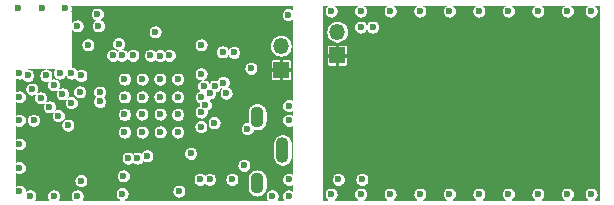
<source format=gbr>
%TF.GenerationSoftware,KiCad,Pcbnew,5.1.6-c6e7f7d~87~ubuntu18.04.1*%
%TF.CreationDate,2020-08-02T18:45:10+02:00*%
%TF.ProjectId,SKnob,534b6e6f-622e-46b6-9963-61645f706362,1.0*%
%TF.SameCoordinates,Original*%
%TF.FileFunction,Copper,L3,Inr*%
%TF.FilePolarity,Positive*%
%FSLAX46Y46*%
G04 Gerber Fmt 4.6, Leading zero omitted, Abs format (unit mm)*
G04 Created by KiCad (PCBNEW 5.1.6-c6e7f7d~87~ubuntu18.04.1) date 2020-08-02 18:45:10*
%MOMM*%
%LPD*%
G01*
G04 APERTURE LIST*
%TA.AperFunction,ViaPad*%
%ADD10O,1.350000X1.350000*%
%TD*%
%TA.AperFunction,ViaPad*%
%ADD11R,1.350000X1.350000*%
%TD*%
%TA.AperFunction,ViaPad*%
%ADD12O,1.100000X2.200000*%
%TD*%
%TA.AperFunction,ViaPad*%
%ADD13O,1.100000X1.800000*%
%TD*%
%TA.AperFunction,ViaPad*%
%ADD14C,0.600000*%
%TD*%
%TA.AperFunction,Conductor*%
%ADD15C,0.100000*%
%TD*%
G04 APERTURE END LIST*
D10*
%TO.N,GND*%
%TO.C,J3*%
X130500000Y-74500000D03*
D11*
%TO.N,+BATT*%
X130500000Y-76500000D03*
%TD*%
D10*
%TO.N,GND*%
%TO.C,J2*%
X125750000Y-75700000D03*
D11*
%TO.N,+BATT*%
X125750000Y-77700000D03*
%TD*%
D12*
%TO.N,Net-(C1-Pad1)*%
%TO.C,J1*%
X125875000Y-84500000D03*
D13*
X123725000Y-81700000D03*
X123725000Y-87300000D03*
%TD*%
D14*
%TO.N,GND*%
X107000000Y-78000000D03*
X108000000Y-78000000D03*
X104650000Y-79350000D03*
X104300000Y-78200000D03*
X105850000Y-78200000D03*
X106150000Y-80850000D03*
X106900000Y-81600000D03*
X105400000Y-80100000D03*
X109400000Y-75600000D03*
X112500000Y-83000000D03*
X114000000Y-83000000D03*
X117000000Y-83000000D03*
X117000000Y-81500000D03*
X112500000Y-81500000D03*
X112500000Y-80000000D03*
X114000000Y-80000000D03*
X115500000Y-80000000D03*
X117000000Y-80000000D03*
X117000000Y-78500000D03*
X115500000Y-78500000D03*
X114000000Y-78500000D03*
X112500000Y-78500000D03*
X108800000Y-87100000D03*
X112300000Y-88200000D03*
X121100000Y-79700000D03*
X120800000Y-76200000D03*
X119000000Y-75600000D03*
X121750000Y-76250000D03*
X113965000Y-81465000D03*
X115520189Y-81479811D03*
X115520189Y-82979811D03*
X108800000Y-78200000D03*
X122900000Y-82700000D03*
X112400000Y-86700000D03*
X132500000Y-74100000D03*
X133500000Y-74100000D03*
X130600000Y-87000000D03*
X132600000Y-87000000D03*
X123200000Y-77599998D03*
X121600000Y-87000000D03*
X119700000Y-87000000D03*
X117100000Y-88000000D03*
X118900000Y-87000000D03*
X120869478Y-78795509D03*
X112000000Y-75500000D03*
X108700000Y-79580000D03*
X108000000Y-80500000D03*
X107250000Y-79750000D03*
X106500000Y-79000000D03*
X107699998Y-82400000D03*
X103500000Y-72500000D03*
X105500000Y-72500000D03*
X107500000Y-72500000D03*
X103600000Y-78000000D03*
X103600000Y-80000000D03*
X103600000Y-82000000D03*
X103600000Y-84000000D03*
X103600000Y-86000000D03*
X103600000Y-88000000D03*
X104500000Y-88400000D03*
X106500000Y-88400000D03*
X108500000Y-88400000D03*
X126400000Y-88400000D03*
X125000000Y-88400000D03*
X126400000Y-87000000D03*
X126400000Y-82000000D03*
X126400000Y-80750000D03*
X115099981Y-74500007D03*
X152000000Y-72750000D03*
X150000000Y-72750000D03*
X147500000Y-72750000D03*
X145000000Y-72750000D03*
X142500000Y-72750000D03*
X140000000Y-72750000D03*
X137500000Y-72750000D03*
X135000000Y-72750000D03*
X132500000Y-72750000D03*
X130000000Y-72750000D03*
X150000000Y-88250000D03*
X152000000Y-88250000D03*
X147500000Y-88250000D03*
X145000000Y-88250000D03*
X142500000Y-88250000D03*
X140000000Y-88250000D03*
X137500000Y-88250000D03*
X135000000Y-88250000D03*
X132500000Y-88250000D03*
X130000000Y-88250000D03*
X126375000Y-73050000D03*
%TO.N,+BATT*%
X130500000Y-80000000D03*
X130500000Y-79000000D03*
X119800000Y-76200000D03*
X121750000Y-78950000D03*
X149000000Y-78000000D03*
X150000000Y-78000000D03*
X151000000Y-78000000D03*
X152000000Y-78000000D03*
X152000000Y-79000000D03*
X152000000Y-80000000D03*
X152000000Y-81000000D03*
X152000000Y-82000000D03*
X152000000Y-83000000D03*
X151000000Y-83000000D03*
X150000000Y-83000000D03*
X149000000Y-83000000D03*
X133900000Y-78000000D03*
X132900000Y-78000000D03*
X131900000Y-78000000D03*
X133500000Y-83000000D03*
X132500000Y-83000000D03*
X131500000Y-83000000D03*
X130500000Y-83000000D03*
X130500000Y-82000000D03*
X130500000Y-81000000D03*
X112700010Y-72999990D03*
X110991954Y-74491954D03*
X109400002Y-73999996D03*
X119000000Y-77300000D03*
X119539454Y-85029089D03*
X123699994Y-79700000D03*
X107780000Y-86700000D03*
X113899998Y-88400000D03*
X108815008Y-80585000D03*
X110465589Y-78015589D03*
X106200000Y-87200000D03*
%TO.N,+5V*%
X122600000Y-85800000D03*
X120100004Y-82199996D03*
%TO.N,/BOOT*%
X110200000Y-73000000D03*
X116300000Y-76500000D03*
%TO.N,/I2C1_SCL*%
X115520189Y-76520189D03*
X110300000Y-74000000D03*
%TO.N,/I2C1_SDA*%
X114700000Y-76500000D03*
X108500000Y-74000000D03*
%TO.N,/USART1_TX*%
X110400000Y-79600000D03*
%TO.N,/USART1_RX*%
X118100000Y-84800000D03*
%TO.N,/PB2*%
X110400000Y-80400000D03*
%TO.N,/PB0*%
X112800000Y-85200000D03*
%TO.N,/PB1*%
X113600000Y-85200000D03*
%TO.N,/PB5*%
X119200000Y-79100000D03*
%TO.N,/PB6*%
X120125504Y-79100000D03*
%TO.N,/PB7*%
X118989471Y-78057303D03*
%TO.N,/PB3_JTDO-SWO*%
X119008986Y-80050012D03*
%TO.N,/PB4_JTRST*%
X119699996Y-79700000D03*
%TO.N,/JTMS-SWDIO*%
X118972247Y-82526748D03*
%TO.N,/JTCK-SWCLK*%
X119000000Y-81300000D03*
%TO.N,/JTDI*%
X119344652Y-80664296D03*
%TO.N,/WKUP1*%
X113200000Y-76500000D03*
%TO.N,/LPUART1_TX*%
X112250000Y-76500000D03*
%TO.N,/LPUART1_RX*%
X111500000Y-76500000D03*
%TO.N,/BUZZER*%
X114400000Y-85000000D03*
X104800000Y-82000000D03*
%TD*%
D15*
%TO.N,+BATT*%
G36*
X129649396Y-72322787D02*
G01*
X129572787Y-72399396D01*
X129512597Y-72489477D01*
X129471136Y-72589571D01*
X129450000Y-72695830D01*
X129450000Y-72804170D01*
X129471136Y-72910429D01*
X129512597Y-73010523D01*
X129572787Y-73100604D01*
X129649396Y-73177213D01*
X129739477Y-73237403D01*
X129839571Y-73278864D01*
X129945830Y-73300000D01*
X130054170Y-73300000D01*
X130160429Y-73278864D01*
X130260523Y-73237403D01*
X130350604Y-73177213D01*
X130427213Y-73100604D01*
X130487403Y-73010523D01*
X130528864Y-72910429D01*
X130550000Y-72804170D01*
X130550000Y-72695830D01*
X130528864Y-72589571D01*
X130487403Y-72489477D01*
X130427213Y-72399396D01*
X130350604Y-72322787D01*
X130316501Y-72300000D01*
X132183499Y-72300000D01*
X132149396Y-72322787D01*
X132072787Y-72399396D01*
X132012597Y-72489477D01*
X131971136Y-72589571D01*
X131950000Y-72695830D01*
X131950000Y-72804170D01*
X131971136Y-72910429D01*
X132012597Y-73010523D01*
X132072787Y-73100604D01*
X132149396Y-73177213D01*
X132239477Y-73237403D01*
X132339571Y-73278864D01*
X132445830Y-73300000D01*
X132554170Y-73300000D01*
X132660429Y-73278864D01*
X132760523Y-73237403D01*
X132850604Y-73177213D01*
X132927213Y-73100604D01*
X132987403Y-73010523D01*
X133028864Y-72910429D01*
X133050000Y-72804170D01*
X133050000Y-72695830D01*
X133028864Y-72589571D01*
X132987403Y-72489477D01*
X132927213Y-72399396D01*
X132850604Y-72322787D01*
X132816501Y-72300000D01*
X134683499Y-72300000D01*
X134649396Y-72322787D01*
X134572787Y-72399396D01*
X134512597Y-72489477D01*
X134471136Y-72589571D01*
X134450000Y-72695830D01*
X134450000Y-72804170D01*
X134471136Y-72910429D01*
X134512597Y-73010523D01*
X134572787Y-73100604D01*
X134649396Y-73177213D01*
X134739477Y-73237403D01*
X134839571Y-73278864D01*
X134945830Y-73300000D01*
X135054170Y-73300000D01*
X135160429Y-73278864D01*
X135260523Y-73237403D01*
X135350604Y-73177213D01*
X135427213Y-73100604D01*
X135487403Y-73010523D01*
X135528864Y-72910429D01*
X135550000Y-72804170D01*
X135550000Y-72695830D01*
X135528864Y-72589571D01*
X135487403Y-72489477D01*
X135427213Y-72399396D01*
X135350604Y-72322787D01*
X135316501Y-72300000D01*
X137183499Y-72300000D01*
X137149396Y-72322787D01*
X137072787Y-72399396D01*
X137012597Y-72489477D01*
X136971136Y-72589571D01*
X136950000Y-72695830D01*
X136950000Y-72804170D01*
X136971136Y-72910429D01*
X137012597Y-73010523D01*
X137072787Y-73100604D01*
X137149396Y-73177213D01*
X137239477Y-73237403D01*
X137339571Y-73278864D01*
X137445830Y-73300000D01*
X137554170Y-73300000D01*
X137660429Y-73278864D01*
X137760523Y-73237403D01*
X137850604Y-73177213D01*
X137927213Y-73100604D01*
X137987403Y-73010523D01*
X138028864Y-72910429D01*
X138050000Y-72804170D01*
X138050000Y-72695830D01*
X138028864Y-72589571D01*
X137987403Y-72489477D01*
X137927213Y-72399396D01*
X137850604Y-72322787D01*
X137816501Y-72300000D01*
X139683499Y-72300000D01*
X139649396Y-72322787D01*
X139572787Y-72399396D01*
X139512597Y-72489477D01*
X139471136Y-72589571D01*
X139450000Y-72695830D01*
X139450000Y-72804170D01*
X139471136Y-72910429D01*
X139512597Y-73010523D01*
X139572787Y-73100604D01*
X139649396Y-73177213D01*
X139739477Y-73237403D01*
X139839571Y-73278864D01*
X139945830Y-73300000D01*
X140054170Y-73300000D01*
X140160429Y-73278864D01*
X140260523Y-73237403D01*
X140350604Y-73177213D01*
X140427213Y-73100604D01*
X140487403Y-73010523D01*
X140528864Y-72910429D01*
X140550000Y-72804170D01*
X140550000Y-72695830D01*
X140528864Y-72589571D01*
X140487403Y-72489477D01*
X140427213Y-72399396D01*
X140350604Y-72322787D01*
X140316501Y-72300000D01*
X142183499Y-72300000D01*
X142149396Y-72322787D01*
X142072787Y-72399396D01*
X142012597Y-72489477D01*
X141971136Y-72589571D01*
X141950000Y-72695830D01*
X141950000Y-72804170D01*
X141971136Y-72910429D01*
X142012597Y-73010523D01*
X142072787Y-73100604D01*
X142149396Y-73177213D01*
X142239477Y-73237403D01*
X142339571Y-73278864D01*
X142445830Y-73300000D01*
X142554170Y-73300000D01*
X142660429Y-73278864D01*
X142760523Y-73237403D01*
X142850604Y-73177213D01*
X142927213Y-73100604D01*
X142987403Y-73010523D01*
X143028864Y-72910429D01*
X143050000Y-72804170D01*
X143050000Y-72695830D01*
X143028864Y-72589571D01*
X142987403Y-72489477D01*
X142927213Y-72399396D01*
X142850604Y-72322787D01*
X142816501Y-72300000D01*
X144683499Y-72300000D01*
X144649396Y-72322787D01*
X144572787Y-72399396D01*
X144512597Y-72489477D01*
X144471136Y-72589571D01*
X144450000Y-72695830D01*
X144450000Y-72804170D01*
X144471136Y-72910429D01*
X144512597Y-73010523D01*
X144572787Y-73100604D01*
X144649396Y-73177213D01*
X144739477Y-73237403D01*
X144839571Y-73278864D01*
X144945830Y-73300000D01*
X145054170Y-73300000D01*
X145160429Y-73278864D01*
X145260523Y-73237403D01*
X145350604Y-73177213D01*
X145427213Y-73100604D01*
X145487403Y-73010523D01*
X145528864Y-72910429D01*
X145550000Y-72804170D01*
X145550000Y-72695830D01*
X145528864Y-72589571D01*
X145487403Y-72489477D01*
X145427213Y-72399396D01*
X145350604Y-72322787D01*
X145316501Y-72300000D01*
X147183499Y-72300000D01*
X147149396Y-72322787D01*
X147072787Y-72399396D01*
X147012597Y-72489477D01*
X146971136Y-72589571D01*
X146950000Y-72695830D01*
X146950000Y-72804170D01*
X146971136Y-72910429D01*
X147012597Y-73010523D01*
X147072787Y-73100604D01*
X147149396Y-73177213D01*
X147239477Y-73237403D01*
X147339571Y-73278864D01*
X147445830Y-73300000D01*
X147554170Y-73300000D01*
X147660429Y-73278864D01*
X147760523Y-73237403D01*
X147850604Y-73177213D01*
X147927213Y-73100604D01*
X147987403Y-73010523D01*
X148028864Y-72910429D01*
X148050000Y-72804170D01*
X148050000Y-72695830D01*
X148028864Y-72589571D01*
X147987403Y-72489477D01*
X147927213Y-72399396D01*
X147850604Y-72322787D01*
X147816501Y-72300000D01*
X149683499Y-72300000D01*
X149649396Y-72322787D01*
X149572787Y-72399396D01*
X149512597Y-72489477D01*
X149471136Y-72589571D01*
X149450000Y-72695830D01*
X149450000Y-72804170D01*
X149471136Y-72910429D01*
X149512597Y-73010523D01*
X149572787Y-73100604D01*
X149649396Y-73177213D01*
X149739477Y-73237403D01*
X149839571Y-73278864D01*
X149945830Y-73300000D01*
X150054170Y-73300000D01*
X150160429Y-73278864D01*
X150260523Y-73237403D01*
X150350604Y-73177213D01*
X150427213Y-73100604D01*
X150487403Y-73010523D01*
X150528864Y-72910429D01*
X150550000Y-72804170D01*
X150550000Y-72695830D01*
X150528864Y-72589571D01*
X150487403Y-72489477D01*
X150427213Y-72399396D01*
X150350604Y-72322787D01*
X150316501Y-72300000D01*
X151683499Y-72300000D01*
X151649396Y-72322787D01*
X151572787Y-72399396D01*
X151512597Y-72489477D01*
X151471136Y-72589571D01*
X151450000Y-72695830D01*
X151450000Y-72804170D01*
X151471136Y-72910429D01*
X151512597Y-73010523D01*
X151572787Y-73100604D01*
X151649396Y-73177213D01*
X151739477Y-73237403D01*
X151839571Y-73278864D01*
X151945830Y-73300000D01*
X152054170Y-73300000D01*
X152160429Y-73278864D01*
X152260523Y-73237403D01*
X152350604Y-73177213D01*
X152427213Y-73100604D01*
X152487403Y-73010523D01*
X152528864Y-72910429D01*
X152550000Y-72804170D01*
X152550000Y-72695830D01*
X152528864Y-72589571D01*
X152487403Y-72489477D01*
X152427213Y-72399396D01*
X152350604Y-72322787D01*
X152316501Y-72300000D01*
X152700000Y-72300000D01*
X152700001Y-88700000D01*
X152316501Y-88700000D01*
X152350604Y-88677213D01*
X152427213Y-88600604D01*
X152487403Y-88510523D01*
X152528864Y-88410429D01*
X152550000Y-88304170D01*
X152550000Y-88195830D01*
X152528864Y-88089571D01*
X152487403Y-87989477D01*
X152427213Y-87899396D01*
X152350604Y-87822787D01*
X152260523Y-87762597D01*
X152160429Y-87721136D01*
X152054170Y-87700000D01*
X151945830Y-87700000D01*
X151839571Y-87721136D01*
X151739477Y-87762597D01*
X151649396Y-87822787D01*
X151572787Y-87899396D01*
X151512597Y-87989477D01*
X151471136Y-88089571D01*
X151450000Y-88195830D01*
X151450000Y-88304170D01*
X151471136Y-88410429D01*
X151512597Y-88510523D01*
X151572787Y-88600604D01*
X151649396Y-88677213D01*
X151683499Y-88700000D01*
X150316501Y-88700000D01*
X150350604Y-88677213D01*
X150427213Y-88600604D01*
X150487403Y-88510523D01*
X150528864Y-88410429D01*
X150550000Y-88304170D01*
X150550000Y-88195830D01*
X150528864Y-88089571D01*
X150487403Y-87989477D01*
X150427213Y-87899396D01*
X150350604Y-87822787D01*
X150260523Y-87762597D01*
X150160429Y-87721136D01*
X150054170Y-87700000D01*
X149945830Y-87700000D01*
X149839571Y-87721136D01*
X149739477Y-87762597D01*
X149649396Y-87822787D01*
X149572787Y-87899396D01*
X149512597Y-87989477D01*
X149471136Y-88089571D01*
X149450000Y-88195830D01*
X149450000Y-88304170D01*
X149471136Y-88410429D01*
X149512597Y-88510523D01*
X149572787Y-88600604D01*
X149649396Y-88677213D01*
X149683499Y-88700000D01*
X147816501Y-88700000D01*
X147850604Y-88677213D01*
X147927213Y-88600604D01*
X147987403Y-88510523D01*
X148028864Y-88410429D01*
X148050000Y-88304170D01*
X148050000Y-88195830D01*
X148028864Y-88089571D01*
X147987403Y-87989477D01*
X147927213Y-87899396D01*
X147850604Y-87822787D01*
X147760523Y-87762597D01*
X147660429Y-87721136D01*
X147554170Y-87700000D01*
X147445830Y-87700000D01*
X147339571Y-87721136D01*
X147239477Y-87762597D01*
X147149396Y-87822787D01*
X147072787Y-87899396D01*
X147012597Y-87989477D01*
X146971136Y-88089571D01*
X146950000Y-88195830D01*
X146950000Y-88304170D01*
X146971136Y-88410429D01*
X147012597Y-88510523D01*
X147072787Y-88600604D01*
X147149396Y-88677213D01*
X147183499Y-88700000D01*
X145316501Y-88700000D01*
X145350604Y-88677213D01*
X145427213Y-88600604D01*
X145487403Y-88510523D01*
X145528864Y-88410429D01*
X145550000Y-88304170D01*
X145550000Y-88195830D01*
X145528864Y-88089571D01*
X145487403Y-87989477D01*
X145427213Y-87899396D01*
X145350604Y-87822787D01*
X145260523Y-87762597D01*
X145160429Y-87721136D01*
X145054170Y-87700000D01*
X144945830Y-87700000D01*
X144839571Y-87721136D01*
X144739477Y-87762597D01*
X144649396Y-87822787D01*
X144572787Y-87899396D01*
X144512597Y-87989477D01*
X144471136Y-88089571D01*
X144450000Y-88195830D01*
X144450000Y-88304170D01*
X144471136Y-88410429D01*
X144512597Y-88510523D01*
X144572787Y-88600604D01*
X144649396Y-88677213D01*
X144683499Y-88700000D01*
X142816501Y-88700000D01*
X142850604Y-88677213D01*
X142927213Y-88600604D01*
X142987403Y-88510523D01*
X143028864Y-88410429D01*
X143050000Y-88304170D01*
X143050000Y-88195830D01*
X143028864Y-88089571D01*
X142987403Y-87989477D01*
X142927213Y-87899396D01*
X142850604Y-87822787D01*
X142760523Y-87762597D01*
X142660429Y-87721136D01*
X142554170Y-87700000D01*
X142445830Y-87700000D01*
X142339571Y-87721136D01*
X142239477Y-87762597D01*
X142149396Y-87822787D01*
X142072787Y-87899396D01*
X142012597Y-87989477D01*
X141971136Y-88089571D01*
X141950000Y-88195830D01*
X141950000Y-88304170D01*
X141971136Y-88410429D01*
X142012597Y-88510523D01*
X142072787Y-88600604D01*
X142149396Y-88677213D01*
X142183499Y-88700000D01*
X140316501Y-88700000D01*
X140350604Y-88677213D01*
X140427213Y-88600604D01*
X140487403Y-88510523D01*
X140528864Y-88410429D01*
X140550000Y-88304170D01*
X140550000Y-88195830D01*
X140528864Y-88089571D01*
X140487403Y-87989477D01*
X140427213Y-87899396D01*
X140350604Y-87822787D01*
X140260523Y-87762597D01*
X140160429Y-87721136D01*
X140054170Y-87700000D01*
X139945830Y-87700000D01*
X139839571Y-87721136D01*
X139739477Y-87762597D01*
X139649396Y-87822787D01*
X139572787Y-87899396D01*
X139512597Y-87989477D01*
X139471136Y-88089571D01*
X139450000Y-88195830D01*
X139450000Y-88304170D01*
X139471136Y-88410429D01*
X139512597Y-88510523D01*
X139572787Y-88600604D01*
X139649396Y-88677213D01*
X139683499Y-88700000D01*
X137816501Y-88700000D01*
X137850604Y-88677213D01*
X137927213Y-88600604D01*
X137987403Y-88510523D01*
X138028864Y-88410429D01*
X138050000Y-88304170D01*
X138050000Y-88195830D01*
X138028864Y-88089571D01*
X137987403Y-87989477D01*
X137927213Y-87899396D01*
X137850604Y-87822787D01*
X137760523Y-87762597D01*
X137660429Y-87721136D01*
X137554170Y-87700000D01*
X137445830Y-87700000D01*
X137339571Y-87721136D01*
X137239477Y-87762597D01*
X137149396Y-87822787D01*
X137072787Y-87899396D01*
X137012597Y-87989477D01*
X136971136Y-88089571D01*
X136950000Y-88195830D01*
X136950000Y-88304170D01*
X136971136Y-88410429D01*
X137012597Y-88510523D01*
X137072787Y-88600604D01*
X137149396Y-88677213D01*
X137183499Y-88700000D01*
X135316501Y-88700000D01*
X135350604Y-88677213D01*
X135427213Y-88600604D01*
X135487403Y-88510523D01*
X135528864Y-88410429D01*
X135550000Y-88304170D01*
X135550000Y-88195830D01*
X135528864Y-88089571D01*
X135487403Y-87989477D01*
X135427213Y-87899396D01*
X135350604Y-87822787D01*
X135260523Y-87762597D01*
X135160429Y-87721136D01*
X135054170Y-87700000D01*
X134945830Y-87700000D01*
X134839571Y-87721136D01*
X134739477Y-87762597D01*
X134649396Y-87822787D01*
X134572787Y-87899396D01*
X134512597Y-87989477D01*
X134471136Y-88089571D01*
X134450000Y-88195830D01*
X134450000Y-88304170D01*
X134471136Y-88410429D01*
X134512597Y-88510523D01*
X134572787Y-88600604D01*
X134649396Y-88677213D01*
X134683499Y-88700000D01*
X132816501Y-88700000D01*
X132850604Y-88677213D01*
X132927213Y-88600604D01*
X132987403Y-88510523D01*
X133028864Y-88410429D01*
X133050000Y-88304170D01*
X133050000Y-88195830D01*
X133028864Y-88089571D01*
X132987403Y-87989477D01*
X132927213Y-87899396D01*
X132850604Y-87822787D01*
X132760523Y-87762597D01*
X132660429Y-87721136D01*
X132554170Y-87700000D01*
X132445830Y-87700000D01*
X132339571Y-87721136D01*
X132239477Y-87762597D01*
X132149396Y-87822787D01*
X132072787Y-87899396D01*
X132012597Y-87989477D01*
X131971136Y-88089571D01*
X131950000Y-88195830D01*
X131950000Y-88304170D01*
X131971136Y-88410429D01*
X132012597Y-88510523D01*
X132072787Y-88600604D01*
X132149396Y-88677213D01*
X132183499Y-88700000D01*
X130316501Y-88700000D01*
X130350604Y-88677213D01*
X130427213Y-88600604D01*
X130487403Y-88510523D01*
X130528864Y-88410429D01*
X130550000Y-88304170D01*
X130550000Y-88195830D01*
X130528864Y-88089571D01*
X130487403Y-87989477D01*
X130427213Y-87899396D01*
X130350604Y-87822787D01*
X130260523Y-87762597D01*
X130160429Y-87721136D01*
X130054170Y-87700000D01*
X129945830Y-87700000D01*
X129839571Y-87721136D01*
X129739477Y-87762597D01*
X129649396Y-87822787D01*
X129572787Y-87899396D01*
X129512597Y-87989477D01*
X129471136Y-88089571D01*
X129450000Y-88195830D01*
X129450000Y-88304170D01*
X129471136Y-88410429D01*
X129512597Y-88510523D01*
X129572787Y-88600604D01*
X129649396Y-88677213D01*
X129683499Y-88700000D01*
X129300000Y-88700000D01*
X129300000Y-86945830D01*
X130050000Y-86945830D01*
X130050000Y-87054170D01*
X130071136Y-87160429D01*
X130112597Y-87260523D01*
X130172787Y-87350604D01*
X130249396Y-87427213D01*
X130339477Y-87487403D01*
X130439571Y-87528864D01*
X130545830Y-87550000D01*
X130654170Y-87550000D01*
X130760429Y-87528864D01*
X130860523Y-87487403D01*
X130950604Y-87427213D01*
X131027213Y-87350604D01*
X131087403Y-87260523D01*
X131128864Y-87160429D01*
X131150000Y-87054170D01*
X131150000Y-86945830D01*
X132050000Y-86945830D01*
X132050000Y-87054170D01*
X132071136Y-87160429D01*
X132112597Y-87260523D01*
X132172787Y-87350604D01*
X132249396Y-87427213D01*
X132339477Y-87487403D01*
X132439571Y-87528864D01*
X132545830Y-87550000D01*
X132654170Y-87550000D01*
X132760429Y-87528864D01*
X132860523Y-87487403D01*
X132950604Y-87427213D01*
X133027213Y-87350604D01*
X133087403Y-87260523D01*
X133128864Y-87160429D01*
X133150000Y-87054170D01*
X133150000Y-86945830D01*
X133128864Y-86839571D01*
X133087403Y-86739477D01*
X133027213Y-86649396D01*
X132950604Y-86572787D01*
X132860523Y-86512597D01*
X132760429Y-86471136D01*
X132654170Y-86450000D01*
X132545830Y-86450000D01*
X132439571Y-86471136D01*
X132339477Y-86512597D01*
X132249396Y-86572787D01*
X132172787Y-86649396D01*
X132112597Y-86739477D01*
X132071136Y-86839571D01*
X132050000Y-86945830D01*
X131150000Y-86945830D01*
X131128864Y-86839571D01*
X131087403Y-86739477D01*
X131027213Y-86649396D01*
X130950604Y-86572787D01*
X130860523Y-86512597D01*
X130760429Y-86471136D01*
X130654170Y-86450000D01*
X130545830Y-86450000D01*
X130439571Y-86471136D01*
X130339477Y-86512597D01*
X130249396Y-86572787D01*
X130172787Y-86649396D01*
X130112597Y-86739477D01*
X130071136Y-86839571D01*
X130050000Y-86945830D01*
X129300000Y-86945830D01*
X129300000Y-77175000D01*
X129624032Y-77175000D01*
X129627894Y-77214207D01*
X129639330Y-77251907D01*
X129657901Y-77286652D01*
X129682894Y-77317106D01*
X129713348Y-77342099D01*
X129748093Y-77360670D01*
X129785793Y-77372106D01*
X129825000Y-77375968D01*
X130350000Y-77375000D01*
X130400000Y-77325000D01*
X130400000Y-76600000D01*
X130600000Y-76600000D01*
X130600000Y-77325000D01*
X130650000Y-77375000D01*
X131175000Y-77375968D01*
X131214207Y-77372106D01*
X131251907Y-77360670D01*
X131286652Y-77342099D01*
X131317106Y-77317106D01*
X131342099Y-77286652D01*
X131360670Y-77251907D01*
X131372106Y-77214207D01*
X131375968Y-77175000D01*
X131375000Y-76650000D01*
X131325000Y-76600000D01*
X130600000Y-76600000D01*
X130400000Y-76600000D01*
X129675000Y-76600000D01*
X129625000Y-76650000D01*
X129624032Y-77175000D01*
X129300000Y-77175000D01*
X129300000Y-75825000D01*
X129624032Y-75825000D01*
X129625000Y-76350000D01*
X129675000Y-76400000D01*
X130400000Y-76400000D01*
X130400000Y-75675000D01*
X130600000Y-75675000D01*
X130600000Y-76400000D01*
X131325000Y-76400000D01*
X131375000Y-76350000D01*
X131375968Y-75825000D01*
X131372106Y-75785793D01*
X131360670Y-75748093D01*
X131342099Y-75713348D01*
X131317106Y-75682894D01*
X131286652Y-75657901D01*
X131251907Y-75639330D01*
X131214207Y-75627894D01*
X131175000Y-75624032D01*
X130650000Y-75625000D01*
X130600000Y-75675000D01*
X130400000Y-75675000D01*
X130350000Y-75625000D01*
X129825000Y-75624032D01*
X129785793Y-75627894D01*
X129748093Y-75639330D01*
X129713348Y-75657901D01*
X129682894Y-75682894D01*
X129657901Y-75713348D01*
X129639330Y-75748093D01*
X129627894Y-75785793D01*
X129624032Y-75825000D01*
X129300000Y-75825000D01*
X129300000Y-74408895D01*
X129575000Y-74408895D01*
X129575000Y-74591105D01*
X129610547Y-74769813D01*
X129680275Y-74938152D01*
X129781505Y-75089653D01*
X129910347Y-75218495D01*
X130061848Y-75319725D01*
X130230187Y-75389453D01*
X130408895Y-75425000D01*
X130591105Y-75425000D01*
X130769813Y-75389453D01*
X130938152Y-75319725D01*
X131089653Y-75218495D01*
X131218495Y-75089653D01*
X131319725Y-74938152D01*
X131389453Y-74769813D01*
X131425000Y-74591105D01*
X131425000Y-74408895D01*
X131389453Y-74230187D01*
X131319725Y-74061848D01*
X131309023Y-74045830D01*
X131950000Y-74045830D01*
X131950000Y-74154170D01*
X131971136Y-74260429D01*
X132012597Y-74360523D01*
X132072787Y-74450604D01*
X132149396Y-74527213D01*
X132239477Y-74587403D01*
X132339571Y-74628864D01*
X132445830Y-74650000D01*
X132554170Y-74650000D01*
X132660429Y-74628864D01*
X132760523Y-74587403D01*
X132850604Y-74527213D01*
X132927213Y-74450604D01*
X132987403Y-74360523D01*
X133000000Y-74330112D01*
X133012597Y-74360523D01*
X133072787Y-74450604D01*
X133149396Y-74527213D01*
X133239477Y-74587403D01*
X133339571Y-74628864D01*
X133445830Y-74650000D01*
X133554170Y-74650000D01*
X133660429Y-74628864D01*
X133760523Y-74587403D01*
X133850604Y-74527213D01*
X133927213Y-74450604D01*
X133987403Y-74360523D01*
X134028864Y-74260429D01*
X134050000Y-74154170D01*
X134050000Y-74045830D01*
X134028864Y-73939571D01*
X133987403Y-73839477D01*
X133927213Y-73749396D01*
X133850604Y-73672787D01*
X133760523Y-73612597D01*
X133660429Y-73571136D01*
X133554170Y-73550000D01*
X133445830Y-73550000D01*
X133339571Y-73571136D01*
X133239477Y-73612597D01*
X133149396Y-73672787D01*
X133072787Y-73749396D01*
X133012597Y-73839477D01*
X133000000Y-73869888D01*
X132987403Y-73839477D01*
X132927213Y-73749396D01*
X132850604Y-73672787D01*
X132760523Y-73612597D01*
X132660429Y-73571136D01*
X132554170Y-73550000D01*
X132445830Y-73550000D01*
X132339571Y-73571136D01*
X132239477Y-73612597D01*
X132149396Y-73672787D01*
X132072787Y-73749396D01*
X132012597Y-73839477D01*
X131971136Y-73939571D01*
X131950000Y-74045830D01*
X131309023Y-74045830D01*
X131218495Y-73910347D01*
X131089653Y-73781505D01*
X130938152Y-73680275D01*
X130769813Y-73610547D01*
X130591105Y-73575000D01*
X130408895Y-73575000D01*
X130230187Y-73610547D01*
X130061848Y-73680275D01*
X129910347Y-73781505D01*
X129781505Y-73910347D01*
X129680275Y-74061848D01*
X129610547Y-74230187D01*
X129575000Y-74408895D01*
X129300000Y-74408895D01*
X129300000Y-72300000D01*
X129683499Y-72300000D01*
X129649396Y-72322787D01*
G37*
X129649396Y-72322787D02*
X129572787Y-72399396D01*
X129512597Y-72489477D01*
X129471136Y-72589571D01*
X129450000Y-72695830D01*
X129450000Y-72804170D01*
X129471136Y-72910429D01*
X129512597Y-73010523D01*
X129572787Y-73100604D01*
X129649396Y-73177213D01*
X129739477Y-73237403D01*
X129839571Y-73278864D01*
X129945830Y-73300000D01*
X130054170Y-73300000D01*
X130160429Y-73278864D01*
X130260523Y-73237403D01*
X130350604Y-73177213D01*
X130427213Y-73100604D01*
X130487403Y-73010523D01*
X130528864Y-72910429D01*
X130550000Y-72804170D01*
X130550000Y-72695830D01*
X130528864Y-72589571D01*
X130487403Y-72489477D01*
X130427213Y-72399396D01*
X130350604Y-72322787D01*
X130316501Y-72300000D01*
X132183499Y-72300000D01*
X132149396Y-72322787D01*
X132072787Y-72399396D01*
X132012597Y-72489477D01*
X131971136Y-72589571D01*
X131950000Y-72695830D01*
X131950000Y-72804170D01*
X131971136Y-72910429D01*
X132012597Y-73010523D01*
X132072787Y-73100604D01*
X132149396Y-73177213D01*
X132239477Y-73237403D01*
X132339571Y-73278864D01*
X132445830Y-73300000D01*
X132554170Y-73300000D01*
X132660429Y-73278864D01*
X132760523Y-73237403D01*
X132850604Y-73177213D01*
X132927213Y-73100604D01*
X132987403Y-73010523D01*
X133028864Y-72910429D01*
X133050000Y-72804170D01*
X133050000Y-72695830D01*
X133028864Y-72589571D01*
X132987403Y-72489477D01*
X132927213Y-72399396D01*
X132850604Y-72322787D01*
X132816501Y-72300000D01*
X134683499Y-72300000D01*
X134649396Y-72322787D01*
X134572787Y-72399396D01*
X134512597Y-72489477D01*
X134471136Y-72589571D01*
X134450000Y-72695830D01*
X134450000Y-72804170D01*
X134471136Y-72910429D01*
X134512597Y-73010523D01*
X134572787Y-73100604D01*
X134649396Y-73177213D01*
X134739477Y-73237403D01*
X134839571Y-73278864D01*
X134945830Y-73300000D01*
X135054170Y-73300000D01*
X135160429Y-73278864D01*
X135260523Y-73237403D01*
X135350604Y-73177213D01*
X135427213Y-73100604D01*
X135487403Y-73010523D01*
X135528864Y-72910429D01*
X135550000Y-72804170D01*
X135550000Y-72695830D01*
X135528864Y-72589571D01*
X135487403Y-72489477D01*
X135427213Y-72399396D01*
X135350604Y-72322787D01*
X135316501Y-72300000D01*
X137183499Y-72300000D01*
X137149396Y-72322787D01*
X137072787Y-72399396D01*
X137012597Y-72489477D01*
X136971136Y-72589571D01*
X136950000Y-72695830D01*
X136950000Y-72804170D01*
X136971136Y-72910429D01*
X137012597Y-73010523D01*
X137072787Y-73100604D01*
X137149396Y-73177213D01*
X137239477Y-73237403D01*
X137339571Y-73278864D01*
X137445830Y-73300000D01*
X137554170Y-73300000D01*
X137660429Y-73278864D01*
X137760523Y-73237403D01*
X137850604Y-73177213D01*
X137927213Y-73100604D01*
X137987403Y-73010523D01*
X138028864Y-72910429D01*
X138050000Y-72804170D01*
X138050000Y-72695830D01*
X138028864Y-72589571D01*
X137987403Y-72489477D01*
X137927213Y-72399396D01*
X137850604Y-72322787D01*
X137816501Y-72300000D01*
X139683499Y-72300000D01*
X139649396Y-72322787D01*
X139572787Y-72399396D01*
X139512597Y-72489477D01*
X139471136Y-72589571D01*
X139450000Y-72695830D01*
X139450000Y-72804170D01*
X139471136Y-72910429D01*
X139512597Y-73010523D01*
X139572787Y-73100604D01*
X139649396Y-73177213D01*
X139739477Y-73237403D01*
X139839571Y-73278864D01*
X139945830Y-73300000D01*
X140054170Y-73300000D01*
X140160429Y-73278864D01*
X140260523Y-73237403D01*
X140350604Y-73177213D01*
X140427213Y-73100604D01*
X140487403Y-73010523D01*
X140528864Y-72910429D01*
X140550000Y-72804170D01*
X140550000Y-72695830D01*
X140528864Y-72589571D01*
X140487403Y-72489477D01*
X140427213Y-72399396D01*
X140350604Y-72322787D01*
X140316501Y-72300000D01*
X142183499Y-72300000D01*
X142149396Y-72322787D01*
X142072787Y-72399396D01*
X142012597Y-72489477D01*
X141971136Y-72589571D01*
X141950000Y-72695830D01*
X141950000Y-72804170D01*
X141971136Y-72910429D01*
X142012597Y-73010523D01*
X142072787Y-73100604D01*
X142149396Y-73177213D01*
X142239477Y-73237403D01*
X142339571Y-73278864D01*
X142445830Y-73300000D01*
X142554170Y-73300000D01*
X142660429Y-73278864D01*
X142760523Y-73237403D01*
X142850604Y-73177213D01*
X142927213Y-73100604D01*
X142987403Y-73010523D01*
X143028864Y-72910429D01*
X143050000Y-72804170D01*
X143050000Y-72695830D01*
X143028864Y-72589571D01*
X142987403Y-72489477D01*
X142927213Y-72399396D01*
X142850604Y-72322787D01*
X142816501Y-72300000D01*
X144683499Y-72300000D01*
X144649396Y-72322787D01*
X144572787Y-72399396D01*
X144512597Y-72489477D01*
X144471136Y-72589571D01*
X144450000Y-72695830D01*
X144450000Y-72804170D01*
X144471136Y-72910429D01*
X144512597Y-73010523D01*
X144572787Y-73100604D01*
X144649396Y-73177213D01*
X144739477Y-73237403D01*
X144839571Y-73278864D01*
X144945830Y-73300000D01*
X145054170Y-73300000D01*
X145160429Y-73278864D01*
X145260523Y-73237403D01*
X145350604Y-73177213D01*
X145427213Y-73100604D01*
X145487403Y-73010523D01*
X145528864Y-72910429D01*
X145550000Y-72804170D01*
X145550000Y-72695830D01*
X145528864Y-72589571D01*
X145487403Y-72489477D01*
X145427213Y-72399396D01*
X145350604Y-72322787D01*
X145316501Y-72300000D01*
X147183499Y-72300000D01*
X147149396Y-72322787D01*
X147072787Y-72399396D01*
X147012597Y-72489477D01*
X146971136Y-72589571D01*
X146950000Y-72695830D01*
X146950000Y-72804170D01*
X146971136Y-72910429D01*
X147012597Y-73010523D01*
X147072787Y-73100604D01*
X147149396Y-73177213D01*
X147239477Y-73237403D01*
X147339571Y-73278864D01*
X147445830Y-73300000D01*
X147554170Y-73300000D01*
X147660429Y-73278864D01*
X147760523Y-73237403D01*
X147850604Y-73177213D01*
X147927213Y-73100604D01*
X147987403Y-73010523D01*
X148028864Y-72910429D01*
X148050000Y-72804170D01*
X148050000Y-72695830D01*
X148028864Y-72589571D01*
X147987403Y-72489477D01*
X147927213Y-72399396D01*
X147850604Y-72322787D01*
X147816501Y-72300000D01*
X149683499Y-72300000D01*
X149649396Y-72322787D01*
X149572787Y-72399396D01*
X149512597Y-72489477D01*
X149471136Y-72589571D01*
X149450000Y-72695830D01*
X149450000Y-72804170D01*
X149471136Y-72910429D01*
X149512597Y-73010523D01*
X149572787Y-73100604D01*
X149649396Y-73177213D01*
X149739477Y-73237403D01*
X149839571Y-73278864D01*
X149945830Y-73300000D01*
X150054170Y-73300000D01*
X150160429Y-73278864D01*
X150260523Y-73237403D01*
X150350604Y-73177213D01*
X150427213Y-73100604D01*
X150487403Y-73010523D01*
X150528864Y-72910429D01*
X150550000Y-72804170D01*
X150550000Y-72695830D01*
X150528864Y-72589571D01*
X150487403Y-72489477D01*
X150427213Y-72399396D01*
X150350604Y-72322787D01*
X150316501Y-72300000D01*
X151683499Y-72300000D01*
X151649396Y-72322787D01*
X151572787Y-72399396D01*
X151512597Y-72489477D01*
X151471136Y-72589571D01*
X151450000Y-72695830D01*
X151450000Y-72804170D01*
X151471136Y-72910429D01*
X151512597Y-73010523D01*
X151572787Y-73100604D01*
X151649396Y-73177213D01*
X151739477Y-73237403D01*
X151839571Y-73278864D01*
X151945830Y-73300000D01*
X152054170Y-73300000D01*
X152160429Y-73278864D01*
X152260523Y-73237403D01*
X152350604Y-73177213D01*
X152427213Y-73100604D01*
X152487403Y-73010523D01*
X152528864Y-72910429D01*
X152550000Y-72804170D01*
X152550000Y-72695830D01*
X152528864Y-72589571D01*
X152487403Y-72489477D01*
X152427213Y-72399396D01*
X152350604Y-72322787D01*
X152316501Y-72300000D01*
X152700000Y-72300000D01*
X152700001Y-88700000D01*
X152316501Y-88700000D01*
X152350604Y-88677213D01*
X152427213Y-88600604D01*
X152487403Y-88510523D01*
X152528864Y-88410429D01*
X152550000Y-88304170D01*
X152550000Y-88195830D01*
X152528864Y-88089571D01*
X152487403Y-87989477D01*
X152427213Y-87899396D01*
X152350604Y-87822787D01*
X152260523Y-87762597D01*
X152160429Y-87721136D01*
X152054170Y-87700000D01*
X151945830Y-87700000D01*
X151839571Y-87721136D01*
X151739477Y-87762597D01*
X151649396Y-87822787D01*
X151572787Y-87899396D01*
X151512597Y-87989477D01*
X151471136Y-88089571D01*
X151450000Y-88195830D01*
X151450000Y-88304170D01*
X151471136Y-88410429D01*
X151512597Y-88510523D01*
X151572787Y-88600604D01*
X151649396Y-88677213D01*
X151683499Y-88700000D01*
X150316501Y-88700000D01*
X150350604Y-88677213D01*
X150427213Y-88600604D01*
X150487403Y-88510523D01*
X150528864Y-88410429D01*
X150550000Y-88304170D01*
X150550000Y-88195830D01*
X150528864Y-88089571D01*
X150487403Y-87989477D01*
X150427213Y-87899396D01*
X150350604Y-87822787D01*
X150260523Y-87762597D01*
X150160429Y-87721136D01*
X150054170Y-87700000D01*
X149945830Y-87700000D01*
X149839571Y-87721136D01*
X149739477Y-87762597D01*
X149649396Y-87822787D01*
X149572787Y-87899396D01*
X149512597Y-87989477D01*
X149471136Y-88089571D01*
X149450000Y-88195830D01*
X149450000Y-88304170D01*
X149471136Y-88410429D01*
X149512597Y-88510523D01*
X149572787Y-88600604D01*
X149649396Y-88677213D01*
X149683499Y-88700000D01*
X147816501Y-88700000D01*
X147850604Y-88677213D01*
X147927213Y-88600604D01*
X147987403Y-88510523D01*
X148028864Y-88410429D01*
X148050000Y-88304170D01*
X148050000Y-88195830D01*
X148028864Y-88089571D01*
X147987403Y-87989477D01*
X147927213Y-87899396D01*
X147850604Y-87822787D01*
X147760523Y-87762597D01*
X147660429Y-87721136D01*
X147554170Y-87700000D01*
X147445830Y-87700000D01*
X147339571Y-87721136D01*
X147239477Y-87762597D01*
X147149396Y-87822787D01*
X147072787Y-87899396D01*
X147012597Y-87989477D01*
X146971136Y-88089571D01*
X146950000Y-88195830D01*
X146950000Y-88304170D01*
X146971136Y-88410429D01*
X147012597Y-88510523D01*
X147072787Y-88600604D01*
X147149396Y-88677213D01*
X147183499Y-88700000D01*
X145316501Y-88700000D01*
X145350604Y-88677213D01*
X145427213Y-88600604D01*
X145487403Y-88510523D01*
X145528864Y-88410429D01*
X145550000Y-88304170D01*
X145550000Y-88195830D01*
X145528864Y-88089571D01*
X145487403Y-87989477D01*
X145427213Y-87899396D01*
X145350604Y-87822787D01*
X145260523Y-87762597D01*
X145160429Y-87721136D01*
X145054170Y-87700000D01*
X144945830Y-87700000D01*
X144839571Y-87721136D01*
X144739477Y-87762597D01*
X144649396Y-87822787D01*
X144572787Y-87899396D01*
X144512597Y-87989477D01*
X144471136Y-88089571D01*
X144450000Y-88195830D01*
X144450000Y-88304170D01*
X144471136Y-88410429D01*
X144512597Y-88510523D01*
X144572787Y-88600604D01*
X144649396Y-88677213D01*
X144683499Y-88700000D01*
X142816501Y-88700000D01*
X142850604Y-88677213D01*
X142927213Y-88600604D01*
X142987403Y-88510523D01*
X143028864Y-88410429D01*
X143050000Y-88304170D01*
X143050000Y-88195830D01*
X143028864Y-88089571D01*
X142987403Y-87989477D01*
X142927213Y-87899396D01*
X142850604Y-87822787D01*
X142760523Y-87762597D01*
X142660429Y-87721136D01*
X142554170Y-87700000D01*
X142445830Y-87700000D01*
X142339571Y-87721136D01*
X142239477Y-87762597D01*
X142149396Y-87822787D01*
X142072787Y-87899396D01*
X142012597Y-87989477D01*
X141971136Y-88089571D01*
X141950000Y-88195830D01*
X141950000Y-88304170D01*
X141971136Y-88410429D01*
X142012597Y-88510523D01*
X142072787Y-88600604D01*
X142149396Y-88677213D01*
X142183499Y-88700000D01*
X140316501Y-88700000D01*
X140350604Y-88677213D01*
X140427213Y-88600604D01*
X140487403Y-88510523D01*
X140528864Y-88410429D01*
X140550000Y-88304170D01*
X140550000Y-88195830D01*
X140528864Y-88089571D01*
X140487403Y-87989477D01*
X140427213Y-87899396D01*
X140350604Y-87822787D01*
X140260523Y-87762597D01*
X140160429Y-87721136D01*
X140054170Y-87700000D01*
X139945830Y-87700000D01*
X139839571Y-87721136D01*
X139739477Y-87762597D01*
X139649396Y-87822787D01*
X139572787Y-87899396D01*
X139512597Y-87989477D01*
X139471136Y-88089571D01*
X139450000Y-88195830D01*
X139450000Y-88304170D01*
X139471136Y-88410429D01*
X139512597Y-88510523D01*
X139572787Y-88600604D01*
X139649396Y-88677213D01*
X139683499Y-88700000D01*
X137816501Y-88700000D01*
X137850604Y-88677213D01*
X137927213Y-88600604D01*
X137987403Y-88510523D01*
X138028864Y-88410429D01*
X138050000Y-88304170D01*
X138050000Y-88195830D01*
X138028864Y-88089571D01*
X137987403Y-87989477D01*
X137927213Y-87899396D01*
X137850604Y-87822787D01*
X137760523Y-87762597D01*
X137660429Y-87721136D01*
X137554170Y-87700000D01*
X137445830Y-87700000D01*
X137339571Y-87721136D01*
X137239477Y-87762597D01*
X137149396Y-87822787D01*
X137072787Y-87899396D01*
X137012597Y-87989477D01*
X136971136Y-88089571D01*
X136950000Y-88195830D01*
X136950000Y-88304170D01*
X136971136Y-88410429D01*
X137012597Y-88510523D01*
X137072787Y-88600604D01*
X137149396Y-88677213D01*
X137183499Y-88700000D01*
X135316501Y-88700000D01*
X135350604Y-88677213D01*
X135427213Y-88600604D01*
X135487403Y-88510523D01*
X135528864Y-88410429D01*
X135550000Y-88304170D01*
X135550000Y-88195830D01*
X135528864Y-88089571D01*
X135487403Y-87989477D01*
X135427213Y-87899396D01*
X135350604Y-87822787D01*
X135260523Y-87762597D01*
X135160429Y-87721136D01*
X135054170Y-87700000D01*
X134945830Y-87700000D01*
X134839571Y-87721136D01*
X134739477Y-87762597D01*
X134649396Y-87822787D01*
X134572787Y-87899396D01*
X134512597Y-87989477D01*
X134471136Y-88089571D01*
X134450000Y-88195830D01*
X134450000Y-88304170D01*
X134471136Y-88410429D01*
X134512597Y-88510523D01*
X134572787Y-88600604D01*
X134649396Y-88677213D01*
X134683499Y-88700000D01*
X132816501Y-88700000D01*
X132850604Y-88677213D01*
X132927213Y-88600604D01*
X132987403Y-88510523D01*
X133028864Y-88410429D01*
X133050000Y-88304170D01*
X133050000Y-88195830D01*
X133028864Y-88089571D01*
X132987403Y-87989477D01*
X132927213Y-87899396D01*
X132850604Y-87822787D01*
X132760523Y-87762597D01*
X132660429Y-87721136D01*
X132554170Y-87700000D01*
X132445830Y-87700000D01*
X132339571Y-87721136D01*
X132239477Y-87762597D01*
X132149396Y-87822787D01*
X132072787Y-87899396D01*
X132012597Y-87989477D01*
X131971136Y-88089571D01*
X131950000Y-88195830D01*
X131950000Y-88304170D01*
X131971136Y-88410429D01*
X132012597Y-88510523D01*
X132072787Y-88600604D01*
X132149396Y-88677213D01*
X132183499Y-88700000D01*
X130316501Y-88700000D01*
X130350604Y-88677213D01*
X130427213Y-88600604D01*
X130487403Y-88510523D01*
X130528864Y-88410429D01*
X130550000Y-88304170D01*
X130550000Y-88195830D01*
X130528864Y-88089571D01*
X130487403Y-87989477D01*
X130427213Y-87899396D01*
X130350604Y-87822787D01*
X130260523Y-87762597D01*
X130160429Y-87721136D01*
X130054170Y-87700000D01*
X129945830Y-87700000D01*
X129839571Y-87721136D01*
X129739477Y-87762597D01*
X129649396Y-87822787D01*
X129572787Y-87899396D01*
X129512597Y-87989477D01*
X129471136Y-88089571D01*
X129450000Y-88195830D01*
X129450000Y-88304170D01*
X129471136Y-88410429D01*
X129512597Y-88510523D01*
X129572787Y-88600604D01*
X129649396Y-88677213D01*
X129683499Y-88700000D01*
X129300000Y-88700000D01*
X129300000Y-86945830D01*
X130050000Y-86945830D01*
X130050000Y-87054170D01*
X130071136Y-87160429D01*
X130112597Y-87260523D01*
X130172787Y-87350604D01*
X130249396Y-87427213D01*
X130339477Y-87487403D01*
X130439571Y-87528864D01*
X130545830Y-87550000D01*
X130654170Y-87550000D01*
X130760429Y-87528864D01*
X130860523Y-87487403D01*
X130950604Y-87427213D01*
X131027213Y-87350604D01*
X131087403Y-87260523D01*
X131128864Y-87160429D01*
X131150000Y-87054170D01*
X131150000Y-86945830D01*
X132050000Y-86945830D01*
X132050000Y-87054170D01*
X132071136Y-87160429D01*
X132112597Y-87260523D01*
X132172787Y-87350604D01*
X132249396Y-87427213D01*
X132339477Y-87487403D01*
X132439571Y-87528864D01*
X132545830Y-87550000D01*
X132654170Y-87550000D01*
X132760429Y-87528864D01*
X132860523Y-87487403D01*
X132950604Y-87427213D01*
X133027213Y-87350604D01*
X133087403Y-87260523D01*
X133128864Y-87160429D01*
X133150000Y-87054170D01*
X133150000Y-86945830D01*
X133128864Y-86839571D01*
X133087403Y-86739477D01*
X133027213Y-86649396D01*
X132950604Y-86572787D01*
X132860523Y-86512597D01*
X132760429Y-86471136D01*
X132654170Y-86450000D01*
X132545830Y-86450000D01*
X132439571Y-86471136D01*
X132339477Y-86512597D01*
X132249396Y-86572787D01*
X132172787Y-86649396D01*
X132112597Y-86739477D01*
X132071136Y-86839571D01*
X132050000Y-86945830D01*
X131150000Y-86945830D01*
X131128864Y-86839571D01*
X131087403Y-86739477D01*
X131027213Y-86649396D01*
X130950604Y-86572787D01*
X130860523Y-86512597D01*
X130760429Y-86471136D01*
X130654170Y-86450000D01*
X130545830Y-86450000D01*
X130439571Y-86471136D01*
X130339477Y-86512597D01*
X130249396Y-86572787D01*
X130172787Y-86649396D01*
X130112597Y-86739477D01*
X130071136Y-86839571D01*
X130050000Y-86945830D01*
X129300000Y-86945830D01*
X129300000Y-77175000D01*
X129624032Y-77175000D01*
X129627894Y-77214207D01*
X129639330Y-77251907D01*
X129657901Y-77286652D01*
X129682894Y-77317106D01*
X129713348Y-77342099D01*
X129748093Y-77360670D01*
X129785793Y-77372106D01*
X129825000Y-77375968D01*
X130350000Y-77375000D01*
X130400000Y-77325000D01*
X130400000Y-76600000D01*
X130600000Y-76600000D01*
X130600000Y-77325000D01*
X130650000Y-77375000D01*
X131175000Y-77375968D01*
X131214207Y-77372106D01*
X131251907Y-77360670D01*
X131286652Y-77342099D01*
X131317106Y-77317106D01*
X131342099Y-77286652D01*
X131360670Y-77251907D01*
X131372106Y-77214207D01*
X131375968Y-77175000D01*
X131375000Y-76650000D01*
X131325000Y-76600000D01*
X130600000Y-76600000D01*
X130400000Y-76600000D01*
X129675000Y-76600000D01*
X129625000Y-76650000D01*
X129624032Y-77175000D01*
X129300000Y-77175000D01*
X129300000Y-75825000D01*
X129624032Y-75825000D01*
X129625000Y-76350000D01*
X129675000Y-76400000D01*
X130400000Y-76400000D01*
X130400000Y-75675000D01*
X130600000Y-75675000D01*
X130600000Y-76400000D01*
X131325000Y-76400000D01*
X131375000Y-76350000D01*
X131375968Y-75825000D01*
X131372106Y-75785793D01*
X131360670Y-75748093D01*
X131342099Y-75713348D01*
X131317106Y-75682894D01*
X131286652Y-75657901D01*
X131251907Y-75639330D01*
X131214207Y-75627894D01*
X131175000Y-75624032D01*
X130650000Y-75625000D01*
X130600000Y-75675000D01*
X130400000Y-75675000D01*
X130350000Y-75625000D01*
X129825000Y-75624032D01*
X129785793Y-75627894D01*
X129748093Y-75639330D01*
X129713348Y-75657901D01*
X129682894Y-75682894D01*
X129657901Y-75713348D01*
X129639330Y-75748093D01*
X129627894Y-75785793D01*
X129624032Y-75825000D01*
X129300000Y-75825000D01*
X129300000Y-74408895D01*
X129575000Y-74408895D01*
X129575000Y-74591105D01*
X129610547Y-74769813D01*
X129680275Y-74938152D01*
X129781505Y-75089653D01*
X129910347Y-75218495D01*
X130061848Y-75319725D01*
X130230187Y-75389453D01*
X130408895Y-75425000D01*
X130591105Y-75425000D01*
X130769813Y-75389453D01*
X130938152Y-75319725D01*
X131089653Y-75218495D01*
X131218495Y-75089653D01*
X131319725Y-74938152D01*
X131389453Y-74769813D01*
X131425000Y-74591105D01*
X131425000Y-74408895D01*
X131389453Y-74230187D01*
X131319725Y-74061848D01*
X131309023Y-74045830D01*
X131950000Y-74045830D01*
X131950000Y-74154170D01*
X131971136Y-74260429D01*
X132012597Y-74360523D01*
X132072787Y-74450604D01*
X132149396Y-74527213D01*
X132239477Y-74587403D01*
X132339571Y-74628864D01*
X132445830Y-74650000D01*
X132554170Y-74650000D01*
X132660429Y-74628864D01*
X132760523Y-74587403D01*
X132850604Y-74527213D01*
X132927213Y-74450604D01*
X132987403Y-74360523D01*
X133000000Y-74330112D01*
X133012597Y-74360523D01*
X133072787Y-74450604D01*
X133149396Y-74527213D01*
X133239477Y-74587403D01*
X133339571Y-74628864D01*
X133445830Y-74650000D01*
X133554170Y-74650000D01*
X133660429Y-74628864D01*
X133760523Y-74587403D01*
X133850604Y-74527213D01*
X133927213Y-74450604D01*
X133987403Y-74360523D01*
X134028864Y-74260429D01*
X134050000Y-74154170D01*
X134050000Y-74045830D01*
X134028864Y-73939571D01*
X133987403Y-73839477D01*
X133927213Y-73749396D01*
X133850604Y-73672787D01*
X133760523Y-73612597D01*
X133660429Y-73571136D01*
X133554170Y-73550000D01*
X133445830Y-73550000D01*
X133339571Y-73571136D01*
X133239477Y-73612597D01*
X133149396Y-73672787D01*
X133072787Y-73749396D01*
X133012597Y-73839477D01*
X133000000Y-73869888D01*
X132987403Y-73839477D01*
X132927213Y-73749396D01*
X132850604Y-73672787D01*
X132760523Y-73612597D01*
X132660429Y-73571136D01*
X132554170Y-73550000D01*
X132445830Y-73550000D01*
X132339571Y-73571136D01*
X132239477Y-73612597D01*
X132149396Y-73672787D01*
X132072787Y-73749396D01*
X132012597Y-73839477D01*
X131971136Y-73939571D01*
X131950000Y-74045830D01*
X131309023Y-74045830D01*
X131218495Y-73910347D01*
X131089653Y-73781505D01*
X130938152Y-73680275D01*
X130769813Y-73610547D01*
X130591105Y-73575000D01*
X130408895Y-73575000D01*
X130230187Y-73610547D01*
X130061848Y-73680275D01*
X129910347Y-73781505D01*
X129781505Y-73910347D01*
X129680275Y-74061848D01*
X129610547Y-74230187D01*
X129575000Y-74408895D01*
X129300000Y-74408895D01*
X129300000Y-72300000D01*
X129683499Y-72300000D01*
X129649396Y-72322787D01*
G36*
X126700001Y-72605680D02*
G01*
X126635523Y-72562597D01*
X126535429Y-72521136D01*
X126429170Y-72500000D01*
X126320830Y-72500000D01*
X126214571Y-72521136D01*
X126114477Y-72562597D01*
X126024396Y-72622787D01*
X125947787Y-72699396D01*
X125887597Y-72789477D01*
X125846136Y-72889571D01*
X125825000Y-72995830D01*
X125825000Y-73104170D01*
X125846136Y-73210429D01*
X125887597Y-73310523D01*
X125947787Y-73400604D01*
X126024396Y-73477213D01*
X126114477Y-73537403D01*
X126214571Y-73578864D01*
X126320830Y-73600000D01*
X126429170Y-73600000D01*
X126535429Y-73578864D01*
X126635523Y-73537403D01*
X126700001Y-73494320D01*
X126700001Y-80288975D01*
X126660523Y-80262597D01*
X126560429Y-80221136D01*
X126454170Y-80200000D01*
X126345830Y-80200000D01*
X126239571Y-80221136D01*
X126139477Y-80262597D01*
X126049396Y-80322787D01*
X125972787Y-80399396D01*
X125912597Y-80489477D01*
X125871136Y-80589571D01*
X125850000Y-80695830D01*
X125850000Y-80804170D01*
X125871136Y-80910429D01*
X125912597Y-81010523D01*
X125972787Y-81100604D01*
X126049396Y-81177213D01*
X126139477Y-81237403D01*
X126239571Y-81278864D01*
X126345830Y-81300000D01*
X126454170Y-81300000D01*
X126560429Y-81278864D01*
X126660523Y-81237403D01*
X126700000Y-81211025D01*
X126700000Y-81538975D01*
X126660523Y-81512597D01*
X126560429Y-81471136D01*
X126454170Y-81450000D01*
X126345830Y-81450000D01*
X126239571Y-81471136D01*
X126139477Y-81512597D01*
X126049396Y-81572787D01*
X125972787Y-81649396D01*
X125912597Y-81739477D01*
X125871136Y-81839571D01*
X125850000Y-81945830D01*
X125850000Y-82054170D01*
X125871136Y-82160429D01*
X125912597Y-82260523D01*
X125972787Y-82350604D01*
X126049396Y-82427213D01*
X126139477Y-82487403D01*
X126239571Y-82528864D01*
X126345830Y-82550000D01*
X126454170Y-82550000D01*
X126560429Y-82528864D01*
X126660523Y-82487403D01*
X126700000Y-82461025D01*
X126700000Y-86538975D01*
X126660523Y-86512597D01*
X126560429Y-86471136D01*
X126454170Y-86450000D01*
X126345830Y-86450000D01*
X126239571Y-86471136D01*
X126139477Y-86512597D01*
X126049396Y-86572787D01*
X125972787Y-86649396D01*
X125912597Y-86739477D01*
X125871136Y-86839571D01*
X125850000Y-86945830D01*
X125850000Y-87054170D01*
X125871136Y-87160429D01*
X125912597Y-87260523D01*
X125972787Y-87350604D01*
X126049396Y-87427213D01*
X126139477Y-87487403D01*
X126239571Y-87528864D01*
X126345830Y-87550000D01*
X126454170Y-87550000D01*
X126560429Y-87528864D01*
X126660523Y-87487403D01*
X126700000Y-87461025D01*
X126700000Y-87938975D01*
X126660523Y-87912597D01*
X126560429Y-87871136D01*
X126454170Y-87850000D01*
X126345830Y-87850000D01*
X126239571Y-87871136D01*
X126139477Y-87912597D01*
X126049396Y-87972787D01*
X125972787Y-88049396D01*
X125912597Y-88139477D01*
X125871136Y-88239571D01*
X125850000Y-88345830D01*
X125850000Y-88454170D01*
X125871136Y-88560429D01*
X125912597Y-88660523D01*
X125938975Y-88700000D01*
X125461025Y-88700000D01*
X125487403Y-88660523D01*
X125528864Y-88560429D01*
X125550000Y-88454170D01*
X125550000Y-88345830D01*
X125528864Y-88239571D01*
X125487403Y-88139477D01*
X125427213Y-88049396D01*
X125350604Y-87972787D01*
X125260523Y-87912597D01*
X125160429Y-87871136D01*
X125054170Y-87850000D01*
X124945830Y-87850000D01*
X124839571Y-87871136D01*
X124739477Y-87912597D01*
X124649396Y-87972787D01*
X124572787Y-88049396D01*
X124512597Y-88139477D01*
X124471136Y-88239571D01*
X124450000Y-88345830D01*
X124450000Y-88454170D01*
X124471136Y-88560429D01*
X124512597Y-88660523D01*
X124538975Y-88700000D01*
X112530112Y-88700000D01*
X112560523Y-88687403D01*
X112650604Y-88627213D01*
X112727213Y-88550604D01*
X112787403Y-88460523D01*
X112828864Y-88360429D01*
X112850000Y-88254170D01*
X112850000Y-88145830D01*
X112828864Y-88039571D01*
X112790035Y-87945830D01*
X116550000Y-87945830D01*
X116550000Y-88054170D01*
X116571136Y-88160429D01*
X116612597Y-88260523D01*
X116672787Y-88350604D01*
X116749396Y-88427213D01*
X116839477Y-88487403D01*
X116939571Y-88528864D01*
X117045830Y-88550000D01*
X117154170Y-88550000D01*
X117260429Y-88528864D01*
X117360523Y-88487403D01*
X117450604Y-88427213D01*
X117527213Y-88350604D01*
X117587403Y-88260523D01*
X117628864Y-88160429D01*
X117650000Y-88054170D01*
X117650000Y-87945830D01*
X117628864Y-87839571D01*
X117587403Y-87739477D01*
X117527213Y-87649396D01*
X117450604Y-87572787D01*
X117360523Y-87512597D01*
X117260429Y-87471136D01*
X117154170Y-87450000D01*
X117045830Y-87450000D01*
X116939571Y-87471136D01*
X116839477Y-87512597D01*
X116749396Y-87572787D01*
X116672787Y-87649396D01*
X116612597Y-87739477D01*
X116571136Y-87839571D01*
X116550000Y-87945830D01*
X112790035Y-87945830D01*
X112787403Y-87939477D01*
X112727213Y-87849396D01*
X112650604Y-87772787D01*
X112560523Y-87712597D01*
X112460429Y-87671136D01*
X112354170Y-87650000D01*
X112245830Y-87650000D01*
X112139571Y-87671136D01*
X112039477Y-87712597D01*
X111949396Y-87772787D01*
X111872787Y-87849396D01*
X111812597Y-87939477D01*
X111771136Y-88039571D01*
X111750000Y-88145830D01*
X111750000Y-88254170D01*
X111771136Y-88360429D01*
X111812597Y-88460523D01*
X111872787Y-88550604D01*
X111949396Y-88627213D01*
X112039477Y-88687403D01*
X112069888Y-88700000D01*
X108961025Y-88700000D01*
X108987403Y-88660523D01*
X109028864Y-88560429D01*
X109050000Y-88454170D01*
X109050000Y-88345830D01*
X109028864Y-88239571D01*
X108987403Y-88139477D01*
X108927213Y-88049396D01*
X108850604Y-87972787D01*
X108760523Y-87912597D01*
X108660429Y-87871136D01*
X108554170Y-87850000D01*
X108445830Y-87850000D01*
X108339571Y-87871136D01*
X108239477Y-87912597D01*
X108149396Y-87972787D01*
X108072787Y-88049396D01*
X108012597Y-88139477D01*
X107971136Y-88239571D01*
X107950000Y-88345830D01*
X107950000Y-88454170D01*
X107971136Y-88560429D01*
X108012597Y-88660523D01*
X108038975Y-88700000D01*
X106961025Y-88700000D01*
X106987403Y-88660523D01*
X107028864Y-88560429D01*
X107050000Y-88454170D01*
X107050000Y-88345830D01*
X107028864Y-88239571D01*
X106987403Y-88139477D01*
X106927213Y-88049396D01*
X106850604Y-87972787D01*
X106760523Y-87912597D01*
X106660429Y-87871136D01*
X106554170Y-87850000D01*
X106445830Y-87850000D01*
X106339571Y-87871136D01*
X106239477Y-87912597D01*
X106149396Y-87972787D01*
X106072787Y-88049396D01*
X106012597Y-88139477D01*
X105971136Y-88239571D01*
X105950000Y-88345830D01*
X105950000Y-88454170D01*
X105971136Y-88560429D01*
X106012597Y-88660523D01*
X106038975Y-88700000D01*
X104961025Y-88700000D01*
X104987403Y-88660523D01*
X105028864Y-88560429D01*
X105050000Y-88454170D01*
X105050000Y-88345830D01*
X105028864Y-88239571D01*
X104987403Y-88139477D01*
X104927213Y-88049396D01*
X104850604Y-87972787D01*
X104760523Y-87912597D01*
X104660429Y-87871136D01*
X104554170Y-87850000D01*
X104445830Y-87850000D01*
X104339571Y-87871136D01*
X104239477Y-87912597D01*
X104150000Y-87972383D01*
X104150000Y-87945830D01*
X104128864Y-87839571D01*
X104087403Y-87739477D01*
X104027213Y-87649396D01*
X103950604Y-87572787D01*
X103860523Y-87512597D01*
X103760429Y-87471136D01*
X103654170Y-87450000D01*
X103545830Y-87450000D01*
X103439571Y-87471136D01*
X103339477Y-87512597D01*
X103300000Y-87538975D01*
X103300000Y-87045830D01*
X108250000Y-87045830D01*
X108250000Y-87154170D01*
X108271136Y-87260429D01*
X108312597Y-87360523D01*
X108372787Y-87450604D01*
X108449396Y-87527213D01*
X108539477Y-87587403D01*
X108639571Y-87628864D01*
X108745830Y-87650000D01*
X108854170Y-87650000D01*
X108960429Y-87628864D01*
X109060523Y-87587403D01*
X109150604Y-87527213D01*
X109227213Y-87450604D01*
X109287403Y-87360523D01*
X109328864Y-87260429D01*
X109350000Y-87154170D01*
X109350000Y-87045830D01*
X109328864Y-86939571D01*
X109287403Y-86839477D01*
X109227213Y-86749396D01*
X109150604Y-86672787D01*
X109110260Y-86645830D01*
X111850000Y-86645830D01*
X111850000Y-86754170D01*
X111871136Y-86860429D01*
X111912597Y-86960523D01*
X111972787Y-87050604D01*
X112049396Y-87127213D01*
X112139477Y-87187403D01*
X112239571Y-87228864D01*
X112345830Y-87250000D01*
X112454170Y-87250000D01*
X112560429Y-87228864D01*
X112660523Y-87187403D01*
X112750604Y-87127213D01*
X112827213Y-87050604D01*
X112887403Y-86960523D01*
X112893489Y-86945830D01*
X118350000Y-86945830D01*
X118350000Y-87054170D01*
X118371136Y-87160429D01*
X118412597Y-87260523D01*
X118472787Y-87350604D01*
X118549396Y-87427213D01*
X118639477Y-87487403D01*
X118739571Y-87528864D01*
X118845830Y-87550000D01*
X118954170Y-87550000D01*
X119060429Y-87528864D01*
X119160523Y-87487403D01*
X119250604Y-87427213D01*
X119300000Y-87377817D01*
X119349396Y-87427213D01*
X119439477Y-87487403D01*
X119539571Y-87528864D01*
X119645830Y-87550000D01*
X119754170Y-87550000D01*
X119860429Y-87528864D01*
X119960523Y-87487403D01*
X120050604Y-87427213D01*
X120127213Y-87350604D01*
X120187403Y-87260523D01*
X120228864Y-87160429D01*
X120250000Y-87054170D01*
X120250000Y-86945830D01*
X121050000Y-86945830D01*
X121050000Y-87054170D01*
X121071136Y-87160429D01*
X121112597Y-87260523D01*
X121172787Y-87350604D01*
X121249396Y-87427213D01*
X121339477Y-87487403D01*
X121439571Y-87528864D01*
X121545830Y-87550000D01*
X121654170Y-87550000D01*
X121760429Y-87528864D01*
X121860523Y-87487403D01*
X121950604Y-87427213D01*
X122027213Y-87350604D01*
X122087403Y-87260523D01*
X122128864Y-87160429D01*
X122150000Y-87054170D01*
X122150000Y-86945830D01*
X122143014Y-86910708D01*
X122925000Y-86910708D01*
X122925000Y-87689293D01*
X122936576Y-87806827D01*
X122982322Y-87957628D01*
X123056608Y-88096606D01*
X123156579Y-88218422D01*
X123278395Y-88318393D01*
X123417373Y-88392679D01*
X123568174Y-88438424D01*
X123725000Y-88453870D01*
X123881827Y-88438424D01*
X124032628Y-88392679D01*
X124171606Y-88318393D01*
X124293422Y-88218422D01*
X124393393Y-88096606D01*
X124467679Y-87957628D01*
X124513424Y-87806827D01*
X124525000Y-87689293D01*
X124525000Y-86910707D01*
X124513424Y-86793173D01*
X124467679Y-86642372D01*
X124393393Y-86503394D01*
X124293422Y-86381578D01*
X124171605Y-86281607D01*
X124032627Y-86207321D01*
X123881826Y-86161576D01*
X123725000Y-86146130D01*
X123568173Y-86161576D01*
X123417372Y-86207321D01*
X123278394Y-86281607D01*
X123156578Y-86381578D01*
X123056607Y-86503395D01*
X122982321Y-86642373D01*
X122936576Y-86793174D01*
X122925000Y-86910708D01*
X122143014Y-86910708D01*
X122128864Y-86839571D01*
X122087403Y-86739477D01*
X122027213Y-86649396D01*
X121950604Y-86572787D01*
X121860523Y-86512597D01*
X121760429Y-86471136D01*
X121654170Y-86450000D01*
X121545830Y-86450000D01*
X121439571Y-86471136D01*
X121339477Y-86512597D01*
X121249396Y-86572787D01*
X121172787Y-86649396D01*
X121112597Y-86739477D01*
X121071136Y-86839571D01*
X121050000Y-86945830D01*
X120250000Y-86945830D01*
X120228864Y-86839571D01*
X120187403Y-86739477D01*
X120127213Y-86649396D01*
X120050604Y-86572787D01*
X119960523Y-86512597D01*
X119860429Y-86471136D01*
X119754170Y-86450000D01*
X119645830Y-86450000D01*
X119539571Y-86471136D01*
X119439477Y-86512597D01*
X119349396Y-86572787D01*
X119300000Y-86622183D01*
X119250604Y-86572787D01*
X119160523Y-86512597D01*
X119060429Y-86471136D01*
X118954170Y-86450000D01*
X118845830Y-86450000D01*
X118739571Y-86471136D01*
X118639477Y-86512597D01*
X118549396Y-86572787D01*
X118472787Y-86649396D01*
X118412597Y-86739477D01*
X118371136Y-86839571D01*
X118350000Y-86945830D01*
X112893489Y-86945830D01*
X112928864Y-86860429D01*
X112950000Y-86754170D01*
X112950000Y-86645830D01*
X112928864Y-86539571D01*
X112887403Y-86439477D01*
X112827213Y-86349396D01*
X112750604Y-86272787D01*
X112660523Y-86212597D01*
X112560429Y-86171136D01*
X112454170Y-86150000D01*
X112345830Y-86150000D01*
X112239571Y-86171136D01*
X112139477Y-86212597D01*
X112049396Y-86272787D01*
X111972787Y-86349396D01*
X111912597Y-86439477D01*
X111871136Y-86539571D01*
X111850000Y-86645830D01*
X109110260Y-86645830D01*
X109060523Y-86612597D01*
X108960429Y-86571136D01*
X108854170Y-86550000D01*
X108745830Y-86550000D01*
X108639571Y-86571136D01*
X108539477Y-86612597D01*
X108449396Y-86672787D01*
X108372787Y-86749396D01*
X108312597Y-86839477D01*
X108271136Y-86939571D01*
X108250000Y-87045830D01*
X103300000Y-87045830D01*
X103300000Y-86461025D01*
X103339477Y-86487403D01*
X103439571Y-86528864D01*
X103545830Y-86550000D01*
X103654170Y-86550000D01*
X103760429Y-86528864D01*
X103860523Y-86487403D01*
X103950604Y-86427213D01*
X104027213Y-86350604D01*
X104087403Y-86260523D01*
X104128864Y-86160429D01*
X104150000Y-86054170D01*
X104150000Y-85945830D01*
X104128864Y-85839571D01*
X104087403Y-85739477D01*
X104027213Y-85649396D01*
X103950604Y-85572787D01*
X103860523Y-85512597D01*
X103760429Y-85471136D01*
X103654170Y-85450000D01*
X103545830Y-85450000D01*
X103439571Y-85471136D01*
X103339477Y-85512597D01*
X103300000Y-85538975D01*
X103300000Y-85145830D01*
X112250000Y-85145830D01*
X112250000Y-85254170D01*
X112271136Y-85360429D01*
X112312597Y-85460523D01*
X112372787Y-85550604D01*
X112449396Y-85627213D01*
X112539477Y-85687403D01*
X112639571Y-85728864D01*
X112745830Y-85750000D01*
X112854170Y-85750000D01*
X112960429Y-85728864D01*
X113060523Y-85687403D01*
X113150604Y-85627213D01*
X113200000Y-85577817D01*
X113249396Y-85627213D01*
X113339477Y-85687403D01*
X113439571Y-85728864D01*
X113545830Y-85750000D01*
X113654170Y-85750000D01*
X113675134Y-85745830D01*
X122050000Y-85745830D01*
X122050000Y-85854170D01*
X122071136Y-85960429D01*
X122112597Y-86060523D01*
X122172787Y-86150604D01*
X122249396Y-86227213D01*
X122339477Y-86287403D01*
X122439571Y-86328864D01*
X122545830Y-86350000D01*
X122654170Y-86350000D01*
X122760429Y-86328864D01*
X122860523Y-86287403D01*
X122950604Y-86227213D01*
X123027213Y-86150604D01*
X123087403Y-86060523D01*
X123128864Y-85960429D01*
X123150000Y-85854170D01*
X123150000Y-85745830D01*
X123128864Y-85639571D01*
X123087403Y-85539477D01*
X123027213Y-85449396D01*
X122950604Y-85372787D01*
X122860523Y-85312597D01*
X122760429Y-85271136D01*
X122654170Y-85250000D01*
X122545830Y-85250000D01*
X122439571Y-85271136D01*
X122339477Y-85312597D01*
X122249396Y-85372787D01*
X122172787Y-85449396D01*
X122112597Y-85539477D01*
X122071136Y-85639571D01*
X122050000Y-85745830D01*
X113675134Y-85745830D01*
X113760429Y-85728864D01*
X113860523Y-85687403D01*
X113950604Y-85627213D01*
X114027213Y-85550604D01*
X114087403Y-85460523D01*
X114089971Y-85454324D01*
X114139477Y-85487403D01*
X114239571Y-85528864D01*
X114345830Y-85550000D01*
X114454170Y-85550000D01*
X114560429Y-85528864D01*
X114660523Y-85487403D01*
X114750604Y-85427213D01*
X114827213Y-85350604D01*
X114887403Y-85260523D01*
X114928864Y-85160429D01*
X114950000Y-85054170D01*
X114950000Y-84945830D01*
X114928864Y-84839571D01*
X114890035Y-84745830D01*
X117550000Y-84745830D01*
X117550000Y-84854170D01*
X117571136Y-84960429D01*
X117612597Y-85060523D01*
X117672787Y-85150604D01*
X117749396Y-85227213D01*
X117839477Y-85287403D01*
X117939571Y-85328864D01*
X118045830Y-85350000D01*
X118154170Y-85350000D01*
X118260429Y-85328864D01*
X118360523Y-85287403D01*
X118450604Y-85227213D01*
X118527213Y-85150604D01*
X118587403Y-85060523D01*
X118628864Y-84960429D01*
X118650000Y-84854170D01*
X118650000Y-84745830D01*
X118628864Y-84639571D01*
X118587403Y-84539477D01*
X118527213Y-84449396D01*
X118450604Y-84372787D01*
X118360523Y-84312597D01*
X118260429Y-84271136D01*
X118154170Y-84250000D01*
X118045830Y-84250000D01*
X117939571Y-84271136D01*
X117839477Y-84312597D01*
X117749396Y-84372787D01*
X117672787Y-84449396D01*
X117612597Y-84539477D01*
X117571136Y-84639571D01*
X117550000Y-84745830D01*
X114890035Y-84745830D01*
X114887403Y-84739477D01*
X114827213Y-84649396D01*
X114750604Y-84572787D01*
X114660523Y-84512597D01*
X114560429Y-84471136D01*
X114454170Y-84450000D01*
X114345830Y-84450000D01*
X114239571Y-84471136D01*
X114139477Y-84512597D01*
X114049396Y-84572787D01*
X113972787Y-84649396D01*
X113912597Y-84739477D01*
X113910029Y-84745676D01*
X113860523Y-84712597D01*
X113760429Y-84671136D01*
X113654170Y-84650000D01*
X113545830Y-84650000D01*
X113439571Y-84671136D01*
X113339477Y-84712597D01*
X113249396Y-84772787D01*
X113200000Y-84822183D01*
X113150604Y-84772787D01*
X113060523Y-84712597D01*
X112960429Y-84671136D01*
X112854170Y-84650000D01*
X112745830Y-84650000D01*
X112639571Y-84671136D01*
X112539477Y-84712597D01*
X112449396Y-84772787D01*
X112372787Y-84849396D01*
X112312597Y-84939477D01*
X112271136Y-85039571D01*
X112250000Y-85145830D01*
X103300000Y-85145830D01*
X103300000Y-84461025D01*
X103339477Y-84487403D01*
X103439571Y-84528864D01*
X103545830Y-84550000D01*
X103654170Y-84550000D01*
X103760429Y-84528864D01*
X103860523Y-84487403D01*
X103950604Y-84427213D01*
X104027213Y-84350604D01*
X104087403Y-84260523D01*
X104128864Y-84160429D01*
X104150000Y-84054170D01*
X104150000Y-83945830D01*
X104143014Y-83910708D01*
X125075000Y-83910708D01*
X125075001Y-85089293D01*
X125086577Y-85206827D01*
X125132322Y-85357628D01*
X125206608Y-85496606D01*
X125306579Y-85618422D01*
X125428395Y-85718393D01*
X125567373Y-85792679D01*
X125718174Y-85838424D01*
X125875000Y-85853870D01*
X126031827Y-85838424D01*
X126182628Y-85792679D01*
X126321606Y-85718393D01*
X126443422Y-85618422D01*
X126543393Y-85496606D01*
X126617679Y-85357628D01*
X126663424Y-85206827D01*
X126675000Y-85089293D01*
X126675000Y-83910707D01*
X126663424Y-83793173D01*
X126617679Y-83642372D01*
X126543393Y-83503394D01*
X126443422Y-83381578D01*
X126321605Y-83281607D01*
X126182627Y-83207321D01*
X126031826Y-83161576D01*
X125875000Y-83146130D01*
X125718173Y-83161576D01*
X125567372Y-83207321D01*
X125428394Y-83281607D01*
X125306578Y-83381578D01*
X125206607Y-83503395D01*
X125132321Y-83642373D01*
X125086576Y-83793174D01*
X125075000Y-83910708D01*
X104143014Y-83910708D01*
X104128864Y-83839571D01*
X104087403Y-83739477D01*
X104027213Y-83649396D01*
X103950604Y-83572787D01*
X103860523Y-83512597D01*
X103760429Y-83471136D01*
X103654170Y-83450000D01*
X103545830Y-83450000D01*
X103439571Y-83471136D01*
X103339477Y-83512597D01*
X103300000Y-83538975D01*
X103300000Y-82461025D01*
X103339477Y-82487403D01*
X103439571Y-82528864D01*
X103545830Y-82550000D01*
X103654170Y-82550000D01*
X103760429Y-82528864D01*
X103860523Y-82487403D01*
X103950604Y-82427213D01*
X104027213Y-82350604D01*
X104087403Y-82260523D01*
X104128864Y-82160429D01*
X104150000Y-82054170D01*
X104150000Y-81945830D01*
X104250000Y-81945830D01*
X104250000Y-82054170D01*
X104271136Y-82160429D01*
X104312597Y-82260523D01*
X104372787Y-82350604D01*
X104449396Y-82427213D01*
X104539477Y-82487403D01*
X104639571Y-82528864D01*
X104745830Y-82550000D01*
X104854170Y-82550000D01*
X104960429Y-82528864D01*
X105060523Y-82487403D01*
X105150604Y-82427213D01*
X105227213Y-82350604D01*
X105230402Y-82345830D01*
X107149998Y-82345830D01*
X107149998Y-82454170D01*
X107171134Y-82560429D01*
X107212595Y-82660523D01*
X107272785Y-82750604D01*
X107349394Y-82827213D01*
X107439475Y-82887403D01*
X107539569Y-82928864D01*
X107645828Y-82950000D01*
X107754168Y-82950000D01*
X107775132Y-82945830D01*
X111950000Y-82945830D01*
X111950000Y-83054170D01*
X111971136Y-83160429D01*
X112012597Y-83260523D01*
X112072787Y-83350604D01*
X112149396Y-83427213D01*
X112239477Y-83487403D01*
X112339571Y-83528864D01*
X112445830Y-83550000D01*
X112554170Y-83550000D01*
X112660429Y-83528864D01*
X112760523Y-83487403D01*
X112850604Y-83427213D01*
X112927213Y-83350604D01*
X112987403Y-83260523D01*
X113028864Y-83160429D01*
X113050000Y-83054170D01*
X113050000Y-82945830D01*
X113450000Y-82945830D01*
X113450000Y-83054170D01*
X113471136Y-83160429D01*
X113512597Y-83260523D01*
X113572787Y-83350604D01*
X113649396Y-83427213D01*
X113739477Y-83487403D01*
X113839571Y-83528864D01*
X113945830Y-83550000D01*
X114054170Y-83550000D01*
X114160429Y-83528864D01*
X114260523Y-83487403D01*
X114350604Y-83427213D01*
X114427213Y-83350604D01*
X114487403Y-83260523D01*
X114528864Y-83160429D01*
X114550000Y-83054170D01*
X114550000Y-82945830D01*
X114545985Y-82925641D01*
X114970189Y-82925641D01*
X114970189Y-83033981D01*
X114991325Y-83140240D01*
X115032786Y-83240334D01*
X115092976Y-83330415D01*
X115169585Y-83407024D01*
X115259666Y-83467214D01*
X115359760Y-83508675D01*
X115466019Y-83529811D01*
X115574359Y-83529811D01*
X115680618Y-83508675D01*
X115780712Y-83467214D01*
X115870793Y-83407024D01*
X115947402Y-83330415D01*
X116007592Y-83240334D01*
X116049053Y-83140240D01*
X116070189Y-83033981D01*
X116070189Y-82945830D01*
X116450000Y-82945830D01*
X116450000Y-83054170D01*
X116471136Y-83160429D01*
X116512597Y-83260523D01*
X116572787Y-83350604D01*
X116649396Y-83427213D01*
X116739477Y-83487403D01*
X116839571Y-83528864D01*
X116945830Y-83550000D01*
X117054170Y-83550000D01*
X117160429Y-83528864D01*
X117260523Y-83487403D01*
X117350604Y-83427213D01*
X117427213Y-83350604D01*
X117487403Y-83260523D01*
X117528864Y-83160429D01*
X117550000Y-83054170D01*
X117550000Y-82945830D01*
X117528864Y-82839571D01*
X117487403Y-82739477D01*
X117427213Y-82649396D01*
X117350604Y-82572787D01*
X117260523Y-82512597D01*
X117163911Y-82472578D01*
X118422247Y-82472578D01*
X118422247Y-82580918D01*
X118443383Y-82687177D01*
X118484844Y-82787271D01*
X118545034Y-82877352D01*
X118621643Y-82953961D01*
X118711724Y-83014151D01*
X118811818Y-83055612D01*
X118918077Y-83076748D01*
X119026417Y-83076748D01*
X119132676Y-83055612D01*
X119232770Y-83014151D01*
X119322851Y-82953961D01*
X119399460Y-82877352D01*
X119459650Y-82787271D01*
X119501111Y-82687177D01*
X119522247Y-82580918D01*
X119522247Y-82472578D01*
X119501111Y-82366319D01*
X119459650Y-82266225D01*
X119399460Y-82176144D01*
X119369142Y-82145826D01*
X119550004Y-82145826D01*
X119550004Y-82254166D01*
X119571140Y-82360425D01*
X119612601Y-82460519D01*
X119672791Y-82550600D01*
X119749400Y-82627209D01*
X119839481Y-82687399D01*
X119939575Y-82728860D01*
X120045834Y-82749996D01*
X120154174Y-82749996D01*
X120260433Y-82728860D01*
X120360527Y-82687399D01*
X120422739Y-82645830D01*
X122350000Y-82645830D01*
X122350000Y-82754170D01*
X122371136Y-82860429D01*
X122412597Y-82960523D01*
X122472787Y-83050604D01*
X122549396Y-83127213D01*
X122639477Y-83187403D01*
X122739571Y-83228864D01*
X122845830Y-83250000D01*
X122954170Y-83250000D01*
X123060429Y-83228864D01*
X123160523Y-83187403D01*
X123250604Y-83127213D01*
X123327213Y-83050604D01*
X123387403Y-82960523D01*
X123428864Y-82860429D01*
X123440919Y-82799822D01*
X123568174Y-82838424D01*
X123725000Y-82853870D01*
X123881827Y-82838424D01*
X124032628Y-82792679D01*
X124171606Y-82718393D01*
X124293422Y-82618422D01*
X124393393Y-82496606D01*
X124467679Y-82357628D01*
X124513424Y-82206827D01*
X124525000Y-82089293D01*
X124525000Y-81310707D01*
X124513424Y-81193173D01*
X124467679Y-81042372D01*
X124393393Y-80903394D01*
X124293422Y-80781578D01*
X124171605Y-80681607D01*
X124032627Y-80607321D01*
X123881826Y-80561576D01*
X123725000Y-80546130D01*
X123568173Y-80561576D01*
X123417372Y-80607321D01*
X123278394Y-80681607D01*
X123156578Y-80781578D01*
X123056607Y-80903395D01*
X122982321Y-81042373D01*
X122936576Y-81193174D01*
X122925000Y-81310708D01*
X122925000Y-82089293D01*
X122930979Y-82150000D01*
X122845830Y-82150000D01*
X122739571Y-82171136D01*
X122639477Y-82212597D01*
X122549396Y-82272787D01*
X122472787Y-82349396D01*
X122412597Y-82439477D01*
X122371136Y-82539571D01*
X122350000Y-82645830D01*
X120422739Y-82645830D01*
X120450608Y-82627209D01*
X120527217Y-82550600D01*
X120587407Y-82460519D01*
X120628868Y-82360425D01*
X120650004Y-82254166D01*
X120650004Y-82145826D01*
X120628868Y-82039567D01*
X120587407Y-81939473D01*
X120527217Y-81849392D01*
X120450608Y-81772783D01*
X120360527Y-81712593D01*
X120260433Y-81671132D01*
X120154174Y-81649996D01*
X120045834Y-81649996D01*
X119939575Y-81671132D01*
X119839481Y-81712593D01*
X119749400Y-81772783D01*
X119672791Y-81849392D01*
X119612601Y-81939473D01*
X119571140Y-82039567D01*
X119550004Y-82145826D01*
X119369142Y-82145826D01*
X119322851Y-82099535D01*
X119232770Y-82039345D01*
X119132676Y-81997884D01*
X119026417Y-81976748D01*
X118918077Y-81976748D01*
X118811818Y-81997884D01*
X118711724Y-82039345D01*
X118621643Y-82099535D01*
X118545034Y-82176144D01*
X118484844Y-82266225D01*
X118443383Y-82366319D01*
X118422247Y-82472578D01*
X117163911Y-82472578D01*
X117160429Y-82471136D01*
X117054170Y-82450000D01*
X116945830Y-82450000D01*
X116839571Y-82471136D01*
X116739477Y-82512597D01*
X116649396Y-82572787D01*
X116572787Y-82649396D01*
X116512597Y-82739477D01*
X116471136Y-82839571D01*
X116450000Y-82945830D01*
X116070189Y-82945830D01*
X116070189Y-82925641D01*
X116049053Y-82819382D01*
X116007592Y-82719288D01*
X115947402Y-82629207D01*
X115870793Y-82552598D01*
X115780712Y-82492408D01*
X115680618Y-82450947D01*
X115574359Y-82429811D01*
X115466019Y-82429811D01*
X115359760Y-82450947D01*
X115259666Y-82492408D01*
X115169585Y-82552598D01*
X115092976Y-82629207D01*
X115032786Y-82719288D01*
X114991325Y-82819382D01*
X114970189Y-82925641D01*
X114545985Y-82925641D01*
X114528864Y-82839571D01*
X114487403Y-82739477D01*
X114427213Y-82649396D01*
X114350604Y-82572787D01*
X114260523Y-82512597D01*
X114160429Y-82471136D01*
X114054170Y-82450000D01*
X113945830Y-82450000D01*
X113839571Y-82471136D01*
X113739477Y-82512597D01*
X113649396Y-82572787D01*
X113572787Y-82649396D01*
X113512597Y-82739477D01*
X113471136Y-82839571D01*
X113450000Y-82945830D01*
X113050000Y-82945830D01*
X113028864Y-82839571D01*
X112987403Y-82739477D01*
X112927213Y-82649396D01*
X112850604Y-82572787D01*
X112760523Y-82512597D01*
X112660429Y-82471136D01*
X112554170Y-82450000D01*
X112445830Y-82450000D01*
X112339571Y-82471136D01*
X112239477Y-82512597D01*
X112149396Y-82572787D01*
X112072787Y-82649396D01*
X112012597Y-82739477D01*
X111971136Y-82839571D01*
X111950000Y-82945830D01*
X107775132Y-82945830D01*
X107860427Y-82928864D01*
X107960521Y-82887403D01*
X108050602Y-82827213D01*
X108127211Y-82750604D01*
X108187401Y-82660523D01*
X108228862Y-82560429D01*
X108249998Y-82454170D01*
X108249998Y-82345830D01*
X108228862Y-82239571D01*
X108187401Y-82139477D01*
X108127211Y-82049396D01*
X108050602Y-81972787D01*
X107960521Y-81912597D01*
X107860427Y-81871136D01*
X107754168Y-81850000D01*
X107645828Y-81850000D01*
X107539569Y-81871136D01*
X107439475Y-81912597D01*
X107349394Y-81972787D01*
X107272785Y-82049396D01*
X107212595Y-82139477D01*
X107171134Y-82239571D01*
X107149998Y-82345830D01*
X105230402Y-82345830D01*
X105287403Y-82260523D01*
X105328864Y-82160429D01*
X105350000Y-82054170D01*
X105350000Y-81945830D01*
X105328864Y-81839571D01*
X105287403Y-81739477D01*
X105227213Y-81649396D01*
X105150604Y-81572787D01*
X105060523Y-81512597D01*
X104960429Y-81471136D01*
X104854170Y-81450000D01*
X104745830Y-81450000D01*
X104639571Y-81471136D01*
X104539477Y-81512597D01*
X104449396Y-81572787D01*
X104372787Y-81649396D01*
X104312597Y-81739477D01*
X104271136Y-81839571D01*
X104250000Y-81945830D01*
X104150000Y-81945830D01*
X104128864Y-81839571D01*
X104087403Y-81739477D01*
X104027213Y-81649396D01*
X103950604Y-81572787D01*
X103860523Y-81512597D01*
X103760429Y-81471136D01*
X103654170Y-81450000D01*
X103545830Y-81450000D01*
X103439571Y-81471136D01*
X103339477Y-81512597D01*
X103300000Y-81538975D01*
X103300000Y-80461025D01*
X103339477Y-80487403D01*
X103439571Y-80528864D01*
X103545830Y-80550000D01*
X103654170Y-80550000D01*
X103760429Y-80528864D01*
X103860523Y-80487403D01*
X103950604Y-80427213D01*
X104027213Y-80350604D01*
X104087403Y-80260523D01*
X104128864Y-80160429D01*
X104150000Y-80054170D01*
X104150000Y-79945830D01*
X104128864Y-79839571D01*
X104087403Y-79739477D01*
X104027213Y-79649396D01*
X103950604Y-79572787D01*
X103860523Y-79512597D01*
X103760429Y-79471136D01*
X103654170Y-79450000D01*
X103545830Y-79450000D01*
X103439571Y-79471136D01*
X103339477Y-79512597D01*
X103300000Y-79538975D01*
X103300000Y-79295830D01*
X104100000Y-79295830D01*
X104100000Y-79404170D01*
X104121136Y-79510429D01*
X104162597Y-79610523D01*
X104222787Y-79700604D01*
X104299396Y-79777213D01*
X104389477Y-79837403D01*
X104489571Y-79878864D01*
X104595830Y-79900000D01*
X104704170Y-79900000D01*
X104810429Y-79878864D01*
X104910523Y-79837403D01*
X104916773Y-79833227D01*
X104912597Y-79839477D01*
X104871136Y-79939571D01*
X104850000Y-80045830D01*
X104850000Y-80154170D01*
X104871136Y-80260429D01*
X104912597Y-80360523D01*
X104972787Y-80450604D01*
X105049396Y-80527213D01*
X105139477Y-80587403D01*
X105239571Y-80628864D01*
X105345830Y-80650000D01*
X105454170Y-80650000D01*
X105560429Y-80628864D01*
X105660523Y-80587403D01*
X105666773Y-80583227D01*
X105662597Y-80589477D01*
X105621136Y-80689571D01*
X105600000Y-80795830D01*
X105600000Y-80904170D01*
X105621136Y-81010429D01*
X105662597Y-81110523D01*
X105722787Y-81200604D01*
X105799396Y-81277213D01*
X105889477Y-81337403D01*
X105989571Y-81378864D01*
X106095830Y-81400000D01*
X106204170Y-81400000D01*
X106310429Y-81378864D01*
X106410523Y-81337403D01*
X106416773Y-81333227D01*
X106412597Y-81339477D01*
X106371136Y-81439571D01*
X106350000Y-81545830D01*
X106350000Y-81654170D01*
X106371136Y-81760429D01*
X106412597Y-81860523D01*
X106472787Y-81950604D01*
X106549396Y-82027213D01*
X106639477Y-82087403D01*
X106739571Y-82128864D01*
X106845830Y-82150000D01*
X106954170Y-82150000D01*
X107060429Y-82128864D01*
X107160523Y-82087403D01*
X107250604Y-82027213D01*
X107327213Y-81950604D01*
X107387403Y-81860523D01*
X107428864Y-81760429D01*
X107450000Y-81654170D01*
X107450000Y-81545830D01*
X107430109Y-81445830D01*
X111950000Y-81445830D01*
X111950000Y-81554170D01*
X111971136Y-81660429D01*
X112012597Y-81760523D01*
X112072787Y-81850604D01*
X112149396Y-81927213D01*
X112239477Y-81987403D01*
X112339571Y-82028864D01*
X112445830Y-82050000D01*
X112554170Y-82050000D01*
X112660429Y-82028864D01*
X112760523Y-81987403D01*
X112850604Y-81927213D01*
X112927213Y-81850604D01*
X112987403Y-81760523D01*
X113028864Y-81660429D01*
X113050000Y-81554170D01*
X113050000Y-81445830D01*
X113043039Y-81410830D01*
X113415000Y-81410830D01*
X113415000Y-81519170D01*
X113436136Y-81625429D01*
X113477597Y-81725523D01*
X113537787Y-81815604D01*
X113614396Y-81892213D01*
X113704477Y-81952403D01*
X113804571Y-81993864D01*
X113910830Y-82015000D01*
X114019170Y-82015000D01*
X114125429Y-81993864D01*
X114225523Y-81952403D01*
X114315604Y-81892213D01*
X114392213Y-81815604D01*
X114452403Y-81725523D01*
X114493864Y-81625429D01*
X114515000Y-81519170D01*
X114515000Y-81425641D01*
X114970189Y-81425641D01*
X114970189Y-81533981D01*
X114991325Y-81640240D01*
X115032786Y-81740334D01*
X115092976Y-81830415D01*
X115169585Y-81907024D01*
X115259666Y-81967214D01*
X115359760Y-82008675D01*
X115466019Y-82029811D01*
X115574359Y-82029811D01*
X115680618Y-82008675D01*
X115780712Y-81967214D01*
X115870793Y-81907024D01*
X115947402Y-81830415D01*
X116007592Y-81740334D01*
X116049053Y-81640240D01*
X116070189Y-81533981D01*
X116070189Y-81445830D01*
X116450000Y-81445830D01*
X116450000Y-81554170D01*
X116471136Y-81660429D01*
X116512597Y-81760523D01*
X116572787Y-81850604D01*
X116649396Y-81927213D01*
X116739477Y-81987403D01*
X116839571Y-82028864D01*
X116945830Y-82050000D01*
X117054170Y-82050000D01*
X117160429Y-82028864D01*
X117260523Y-81987403D01*
X117350604Y-81927213D01*
X117427213Y-81850604D01*
X117487403Y-81760523D01*
X117528864Y-81660429D01*
X117550000Y-81554170D01*
X117550000Y-81445830D01*
X117528864Y-81339571D01*
X117487403Y-81239477D01*
X117427213Y-81149396D01*
X117350604Y-81072787D01*
X117260523Y-81012597D01*
X117160429Y-80971136D01*
X117054170Y-80950000D01*
X116945830Y-80950000D01*
X116839571Y-80971136D01*
X116739477Y-81012597D01*
X116649396Y-81072787D01*
X116572787Y-81149396D01*
X116512597Y-81239477D01*
X116471136Y-81339571D01*
X116450000Y-81445830D01*
X116070189Y-81445830D01*
X116070189Y-81425641D01*
X116049053Y-81319382D01*
X116007592Y-81219288D01*
X115947402Y-81129207D01*
X115870793Y-81052598D01*
X115780712Y-80992408D01*
X115680618Y-80950947D01*
X115574359Y-80929811D01*
X115466019Y-80929811D01*
X115359760Y-80950947D01*
X115259666Y-80992408D01*
X115169585Y-81052598D01*
X115092976Y-81129207D01*
X115032786Y-81219288D01*
X114991325Y-81319382D01*
X114970189Y-81425641D01*
X114515000Y-81425641D01*
X114515000Y-81410830D01*
X114493864Y-81304571D01*
X114452403Y-81204477D01*
X114392213Y-81114396D01*
X114315604Y-81037787D01*
X114225523Y-80977597D01*
X114125429Y-80936136D01*
X114019170Y-80915000D01*
X113910830Y-80915000D01*
X113804571Y-80936136D01*
X113704477Y-80977597D01*
X113614396Y-81037787D01*
X113537787Y-81114396D01*
X113477597Y-81204477D01*
X113436136Y-81304571D01*
X113415000Y-81410830D01*
X113043039Y-81410830D01*
X113028864Y-81339571D01*
X112987403Y-81239477D01*
X112927213Y-81149396D01*
X112850604Y-81072787D01*
X112760523Y-81012597D01*
X112660429Y-80971136D01*
X112554170Y-80950000D01*
X112445830Y-80950000D01*
X112339571Y-80971136D01*
X112239477Y-81012597D01*
X112149396Y-81072787D01*
X112072787Y-81149396D01*
X112012597Y-81239477D01*
X111971136Y-81339571D01*
X111950000Y-81445830D01*
X107430109Y-81445830D01*
X107428864Y-81439571D01*
X107387403Y-81339477D01*
X107327213Y-81249396D01*
X107250604Y-81172787D01*
X107160523Y-81112597D01*
X107060429Y-81071136D01*
X106954170Y-81050000D01*
X106845830Y-81050000D01*
X106739571Y-81071136D01*
X106639477Y-81112597D01*
X106633227Y-81116773D01*
X106637403Y-81110523D01*
X106678864Y-81010429D01*
X106700000Y-80904170D01*
X106700000Y-80795830D01*
X106678864Y-80689571D01*
X106637403Y-80589477D01*
X106577213Y-80499396D01*
X106500604Y-80422787D01*
X106410523Y-80362597D01*
X106310429Y-80321136D01*
X106204170Y-80300000D01*
X106095830Y-80300000D01*
X105989571Y-80321136D01*
X105889477Y-80362597D01*
X105883227Y-80366773D01*
X105887403Y-80360523D01*
X105928864Y-80260429D01*
X105950000Y-80154170D01*
X105950000Y-80045830D01*
X105928864Y-79939571D01*
X105887403Y-79839477D01*
X105827213Y-79749396D01*
X105750604Y-79672787D01*
X105660523Y-79612597D01*
X105560429Y-79571136D01*
X105454170Y-79550000D01*
X105345830Y-79550000D01*
X105239571Y-79571136D01*
X105139477Y-79612597D01*
X105133227Y-79616773D01*
X105137403Y-79610523D01*
X105178864Y-79510429D01*
X105200000Y-79404170D01*
X105200000Y-79295830D01*
X105178864Y-79189571D01*
X105137403Y-79089477D01*
X105077213Y-78999396D01*
X105000604Y-78922787D01*
X104910523Y-78862597D01*
X104810429Y-78821136D01*
X104704170Y-78800000D01*
X104595830Y-78800000D01*
X104489571Y-78821136D01*
X104389477Y-78862597D01*
X104299396Y-78922787D01*
X104222787Y-78999396D01*
X104162597Y-79089477D01*
X104121136Y-79189571D01*
X104100000Y-79295830D01*
X103300000Y-79295830D01*
X103300000Y-78461025D01*
X103339477Y-78487403D01*
X103439571Y-78528864D01*
X103545830Y-78550000D01*
X103654170Y-78550000D01*
X103760429Y-78528864D01*
X103837053Y-78497125D01*
X103872787Y-78550604D01*
X103949396Y-78627213D01*
X104039477Y-78687403D01*
X104139571Y-78728864D01*
X104245830Y-78750000D01*
X104354170Y-78750000D01*
X104460429Y-78728864D01*
X104560523Y-78687403D01*
X104650604Y-78627213D01*
X104727213Y-78550604D01*
X104787403Y-78460523D01*
X104828864Y-78360429D01*
X104850000Y-78254170D01*
X104850000Y-78145830D01*
X104828864Y-78039571D01*
X104787403Y-77939477D01*
X104727213Y-77849396D01*
X104650604Y-77772787D01*
X104560523Y-77712597D01*
X104460429Y-77671136D01*
X104354170Y-77650000D01*
X105795830Y-77650000D01*
X105689571Y-77671136D01*
X105589477Y-77712597D01*
X105499396Y-77772787D01*
X105422787Y-77849396D01*
X105362597Y-77939477D01*
X105321136Y-78039571D01*
X105300000Y-78145830D01*
X105300000Y-78254170D01*
X105321136Y-78360429D01*
X105362597Y-78460523D01*
X105422787Y-78550604D01*
X105499396Y-78627213D01*
X105589477Y-78687403D01*
X105689571Y-78728864D01*
X105795830Y-78750000D01*
X105904170Y-78750000D01*
X106010429Y-78728864D01*
X106023232Y-78723561D01*
X106012597Y-78739477D01*
X105971136Y-78839571D01*
X105950000Y-78945830D01*
X105950000Y-79054170D01*
X105971136Y-79160429D01*
X106012597Y-79260523D01*
X106072787Y-79350604D01*
X106149396Y-79427213D01*
X106239477Y-79487403D01*
X106339571Y-79528864D01*
X106445830Y-79550000D01*
X106554170Y-79550000D01*
X106660429Y-79528864D01*
X106760523Y-79487403D01*
X106766773Y-79483227D01*
X106762597Y-79489477D01*
X106721136Y-79589571D01*
X106700000Y-79695830D01*
X106700000Y-79804170D01*
X106721136Y-79910429D01*
X106762597Y-80010523D01*
X106822787Y-80100604D01*
X106899396Y-80177213D01*
X106989477Y-80237403D01*
X107089571Y-80278864D01*
X107195830Y-80300000D01*
X107304170Y-80300000D01*
X107410429Y-80278864D01*
X107510523Y-80237403D01*
X107516773Y-80233227D01*
X107512597Y-80239477D01*
X107471136Y-80339571D01*
X107450000Y-80445830D01*
X107450000Y-80554170D01*
X107471136Y-80660429D01*
X107512597Y-80760523D01*
X107572787Y-80850604D01*
X107649396Y-80927213D01*
X107739477Y-80987403D01*
X107839571Y-81028864D01*
X107945830Y-81050000D01*
X108054170Y-81050000D01*
X108160429Y-81028864D01*
X108260523Y-80987403D01*
X108350604Y-80927213D01*
X108427213Y-80850604D01*
X108487403Y-80760523D01*
X108528864Y-80660429D01*
X108550000Y-80554170D01*
X108550000Y-80445830D01*
X108528864Y-80339571D01*
X108487403Y-80239477D01*
X108427213Y-80149396D01*
X108350604Y-80072787D01*
X108260523Y-80012597D01*
X108160429Y-79971136D01*
X108054170Y-79950000D01*
X107945830Y-79950000D01*
X107839571Y-79971136D01*
X107739477Y-80012597D01*
X107733227Y-80016773D01*
X107737403Y-80010523D01*
X107778864Y-79910429D01*
X107800000Y-79804170D01*
X107800000Y-79695830D01*
X107778864Y-79589571D01*
X107752462Y-79525830D01*
X108150000Y-79525830D01*
X108150000Y-79634170D01*
X108171136Y-79740429D01*
X108212597Y-79840523D01*
X108272787Y-79930604D01*
X108349396Y-80007213D01*
X108439477Y-80067403D01*
X108539571Y-80108864D01*
X108645830Y-80130000D01*
X108754170Y-80130000D01*
X108860429Y-80108864D01*
X108960523Y-80067403D01*
X109050604Y-80007213D01*
X109127213Y-79930604D01*
X109187403Y-79840523D01*
X109228864Y-79740429D01*
X109250000Y-79634170D01*
X109250000Y-79545830D01*
X109850000Y-79545830D01*
X109850000Y-79654170D01*
X109871136Y-79760429D01*
X109912597Y-79860523D01*
X109972787Y-79950604D01*
X110022183Y-80000000D01*
X109972787Y-80049396D01*
X109912597Y-80139477D01*
X109871136Y-80239571D01*
X109850000Y-80345830D01*
X109850000Y-80454170D01*
X109871136Y-80560429D01*
X109912597Y-80660523D01*
X109972787Y-80750604D01*
X110049396Y-80827213D01*
X110139477Y-80887403D01*
X110239571Y-80928864D01*
X110345830Y-80950000D01*
X110454170Y-80950000D01*
X110560429Y-80928864D01*
X110660523Y-80887403D01*
X110750604Y-80827213D01*
X110827213Y-80750604D01*
X110887403Y-80660523D01*
X110928864Y-80560429D01*
X110950000Y-80454170D01*
X110950000Y-80345830D01*
X110928864Y-80239571D01*
X110887403Y-80139477D01*
X110827213Y-80049396D01*
X110777817Y-80000000D01*
X110827213Y-79950604D01*
X110830402Y-79945830D01*
X111950000Y-79945830D01*
X111950000Y-80054170D01*
X111971136Y-80160429D01*
X112012597Y-80260523D01*
X112072787Y-80350604D01*
X112149396Y-80427213D01*
X112239477Y-80487403D01*
X112339571Y-80528864D01*
X112445830Y-80550000D01*
X112554170Y-80550000D01*
X112660429Y-80528864D01*
X112760523Y-80487403D01*
X112850604Y-80427213D01*
X112927213Y-80350604D01*
X112987403Y-80260523D01*
X113028864Y-80160429D01*
X113050000Y-80054170D01*
X113050000Y-79945830D01*
X113450000Y-79945830D01*
X113450000Y-80054170D01*
X113471136Y-80160429D01*
X113512597Y-80260523D01*
X113572787Y-80350604D01*
X113649396Y-80427213D01*
X113739477Y-80487403D01*
X113839571Y-80528864D01*
X113945830Y-80550000D01*
X114054170Y-80550000D01*
X114160429Y-80528864D01*
X114260523Y-80487403D01*
X114350604Y-80427213D01*
X114427213Y-80350604D01*
X114487403Y-80260523D01*
X114528864Y-80160429D01*
X114550000Y-80054170D01*
X114550000Y-79945830D01*
X114950000Y-79945830D01*
X114950000Y-80054170D01*
X114971136Y-80160429D01*
X115012597Y-80260523D01*
X115072787Y-80350604D01*
X115149396Y-80427213D01*
X115239477Y-80487403D01*
X115339571Y-80528864D01*
X115445830Y-80550000D01*
X115554170Y-80550000D01*
X115660429Y-80528864D01*
X115760523Y-80487403D01*
X115850604Y-80427213D01*
X115927213Y-80350604D01*
X115987403Y-80260523D01*
X116028864Y-80160429D01*
X116050000Y-80054170D01*
X116050000Y-79945830D01*
X116450000Y-79945830D01*
X116450000Y-80054170D01*
X116471136Y-80160429D01*
X116512597Y-80260523D01*
X116572787Y-80350604D01*
X116649396Y-80427213D01*
X116739477Y-80487403D01*
X116839571Y-80528864D01*
X116945830Y-80550000D01*
X117054170Y-80550000D01*
X117160429Y-80528864D01*
X117260523Y-80487403D01*
X117350604Y-80427213D01*
X117427213Y-80350604D01*
X117487403Y-80260523D01*
X117528864Y-80160429D01*
X117550000Y-80054170D01*
X117550000Y-79945830D01*
X117528864Y-79839571D01*
X117487403Y-79739477D01*
X117427213Y-79649396D01*
X117350604Y-79572787D01*
X117260523Y-79512597D01*
X117160429Y-79471136D01*
X117054170Y-79450000D01*
X116945830Y-79450000D01*
X116839571Y-79471136D01*
X116739477Y-79512597D01*
X116649396Y-79572787D01*
X116572787Y-79649396D01*
X116512597Y-79739477D01*
X116471136Y-79839571D01*
X116450000Y-79945830D01*
X116050000Y-79945830D01*
X116028864Y-79839571D01*
X115987403Y-79739477D01*
X115927213Y-79649396D01*
X115850604Y-79572787D01*
X115760523Y-79512597D01*
X115660429Y-79471136D01*
X115554170Y-79450000D01*
X115445830Y-79450000D01*
X115339571Y-79471136D01*
X115239477Y-79512597D01*
X115149396Y-79572787D01*
X115072787Y-79649396D01*
X115012597Y-79739477D01*
X114971136Y-79839571D01*
X114950000Y-79945830D01*
X114550000Y-79945830D01*
X114528864Y-79839571D01*
X114487403Y-79739477D01*
X114427213Y-79649396D01*
X114350604Y-79572787D01*
X114260523Y-79512597D01*
X114160429Y-79471136D01*
X114054170Y-79450000D01*
X113945830Y-79450000D01*
X113839571Y-79471136D01*
X113739477Y-79512597D01*
X113649396Y-79572787D01*
X113572787Y-79649396D01*
X113512597Y-79739477D01*
X113471136Y-79839571D01*
X113450000Y-79945830D01*
X113050000Y-79945830D01*
X113028864Y-79839571D01*
X112987403Y-79739477D01*
X112927213Y-79649396D01*
X112850604Y-79572787D01*
X112760523Y-79512597D01*
X112660429Y-79471136D01*
X112554170Y-79450000D01*
X112445830Y-79450000D01*
X112339571Y-79471136D01*
X112239477Y-79512597D01*
X112149396Y-79572787D01*
X112072787Y-79649396D01*
X112012597Y-79739477D01*
X111971136Y-79839571D01*
X111950000Y-79945830D01*
X110830402Y-79945830D01*
X110887403Y-79860523D01*
X110928864Y-79760429D01*
X110950000Y-79654170D01*
X110950000Y-79545830D01*
X110928864Y-79439571D01*
X110887403Y-79339477D01*
X110827213Y-79249396D01*
X110750604Y-79172787D01*
X110660523Y-79112597D01*
X110560429Y-79071136D01*
X110454170Y-79050000D01*
X110345830Y-79050000D01*
X110239571Y-79071136D01*
X110139477Y-79112597D01*
X110049396Y-79172787D01*
X109972787Y-79249396D01*
X109912597Y-79339477D01*
X109871136Y-79439571D01*
X109850000Y-79545830D01*
X109250000Y-79545830D01*
X109250000Y-79525830D01*
X109228864Y-79419571D01*
X109187403Y-79319477D01*
X109127213Y-79229396D01*
X109050604Y-79152787D01*
X108960523Y-79092597D01*
X108860429Y-79051136D01*
X108754170Y-79030000D01*
X108645830Y-79030000D01*
X108539571Y-79051136D01*
X108439477Y-79092597D01*
X108349396Y-79152787D01*
X108272787Y-79229396D01*
X108212597Y-79319477D01*
X108171136Y-79419571D01*
X108150000Y-79525830D01*
X107752462Y-79525830D01*
X107737403Y-79489477D01*
X107677213Y-79399396D01*
X107600604Y-79322787D01*
X107510523Y-79262597D01*
X107410429Y-79221136D01*
X107304170Y-79200000D01*
X107195830Y-79200000D01*
X107089571Y-79221136D01*
X106989477Y-79262597D01*
X106983227Y-79266773D01*
X106987403Y-79260523D01*
X107028864Y-79160429D01*
X107050000Y-79054170D01*
X107050000Y-78945830D01*
X107028864Y-78839571D01*
X106987403Y-78739477D01*
X106927213Y-78649396D01*
X106850604Y-78572787D01*
X106760523Y-78512597D01*
X106660429Y-78471136D01*
X106554170Y-78450000D01*
X106445830Y-78450000D01*
X106339571Y-78471136D01*
X106326768Y-78476439D01*
X106337403Y-78460523D01*
X106378864Y-78360429D01*
X106400000Y-78254170D01*
X106400000Y-78145830D01*
X106378864Y-78039571D01*
X106337403Y-77939477D01*
X106277213Y-77849396D01*
X106200604Y-77772787D01*
X106110523Y-77712597D01*
X106010429Y-77671136D01*
X105904170Y-77650000D01*
X106572383Y-77650000D01*
X106512597Y-77739477D01*
X106471136Y-77839571D01*
X106450000Y-77945830D01*
X106450000Y-78054170D01*
X106471136Y-78160429D01*
X106512597Y-78260523D01*
X106572787Y-78350604D01*
X106649396Y-78427213D01*
X106739477Y-78487403D01*
X106839571Y-78528864D01*
X106945830Y-78550000D01*
X107054170Y-78550000D01*
X107160429Y-78528864D01*
X107260523Y-78487403D01*
X107350604Y-78427213D01*
X107427213Y-78350604D01*
X107487403Y-78260523D01*
X107500000Y-78230112D01*
X107512597Y-78260523D01*
X107572787Y-78350604D01*
X107649396Y-78427213D01*
X107739477Y-78487403D01*
X107839571Y-78528864D01*
X107945830Y-78550000D01*
X108054170Y-78550000D01*
X108160429Y-78528864D01*
X108260523Y-78487403D01*
X108310029Y-78454324D01*
X108312597Y-78460523D01*
X108372787Y-78550604D01*
X108449396Y-78627213D01*
X108539477Y-78687403D01*
X108639571Y-78728864D01*
X108745830Y-78750000D01*
X108854170Y-78750000D01*
X108960429Y-78728864D01*
X109060523Y-78687403D01*
X109150604Y-78627213D01*
X109227213Y-78550604D01*
X109287403Y-78460523D01*
X109293489Y-78445830D01*
X111950000Y-78445830D01*
X111950000Y-78554170D01*
X111971136Y-78660429D01*
X112012597Y-78760523D01*
X112072787Y-78850604D01*
X112149396Y-78927213D01*
X112239477Y-78987403D01*
X112339571Y-79028864D01*
X112445830Y-79050000D01*
X112554170Y-79050000D01*
X112660429Y-79028864D01*
X112760523Y-78987403D01*
X112850604Y-78927213D01*
X112927213Y-78850604D01*
X112987403Y-78760523D01*
X113028864Y-78660429D01*
X113050000Y-78554170D01*
X113050000Y-78445830D01*
X113450000Y-78445830D01*
X113450000Y-78554170D01*
X113471136Y-78660429D01*
X113512597Y-78760523D01*
X113572787Y-78850604D01*
X113649396Y-78927213D01*
X113739477Y-78987403D01*
X113839571Y-79028864D01*
X113945830Y-79050000D01*
X114054170Y-79050000D01*
X114160429Y-79028864D01*
X114260523Y-78987403D01*
X114350604Y-78927213D01*
X114427213Y-78850604D01*
X114487403Y-78760523D01*
X114528864Y-78660429D01*
X114550000Y-78554170D01*
X114550000Y-78445830D01*
X114950000Y-78445830D01*
X114950000Y-78554170D01*
X114971136Y-78660429D01*
X115012597Y-78760523D01*
X115072787Y-78850604D01*
X115149396Y-78927213D01*
X115239477Y-78987403D01*
X115339571Y-79028864D01*
X115445830Y-79050000D01*
X115554170Y-79050000D01*
X115660429Y-79028864D01*
X115760523Y-78987403D01*
X115850604Y-78927213D01*
X115927213Y-78850604D01*
X115987403Y-78760523D01*
X116028864Y-78660429D01*
X116050000Y-78554170D01*
X116050000Y-78445830D01*
X116450000Y-78445830D01*
X116450000Y-78554170D01*
X116471136Y-78660429D01*
X116512597Y-78760523D01*
X116572787Y-78850604D01*
X116649396Y-78927213D01*
X116739477Y-78987403D01*
X116839571Y-79028864D01*
X116945830Y-79050000D01*
X117054170Y-79050000D01*
X117160429Y-79028864D01*
X117260523Y-78987403D01*
X117350604Y-78927213D01*
X117427213Y-78850604D01*
X117487403Y-78760523D01*
X117528864Y-78660429D01*
X117550000Y-78554170D01*
X117550000Y-78445830D01*
X117528864Y-78339571D01*
X117487403Y-78239477D01*
X117427213Y-78149396D01*
X117350604Y-78072787D01*
X117260523Y-78012597D01*
X117237676Y-78003133D01*
X118439471Y-78003133D01*
X118439471Y-78111473D01*
X118460607Y-78217732D01*
X118502068Y-78317826D01*
X118562258Y-78407907D01*
X118638867Y-78484516D01*
X118728948Y-78544706D01*
X118829042Y-78586167D01*
X118935301Y-78607303D01*
X118952258Y-78607303D01*
X118939477Y-78612597D01*
X118849396Y-78672787D01*
X118772787Y-78749396D01*
X118712597Y-78839477D01*
X118671136Y-78939571D01*
X118650000Y-79045830D01*
X118650000Y-79154170D01*
X118671136Y-79260429D01*
X118712597Y-79360523D01*
X118772787Y-79450604D01*
X118844862Y-79522679D01*
X118748463Y-79562609D01*
X118658382Y-79622799D01*
X118581773Y-79699408D01*
X118521583Y-79789489D01*
X118480122Y-79889583D01*
X118458986Y-79995842D01*
X118458986Y-80104182D01*
X118480122Y-80210441D01*
X118521583Y-80310535D01*
X118581773Y-80400616D01*
X118658382Y-80477225D01*
X118748463Y-80537415D01*
X118804498Y-80560626D01*
X118794652Y-80610126D01*
X118794652Y-80718466D01*
X118807750Y-80784317D01*
X118739477Y-80812597D01*
X118649396Y-80872787D01*
X118572787Y-80949396D01*
X118512597Y-81039477D01*
X118471136Y-81139571D01*
X118450000Y-81245830D01*
X118450000Y-81354170D01*
X118471136Y-81460429D01*
X118512597Y-81560523D01*
X118572787Y-81650604D01*
X118649396Y-81727213D01*
X118739477Y-81787403D01*
X118839571Y-81828864D01*
X118945830Y-81850000D01*
X119054170Y-81850000D01*
X119160429Y-81828864D01*
X119260523Y-81787403D01*
X119350604Y-81727213D01*
X119427213Y-81650604D01*
X119487403Y-81560523D01*
X119528864Y-81460429D01*
X119550000Y-81354170D01*
X119550000Y-81245830D01*
X119536902Y-81179979D01*
X119605175Y-81151699D01*
X119695256Y-81091509D01*
X119771865Y-81014900D01*
X119832055Y-80924819D01*
X119873516Y-80824725D01*
X119894652Y-80718466D01*
X119894652Y-80610126D01*
X119873516Y-80503867D01*
X119832055Y-80403773D01*
X119771865Y-80313692D01*
X119708173Y-80250000D01*
X119754166Y-80250000D01*
X119860425Y-80228864D01*
X119960519Y-80187403D01*
X120050600Y-80127213D01*
X120127209Y-80050604D01*
X120187399Y-79960523D01*
X120228860Y-79860429D01*
X120249996Y-79754170D01*
X120249996Y-79645830D01*
X120248117Y-79636386D01*
X120285933Y-79628864D01*
X120386027Y-79587403D01*
X120476108Y-79527213D01*
X120552717Y-79450604D01*
X120612907Y-79360523D01*
X120639768Y-79295675D01*
X120701102Y-79321081D01*
X120672787Y-79349396D01*
X120612597Y-79439477D01*
X120571136Y-79539571D01*
X120550000Y-79645830D01*
X120550000Y-79754170D01*
X120571136Y-79860429D01*
X120612597Y-79960523D01*
X120672787Y-80050604D01*
X120749396Y-80127213D01*
X120839477Y-80187403D01*
X120939571Y-80228864D01*
X121045830Y-80250000D01*
X121154170Y-80250000D01*
X121260429Y-80228864D01*
X121360523Y-80187403D01*
X121450604Y-80127213D01*
X121527213Y-80050604D01*
X121587403Y-79960523D01*
X121628864Y-79860429D01*
X121650000Y-79754170D01*
X121650000Y-79645830D01*
X121628864Y-79539571D01*
X121587403Y-79439477D01*
X121527213Y-79349396D01*
X121450604Y-79272787D01*
X121360523Y-79212597D01*
X121268376Y-79174428D01*
X121296691Y-79146113D01*
X121356881Y-79056032D01*
X121398342Y-78955938D01*
X121419478Y-78849679D01*
X121419478Y-78741339D01*
X121398342Y-78635080D01*
X121356881Y-78534986D01*
X121296691Y-78444905D01*
X121226786Y-78375000D01*
X124874032Y-78375000D01*
X124877894Y-78414207D01*
X124889330Y-78451907D01*
X124907901Y-78486652D01*
X124932894Y-78517106D01*
X124963348Y-78542099D01*
X124998093Y-78560670D01*
X125035793Y-78572106D01*
X125075000Y-78575968D01*
X125600000Y-78575000D01*
X125650000Y-78525000D01*
X125650000Y-77800000D01*
X125850000Y-77800000D01*
X125850000Y-78525000D01*
X125900000Y-78575000D01*
X126425000Y-78575968D01*
X126464207Y-78572106D01*
X126501907Y-78560670D01*
X126536652Y-78542099D01*
X126567106Y-78517106D01*
X126592099Y-78486652D01*
X126610670Y-78451907D01*
X126622106Y-78414207D01*
X126625968Y-78375000D01*
X126625000Y-77850000D01*
X126575000Y-77800000D01*
X125850000Y-77800000D01*
X125650000Y-77800000D01*
X124925000Y-77800000D01*
X124875000Y-77850000D01*
X124874032Y-78375000D01*
X121226786Y-78375000D01*
X121220082Y-78368296D01*
X121130001Y-78308106D01*
X121029907Y-78266645D01*
X120923648Y-78245509D01*
X120815308Y-78245509D01*
X120709049Y-78266645D01*
X120608955Y-78308106D01*
X120518874Y-78368296D01*
X120442265Y-78444905D01*
X120382075Y-78534986D01*
X120355214Y-78599834D01*
X120285933Y-78571136D01*
X120179674Y-78550000D01*
X120071334Y-78550000D01*
X119965075Y-78571136D01*
X119864981Y-78612597D01*
X119774900Y-78672787D01*
X119698291Y-78749396D01*
X119662752Y-78802584D01*
X119627213Y-78749396D01*
X119550604Y-78672787D01*
X119460523Y-78612597D01*
X119360429Y-78571136D01*
X119254170Y-78550000D01*
X119237213Y-78550000D01*
X119249994Y-78544706D01*
X119340075Y-78484516D01*
X119416684Y-78407907D01*
X119476874Y-78317826D01*
X119518335Y-78217732D01*
X119539471Y-78111473D01*
X119539471Y-78003133D01*
X119518335Y-77896874D01*
X119476874Y-77796780D01*
X119416684Y-77706699D01*
X119340075Y-77630090D01*
X119249994Y-77569900D01*
X119191881Y-77545828D01*
X122650000Y-77545828D01*
X122650000Y-77654168D01*
X122671136Y-77760427D01*
X122712597Y-77860521D01*
X122772787Y-77950602D01*
X122849396Y-78027211D01*
X122939477Y-78087401D01*
X123039571Y-78128862D01*
X123145830Y-78149998D01*
X123254170Y-78149998D01*
X123360429Y-78128862D01*
X123460523Y-78087401D01*
X123550604Y-78027211D01*
X123627213Y-77950602D01*
X123687403Y-77860521D01*
X123728864Y-77760427D01*
X123750000Y-77654168D01*
X123750000Y-77545828D01*
X123728864Y-77439569D01*
X123687403Y-77339475D01*
X123627213Y-77249394D01*
X123550604Y-77172785D01*
X123460523Y-77112595D01*
X123360429Y-77071134D01*
X123254170Y-77049998D01*
X123145830Y-77049998D01*
X123039571Y-77071134D01*
X122939477Y-77112595D01*
X122849396Y-77172785D01*
X122772787Y-77249394D01*
X122712597Y-77339475D01*
X122671136Y-77439569D01*
X122650000Y-77545828D01*
X119191881Y-77545828D01*
X119149900Y-77528439D01*
X119043641Y-77507303D01*
X118935301Y-77507303D01*
X118829042Y-77528439D01*
X118728948Y-77569900D01*
X118638867Y-77630090D01*
X118562258Y-77706699D01*
X118502068Y-77796780D01*
X118460607Y-77896874D01*
X118439471Y-78003133D01*
X117237676Y-78003133D01*
X117160429Y-77971136D01*
X117054170Y-77950000D01*
X116945830Y-77950000D01*
X116839571Y-77971136D01*
X116739477Y-78012597D01*
X116649396Y-78072787D01*
X116572787Y-78149396D01*
X116512597Y-78239477D01*
X116471136Y-78339571D01*
X116450000Y-78445830D01*
X116050000Y-78445830D01*
X116028864Y-78339571D01*
X115987403Y-78239477D01*
X115927213Y-78149396D01*
X115850604Y-78072787D01*
X115760523Y-78012597D01*
X115660429Y-77971136D01*
X115554170Y-77950000D01*
X115445830Y-77950000D01*
X115339571Y-77971136D01*
X115239477Y-78012597D01*
X115149396Y-78072787D01*
X115072787Y-78149396D01*
X115012597Y-78239477D01*
X114971136Y-78339571D01*
X114950000Y-78445830D01*
X114550000Y-78445830D01*
X114528864Y-78339571D01*
X114487403Y-78239477D01*
X114427213Y-78149396D01*
X114350604Y-78072787D01*
X114260523Y-78012597D01*
X114160429Y-77971136D01*
X114054170Y-77950000D01*
X113945830Y-77950000D01*
X113839571Y-77971136D01*
X113739477Y-78012597D01*
X113649396Y-78072787D01*
X113572787Y-78149396D01*
X113512597Y-78239477D01*
X113471136Y-78339571D01*
X113450000Y-78445830D01*
X113050000Y-78445830D01*
X113028864Y-78339571D01*
X112987403Y-78239477D01*
X112927213Y-78149396D01*
X112850604Y-78072787D01*
X112760523Y-78012597D01*
X112660429Y-77971136D01*
X112554170Y-77950000D01*
X112445830Y-77950000D01*
X112339571Y-77971136D01*
X112239477Y-78012597D01*
X112149396Y-78072787D01*
X112072787Y-78149396D01*
X112012597Y-78239477D01*
X111971136Y-78339571D01*
X111950000Y-78445830D01*
X109293489Y-78445830D01*
X109328864Y-78360429D01*
X109350000Y-78254170D01*
X109350000Y-78145830D01*
X109328864Y-78039571D01*
X109287403Y-77939477D01*
X109227213Y-77849396D01*
X109150604Y-77772787D01*
X109060523Y-77712597D01*
X108960429Y-77671136D01*
X108854170Y-77650000D01*
X108745830Y-77650000D01*
X108639571Y-77671136D01*
X108539477Y-77712597D01*
X108489971Y-77745676D01*
X108487403Y-77739477D01*
X108427213Y-77649396D01*
X108350604Y-77572787D01*
X108260523Y-77512597D01*
X108160429Y-77471136D01*
X108054170Y-77450000D01*
X108050000Y-77450000D01*
X108050000Y-76445830D01*
X110950000Y-76445830D01*
X110950000Y-76554170D01*
X110971136Y-76660429D01*
X111012597Y-76760523D01*
X111072787Y-76850604D01*
X111149396Y-76927213D01*
X111239477Y-76987403D01*
X111339571Y-77028864D01*
X111445830Y-77050000D01*
X111554170Y-77050000D01*
X111660429Y-77028864D01*
X111760523Y-76987403D01*
X111850604Y-76927213D01*
X111875000Y-76902817D01*
X111899396Y-76927213D01*
X111989477Y-76987403D01*
X112089571Y-77028864D01*
X112195830Y-77050000D01*
X112304170Y-77050000D01*
X112410429Y-77028864D01*
X112510523Y-76987403D01*
X112600604Y-76927213D01*
X112677213Y-76850604D01*
X112725000Y-76779085D01*
X112772787Y-76850604D01*
X112849396Y-76927213D01*
X112939477Y-76987403D01*
X113039571Y-77028864D01*
X113145830Y-77050000D01*
X113254170Y-77050000D01*
X113360429Y-77028864D01*
X113460523Y-76987403D01*
X113550604Y-76927213D01*
X113627213Y-76850604D01*
X113687403Y-76760523D01*
X113728864Y-76660429D01*
X113750000Y-76554170D01*
X113750000Y-76445830D01*
X114150000Y-76445830D01*
X114150000Y-76554170D01*
X114171136Y-76660429D01*
X114212597Y-76760523D01*
X114272787Y-76850604D01*
X114349396Y-76927213D01*
X114439477Y-76987403D01*
X114539571Y-77028864D01*
X114645830Y-77050000D01*
X114754170Y-77050000D01*
X114860429Y-77028864D01*
X114960523Y-76987403D01*
X115050604Y-76927213D01*
X115100000Y-76877817D01*
X115169585Y-76947402D01*
X115259666Y-77007592D01*
X115359760Y-77049053D01*
X115466019Y-77070189D01*
X115574359Y-77070189D01*
X115680618Y-77049053D01*
X115780712Y-77007592D01*
X115870793Y-76947402D01*
X115920189Y-76898006D01*
X115949396Y-76927213D01*
X116039477Y-76987403D01*
X116139571Y-77028864D01*
X116245830Y-77050000D01*
X116354170Y-77050000D01*
X116460429Y-77028864D01*
X116469757Y-77025000D01*
X124874032Y-77025000D01*
X124875000Y-77550000D01*
X124925000Y-77600000D01*
X125650000Y-77600000D01*
X125650000Y-76875000D01*
X125850000Y-76875000D01*
X125850000Y-77600000D01*
X126575000Y-77600000D01*
X126625000Y-77550000D01*
X126625968Y-77025000D01*
X126622106Y-76985793D01*
X126610670Y-76948093D01*
X126592099Y-76913348D01*
X126567106Y-76882894D01*
X126536652Y-76857901D01*
X126501907Y-76839330D01*
X126464207Y-76827894D01*
X126425000Y-76824032D01*
X125900000Y-76825000D01*
X125850000Y-76875000D01*
X125650000Y-76875000D01*
X125600000Y-76825000D01*
X125075000Y-76824032D01*
X125035793Y-76827894D01*
X124998093Y-76839330D01*
X124963348Y-76857901D01*
X124932894Y-76882894D01*
X124907901Y-76913348D01*
X124889330Y-76948093D01*
X124877894Y-76985793D01*
X124874032Y-77025000D01*
X116469757Y-77025000D01*
X116560523Y-76987403D01*
X116650604Y-76927213D01*
X116727213Y-76850604D01*
X116787403Y-76760523D01*
X116828864Y-76660429D01*
X116850000Y-76554170D01*
X116850000Y-76445830D01*
X116828864Y-76339571D01*
X116787403Y-76239477D01*
X116727213Y-76149396D01*
X116650604Y-76072787D01*
X116560523Y-76012597D01*
X116460429Y-75971136D01*
X116354170Y-75950000D01*
X116245830Y-75950000D01*
X116139571Y-75971136D01*
X116039477Y-76012597D01*
X115949396Y-76072787D01*
X115900000Y-76122183D01*
X115870793Y-76092976D01*
X115780712Y-76032786D01*
X115680618Y-75991325D01*
X115574359Y-75970189D01*
X115466019Y-75970189D01*
X115359760Y-75991325D01*
X115259666Y-76032786D01*
X115169585Y-76092976D01*
X115120189Y-76142372D01*
X115050604Y-76072787D01*
X114960523Y-76012597D01*
X114860429Y-75971136D01*
X114754170Y-75950000D01*
X114645830Y-75950000D01*
X114539571Y-75971136D01*
X114439477Y-76012597D01*
X114349396Y-76072787D01*
X114272787Y-76149396D01*
X114212597Y-76239477D01*
X114171136Y-76339571D01*
X114150000Y-76445830D01*
X113750000Y-76445830D01*
X113728864Y-76339571D01*
X113687403Y-76239477D01*
X113627213Y-76149396D01*
X113550604Y-76072787D01*
X113460523Y-76012597D01*
X113360429Y-75971136D01*
X113254170Y-75950000D01*
X113145830Y-75950000D01*
X113039571Y-75971136D01*
X112939477Y-76012597D01*
X112849396Y-76072787D01*
X112772787Y-76149396D01*
X112725000Y-76220915D01*
X112677213Y-76149396D01*
X112600604Y-76072787D01*
X112510523Y-76012597D01*
X112410429Y-75971136D01*
X112313672Y-75951890D01*
X112350604Y-75927213D01*
X112427213Y-75850604D01*
X112487403Y-75760523D01*
X112528864Y-75660429D01*
X112550000Y-75554170D01*
X112550000Y-75545830D01*
X118450000Y-75545830D01*
X118450000Y-75654170D01*
X118471136Y-75760429D01*
X118512597Y-75860523D01*
X118572787Y-75950604D01*
X118649396Y-76027213D01*
X118739477Y-76087403D01*
X118839571Y-76128864D01*
X118945830Y-76150000D01*
X119054170Y-76150000D01*
X119075134Y-76145830D01*
X120250000Y-76145830D01*
X120250000Y-76254170D01*
X120271136Y-76360429D01*
X120312597Y-76460523D01*
X120372787Y-76550604D01*
X120449396Y-76627213D01*
X120539477Y-76687403D01*
X120639571Y-76728864D01*
X120745830Y-76750000D01*
X120854170Y-76750000D01*
X120960429Y-76728864D01*
X121060523Y-76687403D01*
X121150604Y-76627213D01*
X121227213Y-76550604D01*
X121259305Y-76502575D01*
X121262597Y-76510523D01*
X121322787Y-76600604D01*
X121399396Y-76677213D01*
X121489477Y-76737403D01*
X121589571Y-76778864D01*
X121695830Y-76800000D01*
X121804170Y-76800000D01*
X121910429Y-76778864D01*
X122010523Y-76737403D01*
X122100604Y-76677213D01*
X122177213Y-76600604D01*
X122237403Y-76510523D01*
X122278864Y-76410429D01*
X122300000Y-76304170D01*
X122300000Y-76195830D01*
X122278864Y-76089571D01*
X122237403Y-75989477D01*
X122177213Y-75899396D01*
X122100604Y-75822787D01*
X122010523Y-75762597D01*
X121910429Y-75721136D01*
X121804170Y-75700000D01*
X121695830Y-75700000D01*
X121589571Y-75721136D01*
X121489477Y-75762597D01*
X121399396Y-75822787D01*
X121322787Y-75899396D01*
X121290695Y-75947425D01*
X121287403Y-75939477D01*
X121227213Y-75849396D01*
X121150604Y-75772787D01*
X121060523Y-75712597D01*
X120960429Y-75671136D01*
X120854170Y-75650000D01*
X120745830Y-75650000D01*
X120639571Y-75671136D01*
X120539477Y-75712597D01*
X120449396Y-75772787D01*
X120372787Y-75849396D01*
X120312597Y-75939477D01*
X120271136Y-76039571D01*
X120250000Y-76145830D01*
X119075134Y-76145830D01*
X119160429Y-76128864D01*
X119260523Y-76087403D01*
X119350604Y-76027213D01*
X119427213Y-75950604D01*
X119487403Y-75860523D01*
X119528864Y-75760429D01*
X119550000Y-75654170D01*
X119550000Y-75608895D01*
X124825000Y-75608895D01*
X124825000Y-75791105D01*
X124860547Y-75969813D01*
X124930275Y-76138152D01*
X125031505Y-76289653D01*
X125160347Y-76418495D01*
X125311848Y-76519725D01*
X125480187Y-76589453D01*
X125658895Y-76625000D01*
X125841105Y-76625000D01*
X126019813Y-76589453D01*
X126188152Y-76519725D01*
X126339653Y-76418495D01*
X126468495Y-76289653D01*
X126569725Y-76138152D01*
X126639453Y-75969813D01*
X126675000Y-75791105D01*
X126675000Y-75608895D01*
X126639453Y-75430187D01*
X126569725Y-75261848D01*
X126468495Y-75110347D01*
X126339653Y-74981505D01*
X126188152Y-74880275D01*
X126019813Y-74810547D01*
X125841105Y-74775000D01*
X125658895Y-74775000D01*
X125480187Y-74810547D01*
X125311848Y-74880275D01*
X125160347Y-74981505D01*
X125031505Y-75110347D01*
X124930275Y-75261848D01*
X124860547Y-75430187D01*
X124825000Y-75608895D01*
X119550000Y-75608895D01*
X119550000Y-75545830D01*
X119528864Y-75439571D01*
X119487403Y-75339477D01*
X119427213Y-75249396D01*
X119350604Y-75172787D01*
X119260523Y-75112597D01*
X119160429Y-75071136D01*
X119054170Y-75050000D01*
X118945830Y-75050000D01*
X118839571Y-75071136D01*
X118739477Y-75112597D01*
X118649396Y-75172787D01*
X118572787Y-75249396D01*
X118512597Y-75339477D01*
X118471136Y-75439571D01*
X118450000Y-75545830D01*
X112550000Y-75545830D01*
X112550000Y-75445830D01*
X112528864Y-75339571D01*
X112487403Y-75239477D01*
X112427213Y-75149396D01*
X112350604Y-75072787D01*
X112260523Y-75012597D01*
X112160429Y-74971136D01*
X112054170Y-74950000D01*
X111945830Y-74950000D01*
X111839571Y-74971136D01*
X111739477Y-75012597D01*
X111649396Y-75072787D01*
X111572787Y-75149396D01*
X111512597Y-75239477D01*
X111471136Y-75339571D01*
X111450000Y-75445830D01*
X111450000Y-75554170D01*
X111471136Y-75660429D01*
X111512597Y-75760523D01*
X111572787Y-75850604D01*
X111649396Y-75927213D01*
X111739477Y-75987403D01*
X111839571Y-76028864D01*
X111936328Y-76048110D01*
X111899396Y-76072787D01*
X111875000Y-76097183D01*
X111850604Y-76072787D01*
X111760523Y-76012597D01*
X111660429Y-75971136D01*
X111554170Y-75950000D01*
X111445830Y-75950000D01*
X111339571Y-75971136D01*
X111239477Y-76012597D01*
X111149396Y-76072787D01*
X111072787Y-76149396D01*
X111012597Y-76239477D01*
X110971136Y-76339571D01*
X110950000Y-76445830D01*
X108050000Y-76445830D01*
X108050000Y-75545830D01*
X108850000Y-75545830D01*
X108850000Y-75654170D01*
X108871136Y-75760429D01*
X108912597Y-75860523D01*
X108972787Y-75950604D01*
X109049396Y-76027213D01*
X109139477Y-76087403D01*
X109239571Y-76128864D01*
X109345830Y-76150000D01*
X109454170Y-76150000D01*
X109560429Y-76128864D01*
X109660523Y-76087403D01*
X109750604Y-76027213D01*
X109827213Y-75950604D01*
X109887403Y-75860523D01*
X109928864Y-75760429D01*
X109950000Y-75654170D01*
X109950000Y-75545830D01*
X109928864Y-75439571D01*
X109887403Y-75339477D01*
X109827213Y-75249396D01*
X109750604Y-75172787D01*
X109660523Y-75112597D01*
X109560429Y-75071136D01*
X109454170Y-75050000D01*
X109345830Y-75050000D01*
X109239571Y-75071136D01*
X109139477Y-75112597D01*
X109049396Y-75172787D01*
X108972787Y-75249396D01*
X108912597Y-75339477D01*
X108871136Y-75439571D01*
X108850000Y-75545830D01*
X108050000Y-75545830D01*
X108050000Y-74316501D01*
X108072787Y-74350604D01*
X108149396Y-74427213D01*
X108239477Y-74487403D01*
X108339571Y-74528864D01*
X108445830Y-74550000D01*
X108554170Y-74550000D01*
X108660429Y-74528864D01*
X108760523Y-74487403D01*
X108850604Y-74427213D01*
X108927213Y-74350604D01*
X108987403Y-74260523D01*
X109028864Y-74160429D01*
X109050000Y-74054170D01*
X109050000Y-73945830D01*
X109028864Y-73839571D01*
X108987403Y-73739477D01*
X108927213Y-73649396D01*
X108850604Y-73572787D01*
X108760523Y-73512597D01*
X108660429Y-73471136D01*
X108554170Y-73450000D01*
X108445830Y-73450000D01*
X108339571Y-73471136D01*
X108239477Y-73512597D01*
X108149396Y-73572787D01*
X108072787Y-73649396D01*
X108050000Y-73683499D01*
X108050000Y-72945830D01*
X109650000Y-72945830D01*
X109650000Y-73054170D01*
X109671136Y-73160429D01*
X109712597Y-73260523D01*
X109772787Y-73350604D01*
X109849396Y-73427213D01*
X109939477Y-73487403D01*
X110024484Y-73522615D01*
X109949396Y-73572787D01*
X109872787Y-73649396D01*
X109812597Y-73739477D01*
X109771136Y-73839571D01*
X109750000Y-73945830D01*
X109750000Y-74054170D01*
X109771136Y-74160429D01*
X109812597Y-74260523D01*
X109872787Y-74350604D01*
X109949396Y-74427213D01*
X110039477Y-74487403D01*
X110139571Y-74528864D01*
X110245830Y-74550000D01*
X110354170Y-74550000D01*
X110460429Y-74528864D01*
X110560523Y-74487403D01*
X110622731Y-74445837D01*
X114549981Y-74445837D01*
X114549981Y-74554177D01*
X114571117Y-74660436D01*
X114612578Y-74760530D01*
X114672768Y-74850611D01*
X114749377Y-74927220D01*
X114839458Y-74987410D01*
X114939552Y-75028871D01*
X115045811Y-75050007D01*
X115154151Y-75050007D01*
X115260410Y-75028871D01*
X115360504Y-74987410D01*
X115450585Y-74927220D01*
X115527194Y-74850611D01*
X115587384Y-74760530D01*
X115628845Y-74660436D01*
X115649981Y-74554177D01*
X115649981Y-74445837D01*
X115628845Y-74339578D01*
X115587384Y-74239484D01*
X115527194Y-74149403D01*
X115450585Y-74072794D01*
X115360504Y-74012604D01*
X115260410Y-73971143D01*
X115154151Y-73950007D01*
X115045811Y-73950007D01*
X114939552Y-73971143D01*
X114839458Y-74012604D01*
X114749377Y-74072794D01*
X114672768Y-74149403D01*
X114612578Y-74239484D01*
X114571117Y-74339578D01*
X114549981Y-74445837D01*
X110622731Y-74445837D01*
X110650604Y-74427213D01*
X110727213Y-74350604D01*
X110787403Y-74260523D01*
X110828864Y-74160429D01*
X110850000Y-74054170D01*
X110850000Y-73945830D01*
X110828864Y-73839571D01*
X110787403Y-73739477D01*
X110727213Y-73649396D01*
X110650604Y-73572787D01*
X110560523Y-73512597D01*
X110475516Y-73477385D01*
X110550604Y-73427213D01*
X110627213Y-73350604D01*
X110687403Y-73260523D01*
X110728864Y-73160429D01*
X110750000Y-73054170D01*
X110750000Y-72945830D01*
X110728864Y-72839571D01*
X110687403Y-72739477D01*
X110627213Y-72649396D01*
X110550604Y-72572787D01*
X110460523Y-72512597D01*
X110360429Y-72471136D01*
X110254170Y-72450000D01*
X110145830Y-72450000D01*
X110039571Y-72471136D01*
X109939477Y-72512597D01*
X109849396Y-72572787D01*
X109772787Y-72649396D01*
X109712597Y-72739477D01*
X109671136Y-72839571D01*
X109650000Y-72945830D01*
X108050000Y-72945830D01*
X108050000Y-72800000D01*
X108049039Y-72790245D01*
X108046194Y-72780866D01*
X108041573Y-72772221D01*
X108035355Y-72764645D01*
X108027779Y-72758427D01*
X108019134Y-72753806D01*
X108009755Y-72750961D01*
X108000000Y-72750000D01*
X107991762Y-72750000D01*
X108028864Y-72660429D01*
X108050000Y-72554170D01*
X108050000Y-72445830D01*
X108028864Y-72339571D01*
X108012473Y-72300000D01*
X126700001Y-72300000D01*
X126700001Y-72605680D01*
G37*
X126700001Y-72605680D02*
X126635523Y-72562597D01*
X126535429Y-72521136D01*
X126429170Y-72500000D01*
X126320830Y-72500000D01*
X126214571Y-72521136D01*
X126114477Y-72562597D01*
X126024396Y-72622787D01*
X125947787Y-72699396D01*
X125887597Y-72789477D01*
X125846136Y-72889571D01*
X125825000Y-72995830D01*
X125825000Y-73104170D01*
X125846136Y-73210429D01*
X125887597Y-73310523D01*
X125947787Y-73400604D01*
X126024396Y-73477213D01*
X126114477Y-73537403D01*
X126214571Y-73578864D01*
X126320830Y-73600000D01*
X126429170Y-73600000D01*
X126535429Y-73578864D01*
X126635523Y-73537403D01*
X126700001Y-73494320D01*
X126700001Y-80288975D01*
X126660523Y-80262597D01*
X126560429Y-80221136D01*
X126454170Y-80200000D01*
X126345830Y-80200000D01*
X126239571Y-80221136D01*
X126139477Y-80262597D01*
X126049396Y-80322787D01*
X125972787Y-80399396D01*
X125912597Y-80489477D01*
X125871136Y-80589571D01*
X125850000Y-80695830D01*
X125850000Y-80804170D01*
X125871136Y-80910429D01*
X125912597Y-81010523D01*
X125972787Y-81100604D01*
X126049396Y-81177213D01*
X126139477Y-81237403D01*
X126239571Y-81278864D01*
X126345830Y-81300000D01*
X126454170Y-81300000D01*
X126560429Y-81278864D01*
X126660523Y-81237403D01*
X126700000Y-81211025D01*
X126700000Y-81538975D01*
X126660523Y-81512597D01*
X126560429Y-81471136D01*
X126454170Y-81450000D01*
X126345830Y-81450000D01*
X126239571Y-81471136D01*
X126139477Y-81512597D01*
X126049396Y-81572787D01*
X125972787Y-81649396D01*
X125912597Y-81739477D01*
X125871136Y-81839571D01*
X125850000Y-81945830D01*
X125850000Y-82054170D01*
X125871136Y-82160429D01*
X125912597Y-82260523D01*
X125972787Y-82350604D01*
X126049396Y-82427213D01*
X126139477Y-82487403D01*
X126239571Y-82528864D01*
X126345830Y-82550000D01*
X126454170Y-82550000D01*
X126560429Y-82528864D01*
X126660523Y-82487403D01*
X126700000Y-82461025D01*
X126700000Y-86538975D01*
X126660523Y-86512597D01*
X126560429Y-86471136D01*
X126454170Y-86450000D01*
X126345830Y-86450000D01*
X126239571Y-86471136D01*
X126139477Y-86512597D01*
X126049396Y-86572787D01*
X125972787Y-86649396D01*
X125912597Y-86739477D01*
X125871136Y-86839571D01*
X125850000Y-86945830D01*
X125850000Y-87054170D01*
X125871136Y-87160429D01*
X125912597Y-87260523D01*
X125972787Y-87350604D01*
X126049396Y-87427213D01*
X126139477Y-87487403D01*
X126239571Y-87528864D01*
X126345830Y-87550000D01*
X126454170Y-87550000D01*
X126560429Y-87528864D01*
X126660523Y-87487403D01*
X126700000Y-87461025D01*
X126700000Y-87938975D01*
X126660523Y-87912597D01*
X126560429Y-87871136D01*
X126454170Y-87850000D01*
X126345830Y-87850000D01*
X126239571Y-87871136D01*
X126139477Y-87912597D01*
X126049396Y-87972787D01*
X125972787Y-88049396D01*
X125912597Y-88139477D01*
X125871136Y-88239571D01*
X125850000Y-88345830D01*
X125850000Y-88454170D01*
X125871136Y-88560429D01*
X125912597Y-88660523D01*
X125938975Y-88700000D01*
X125461025Y-88700000D01*
X125487403Y-88660523D01*
X125528864Y-88560429D01*
X125550000Y-88454170D01*
X125550000Y-88345830D01*
X125528864Y-88239571D01*
X125487403Y-88139477D01*
X125427213Y-88049396D01*
X125350604Y-87972787D01*
X125260523Y-87912597D01*
X125160429Y-87871136D01*
X125054170Y-87850000D01*
X124945830Y-87850000D01*
X124839571Y-87871136D01*
X124739477Y-87912597D01*
X124649396Y-87972787D01*
X124572787Y-88049396D01*
X124512597Y-88139477D01*
X124471136Y-88239571D01*
X124450000Y-88345830D01*
X124450000Y-88454170D01*
X124471136Y-88560429D01*
X124512597Y-88660523D01*
X124538975Y-88700000D01*
X112530112Y-88700000D01*
X112560523Y-88687403D01*
X112650604Y-88627213D01*
X112727213Y-88550604D01*
X112787403Y-88460523D01*
X112828864Y-88360429D01*
X112850000Y-88254170D01*
X112850000Y-88145830D01*
X112828864Y-88039571D01*
X112790035Y-87945830D01*
X116550000Y-87945830D01*
X116550000Y-88054170D01*
X116571136Y-88160429D01*
X116612597Y-88260523D01*
X116672787Y-88350604D01*
X116749396Y-88427213D01*
X116839477Y-88487403D01*
X116939571Y-88528864D01*
X117045830Y-88550000D01*
X117154170Y-88550000D01*
X117260429Y-88528864D01*
X117360523Y-88487403D01*
X117450604Y-88427213D01*
X117527213Y-88350604D01*
X117587403Y-88260523D01*
X117628864Y-88160429D01*
X117650000Y-88054170D01*
X117650000Y-87945830D01*
X117628864Y-87839571D01*
X117587403Y-87739477D01*
X117527213Y-87649396D01*
X117450604Y-87572787D01*
X117360523Y-87512597D01*
X117260429Y-87471136D01*
X117154170Y-87450000D01*
X117045830Y-87450000D01*
X116939571Y-87471136D01*
X116839477Y-87512597D01*
X116749396Y-87572787D01*
X116672787Y-87649396D01*
X116612597Y-87739477D01*
X116571136Y-87839571D01*
X116550000Y-87945830D01*
X112790035Y-87945830D01*
X112787403Y-87939477D01*
X112727213Y-87849396D01*
X112650604Y-87772787D01*
X112560523Y-87712597D01*
X112460429Y-87671136D01*
X112354170Y-87650000D01*
X112245830Y-87650000D01*
X112139571Y-87671136D01*
X112039477Y-87712597D01*
X111949396Y-87772787D01*
X111872787Y-87849396D01*
X111812597Y-87939477D01*
X111771136Y-88039571D01*
X111750000Y-88145830D01*
X111750000Y-88254170D01*
X111771136Y-88360429D01*
X111812597Y-88460523D01*
X111872787Y-88550604D01*
X111949396Y-88627213D01*
X112039477Y-88687403D01*
X112069888Y-88700000D01*
X108961025Y-88700000D01*
X108987403Y-88660523D01*
X109028864Y-88560429D01*
X109050000Y-88454170D01*
X109050000Y-88345830D01*
X109028864Y-88239571D01*
X108987403Y-88139477D01*
X108927213Y-88049396D01*
X108850604Y-87972787D01*
X108760523Y-87912597D01*
X108660429Y-87871136D01*
X108554170Y-87850000D01*
X108445830Y-87850000D01*
X108339571Y-87871136D01*
X108239477Y-87912597D01*
X108149396Y-87972787D01*
X108072787Y-88049396D01*
X108012597Y-88139477D01*
X107971136Y-88239571D01*
X107950000Y-88345830D01*
X107950000Y-88454170D01*
X107971136Y-88560429D01*
X108012597Y-88660523D01*
X108038975Y-88700000D01*
X106961025Y-88700000D01*
X106987403Y-88660523D01*
X107028864Y-88560429D01*
X107050000Y-88454170D01*
X107050000Y-88345830D01*
X107028864Y-88239571D01*
X106987403Y-88139477D01*
X106927213Y-88049396D01*
X106850604Y-87972787D01*
X106760523Y-87912597D01*
X106660429Y-87871136D01*
X106554170Y-87850000D01*
X106445830Y-87850000D01*
X106339571Y-87871136D01*
X106239477Y-87912597D01*
X106149396Y-87972787D01*
X106072787Y-88049396D01*
X106012597Y-88139477D01*
X105971136Y-88239571D01*
X105950000Y-88345830D01*
X105950000Y-88454170D01*
X105971136Y-88560429D01*
X106012597Y-88660523D01*
X106038975Y-88700000D01*
X104961025Y-88700000D01*
X104987403Y-88660523D01*
X105028864Y-88560429D01*
X105050000Y-88454170D01*
X105050000Y-88345830D01*
X105028864Y-88239571D01*
X104987403Y-88139477D01*
X104927213Y-88049396D01*
X104850604Y-87972787D01*
X104760523Y-87912597D01*
X104660429Y-87871136D01*
X104554170Y-87850000D01*
X104445830Y-87850000D01*
X104339571Y-87871136D01*
X104239477Y-87912597D01*
X104150000Y-87972383D01*
X104150000Y-87945830D01*
X104128864Y-87839571D01*
X104087403Y-87739477D01*
X104027213Y-87649396D01*
X103950604Y-87572787D01*
X103860523Y-87512597D01*
X103760429Y-87471136D01*
X103654170Y-87450000D01*
X103545830Y-87450000D01*
X103439571Y-87471136D01*
X103339477Y-87512597D01*
X103300000Y-87538975D01*
X103300000Y-87045830D01*
X108250000Y-87045830D01*
X108250000Y-87154170D01*
X108271136Y-87260429D01*
X108312597Y-87360523D01*
X108372787Y-87450604D01*
X108449396Y-87527213D01*
X108539477Y-87587403D01*
X108639571Y-87628864D01*
X108745830Y-87650000D01*
X108854170Y-87650000D01*
X108960429Y-87628864D01*
X109060523Y-87587403D01*
X109150604Y-87527213D01*
X109227213Y-87450604D01*
X109287403Y-87360523D01*
X109328864Y-87260429D01*
X109350000Y-87154170D01*
X109350000Y-87045830D01*
X109328864Y-86939571D01*
X109287403Y-86839477D01*
X109227213Y-86749396D01*
X109150604Y-86672787D01*
X109110260Y-86645830D01*
X111850000Y-86645830D01*
X111850000Y-86754170D01*
X111871136Y-86860429D01*
X111912597Y-86960523D01*
X111972787Y-87050604D01*
X112049396Y-87127213D01*
X112139477Y-87187403D01*
X112239571Y-87228864D01*
X112345830Y-87250000D01*
X112454170Y-87250000D01*
X112560429Y-87228864D01*
X112660523Y-87187403D01*
X112750604Y-87127213D01*
X112827213Y-87050604D01*
X112887403Y-86960523D01*
X112893489Y-86945830D01*
X118350000Y-86945830D01*
X118350000Y-87054170D01*
X118371136Y-87160429D01*
X118412597Y-87260523D01*
X118472787Y-87350604D01*
X118549396Y-87427213D01*
X118639477Y-87487403D01*
X118739571Y-87528864D01*
X118845830Y-87550000D01*
X118954170Y-87550000D01*
X119060429Y-87528864D01*
X119160523Y-87487403D01*
X119250604Y-87427213D01*
X119300000Y-87377817D01*
X119349396Y-87427213D01*
X119439477Y-87487403D01*
X119539571Y-87528864D01*
X119645830Y-87550000D01*
X119754170Y-87550000D01*
X119860429Y-87528864D01*
X119960523Y-87487403D01*
X120050604Y-87427213D01*
X120127213Y-87350604D01*
X120187403Y-87260523D01*
X120228864Y-87160429D01*
X120250000Y-87054170D01*
X120250000Y-86945830D01*
X121050000Y-86945830D01*
X121050000Y-87054170D01*
X121071136Y-87160429D01*
X121112597Y-87260523D01*
X121172787Y-87350604D01*
X121249396Y-87427213D01*
X121339477Y-87487403D01*
X121439571Y-87528864D01*
X121545830Y-87550000D01*
X121654170Y-87550000D01*
X121760429Y-87528864D01*
X121860523Y-87487403D01*
X121950604Y-87427213D01*
X122027213Y-87350604D01*
X122087403Y-87260523D01*
X122128864Y-87160429D01*
X122150000Y-87054170D01*
X122150000Y-86945830D01*
X122143014Y-86910708D01*
X122925000Y-86910708D01*
X122925000Y-87689293D01*
X122936576Y-87806827D01*
X122982322Y-87957628D01*
X123056608Y-88096606D01*
X123156579Y-88218422D01*
X123278395Y-88318393D01*
X123417373Y-88392679D01*
X123568174Y-88438424D01*
X123725000Y-88453870D01*
X123881827Y-88438424D01*
X124032628Y-88392679D01*
X124171606Y-88318393D01*
X124293422Y-88218422D01*
X124393393Y-88096606D01*
X124467679Y-87957628D01*
X124513424Y-87806827D01*
X124525000Y-87689293D01*
X124525000Y-86910707D01*
X124513424Y-86793173D01*
X124467679Y-86642372D01*
X124393393Y-86503394D01*
X124293422Y-86381578D01*
X124171605Y-86281607D01*
X124032627Y-86207321D01*
X123881826Y-86161576D01*
X123725000Y-86146130D01*
X123568173Y-86161576D01*
X123417372Y-86207321D01*
X123278394Y-86281607D01*
X123156578Y-86381578D01*
X123056607Y-86503395D01*
X122982321Y-86642373D01*
X122936576Y-86793174D01*
X122925000Y-86910708D01*
X122143014Y-86910708D01*
X122128864Y-86839571D01*
X122087403Y-86739477D01*
X122027213Y-86649396D01*
X121950604Y-86572787D01*
X121860523Y-86512597D01*
X121760429Y-86471136D01*
X121654170Y-86450000D01*
X121545830Y-86450000D01*
X121439571Y-86471136D01*
X121339477Y-86512597D01*
X121249396Y-86572787D01*
X121172787Y-86649396D01*
X121112597Y-86739477D01*
X121071136Y-86839571D01*
X121050000Y-86945830D01*
X120250000Y-86945830D01*
X120228864Y-86839571D01*
X120187403Y-86739477D01*
X120127213Y-86649396D01*
X120050604Y-86572787D01*
X119960523Y-86512597D01*
X119860429Y-86471136D01*
X119754170Y-86450000D01*
X119645830Y-86450000D01*
X119539571Y-86471136D01*
X119439477Y-86512597D01*
X119349396Y-86572787D01*
X119300000Y-86622183D01*
X119250604Y-86572787D01*
X119160523Y-86512597D01*
X119060429Y-86471136D01*
X118954170Y-86450000D01*
X118845830Y-86450000D01*
X118739571Y-86471136D01*
X118639477Y-86512597D01*
X118549396Y-86572787D01*
X118472787Y-86649396D01*
X118412597Y-86739477D01*
X118371136Y-86839571D01*
X118350000Y-86945830D01*
X112893489Y-86945830D01*
X112928864Y-86860429D01*
X112950000Y-86754170D01*
X112950000Y-86645830D01*
X112928864Y-86539571D01*
X112887403Y-86439477D01*
X112827213Y-86349396D01*
X112750604Y-86272787D01*
X112660523Y-86212597D01*
X112560429Y-86171136D01*
X112454170Y-86150000D01*
X112345830Y-86150000D01*
X112239571Y-86171136D01*
X112139477Y-86212597D01*
X112049396Y-86272787D01*
X111972787Y-86349396D01*
X111912597Y-86439477D01*
X111871136Y-86539571D01*
X111850000Y-86645830D01*
X109110260Y-86645830D01*
X109060523Y-86612597D01*
X108960429Y-86571136D01*
X108854170Y-86550000D01*
X108745830Y-86550000D01*
X108639571Y-86571136D01*
X108539477Y-86612597D01*
X108449396Y-86672787D01*
X108372787Y-86749396D01*
X108312597Y-86839477D01*
X108271136Y-86939571D01*
X108250000Y-87045830D01*
X103300000Y-87045830D01*
X103300000Y-86461025D01*
X103339477Y-86487403D01*
X103439571Y-86528864D01*
X103545830Y-86550000D01*
X103654170Y-86550000D01*
X103760429Y-86528864D01*
X103860523Y-86487403D01*
X103950604Y-86427213D01*
X104027213Y-86350604D01*
X104087403Y-86260523D01*
X104128864Y-86160429D01*
X104150000Y-86054170D01*
X104150000Y-85945830D01*
X104128864Y-85839571D01*
X104087403Y-85739477D01*
X104027213Y-85649396D01*
X103950604Y-85572787D01*
X103860523Y-85512597D01*
X103760429Y-85471136D01*
X103654170Y-85450000D01*
X103545830Y-85450000D01*
X103439571Y-85471136D01*
X103339477Y-85512597D01*
X103300000Y-85538975D01*
X103300000Y-85145830D01*
X112250000Y-85145830D01*
X112250000Y-85254170D01*
X112271136Y-85360429D01*
X112312597Y-85460523D01*
X112372787Y-85550604D01*
X112449396Y-85627213D01*
X112539477Y-85687403D01*
X112639571Y-85728864D01*
X112745830Y-85750000D01*
X112854170Y-85750000D01*
X112960429Y-85728864D01*
X113060523Y-85687403D01*
X113150604Y-85627213D01*
X113200000Y-85577817D01*
X113249396Y-85627213D01*
X113339477Y-85687403D01*
X113439571Y-85728864D01*
X113545830Y-85750000D01*
X113654170Y-85750000D01*
X113675134Y-85745830D01*
X122050000Y-85745830D01*
X122050000Y-85854170D01*
X122071136Y-85960429D01*
X122112597Y-86060523D01*
X122172787Y-86150604D01*
X122249396Y-86227213D01*
X122339477Y-86287403D01*
X122439571Y-86328864D01*
X122545830Y-86350000D01*
X122654170Y-86350000D01*
X122760429Y-86328864D01*
X122860523Y-86287403D01*
X122950604Y-86227213D01*
X123027213Y-86150604D01*
X123087403Y-86060523D01*
X123128864Y-85960429D01*
X123150000Y-85854170D01*
X123150000Y-85745830D01*
X123128864Y-85639571D01*
X123087403Y-85539477D01*
X123027213Y-85449396D01*
X122950604Y-85372787D01*
X122860523Y-85312597D01*
X122760429Y-85271136D01*
X122654170Y-85250000D01*
X122545830Y-85250000D01*
X122439571Y-85271136D01*
X122339477Y-85312597D01*
X122249396Y-85372787D01*
X122172787Y-85449396D01*
X122112597Y-85539477D01*
X122071136Y-85639571D01*
X122050000Y-85745830D01*
X113675134Y-85745830D01*
X113760429Y-85728864D01*
X113860523Y-85687403D01*
X113950604Y-85627213D01*
X114027213Y-85550604D01*
X114087403Y-85460523D01*
X114089971Y-85454324D01*
X114139477Y-85487403D01*
X114239571Y-85528864D01*
X114345830Y-85550000D01*
X114454170Y-85550000D01*
X114560429Y-85528864D01*
X114660523Y-85487403D01*
X114750604Y-85427213D01*
X114827213Y-85350604D01*
X114887403Y-85260523D01*
X114928864Y-85160429D01*
X114950000Y-85054170D01*
X114950000Y-84945830D01*
X114928864Y-84839571D01*
X114890035Y-84745830D01*
X117550000Y-84745830D01*
X117550000Y-84854170D01*
X117571136Y-84960429D01*
X117612597Y-85060523D01*
X117672787Y-85150604D01*
X117749396Y-85227213D01*
X117839477Y-85287403D01*
X117939571Y-85328864D01*
X118045830Y-85350000D01*
X118154170Y-85350000D01*
X118260429Y-85328864D01*
X118360523Y-85287403D01*
X118450604Y-85227213D01*
X118527213Y-85150604D01*
X118587403Y-85060523D01*
X118628864Y-84960429D01*
X118650000Y-84854170D01*
X118650000Y-84745830D01*
X118628864Y-84639571D01*
X118587403Y-84539477D01*
X118527213Y-84449396D01*
X118450604Y-84372787D01*
X118360523Y-84312597D01*
X118260429Y-84271136D01*
X118154170Y-84250000D01*
X118045830Y-84250000D01*
X117939571Y-84271136D01*
X117839477Y-84312597D01*
X117749396Y-84372787D01*
X117672787Y-84449396D01*
X117612597Y-84539477D01*
X117571136Y-84639571D01*
X117550000Y-84745830D01*
X114890035Y-84745830D01*
X114887403Y-84739477D01*
X114827213Y-84649396D01*
X114750604Y-84572787D01*
X114660523Y-84512597D01*
X114560429Y-84471136D01*
X114454170Y-84450000D01*
X114345830Y-84450000D01*
X114239571Y-84471136D01*
X114139477Y-84512597D01*
X114049396Y-84572787D01*
X113972787Y-84649396D01*
X113912597Y-84739477D01*
X113910029Y-84745676D01*
X113860523Y-84712597D01*
X113760429Y-84671136D01*
X113654170Y-84650000D01*
X113545830Y-84650000D01*
X113439571Y-84671136D01*
X113339477Y-84712597D01*
X113249396Y-84772787D01*
X113200000Y-84822183D01*
X113150604Y-84772787D01*
X113060523Y-84712597D01*
X112960429Y-84671136D01*
X112854170Y-84650000D01*
X112745830Y-84650000D01*
X112639571Y-84671136D01*
X112539477Y-84712597D01*
X112449396Y-84772787D01*
X112372787Y-84849396D01*
X112312597Y-84939477D01*
X112271136Y-85039571D01*
X112250000Y-85145830D01*
X103300000Y-85145830D01*
X103300000Y-84461025D01*
X103339477Y-84487403D01*
X103439571Y-84528864D01*
X103545830Y-84550000D01*
X103654170Y-84550000D01*
X103760429Y-84528864D01*
X103860523Y-84487403D01*
X103950604Y-84427213D01*
X104027213Y-84350604D01*
X104087403Y-84260523D01*
X104128864Y-84160429D01*
X104150000Y-84054170D01*
X104150000Y-83945830D01*
X104143014Y-83910708D01*
X125075000Y-83910708D01*
X125075001Y-85089293D01*
X125086577Y-85206827D01*
X125132322Y-85357628D01*
X125206608Y-85496606D01*
X125306579Y-85618422D01*
X125428395Y-85718393D01*
X125567373Y-85792679D01*
X125718174Y-85838424D01*
X125875000Y-85853870D01*
X126031827Y-85838424D01*
X126182628Y-85792679D01*
X126321606Y-85718393D01*
X126443422Y-85618422D01*
X126543393Y-85496606D01*
X126617679Y-85357628D01*
X126663424Y-85206827D01*
X126675000Y-85089293D01*
X126675000Y-83910707D01*
X126663424Y-83793173D01*
X126617679Y-83642372D01*
X126543393Y-83503394D01*
X126443422Y-83381578D01*
X126321605Y-83281607D01*
X126182627Y-83207321D01*
X126031826Y-83161576D01*
X125875000Y-83146130D01*
X125718173Y-83161576D01*
X125567372Y-83207321D01*
X125428394Y-83281607D01*
X125306578Y-83381578D01*
X125206607Y-83503395D01*
X125132321Y-83642373D01*
X125086576Y-83793174D01*
X125075000Y-83910708D01*
X104143014Y-83910708D01*
X104128864Y-83839571D01*
X104087403Y-83739477D01*
X104027213Y-83649396D01*
X103950604Y-83572787D01*
X103860523Y-83512597D01*
X103760429Y-83471136D01*
X103654170Y-83450000D01*
X103545830Y-83450000D01*
X103439571Y-83471136D01*
X103339477Y-83512597D01*
X103300000Y-83538975D01*
X103300000Y-82461025D01*
X103339477Y-82487403D01*
X103439571Y-82528864D01*
X103545830Y-82550000D01*
X103654170Y-82550000D01*
X103760429Y-82528864D01*
X103860523Y-82487403D01*
X103950604Y-82427213D01*
X104027213Y-82350604D01*
X104087403Y-82260523D01*
X104128864Y-82160429D01*
X104150000Y-82054170D01*
X104150000Y-81945830D01*
X104250000Y-81945830D01*
X104250000Y-82054170D01*
X104271136Y-82160429D01*
X104312597Y-82260523D01*
X104372787Y-82350604D01*
X104449396Y-82427213D01*
X104539477Y-82487403D01*
X104639571Y-82528864D01*
X104745830Y-82550000D01*
X104854170Y-82550000D01*
X104960429Y-82528864D01*
X105060523Y-82487403D01*
X105150604Y-82427213D01*
X105227213Y-82350604D01*
X105230402Y-82345830D01*
X107149998Y-82345830D01*
X107149998Y-82454170D01*
X107171134Y-82560429D01*
X107212595Y-82660523D01*
X107272785Y-82750604D01*
X107349394Y-82827213D01*
X107439475Y-82887403D01*
X107539569Y-82928864D01*
X107645828Y-82950000D01*
X107754168Y-82950000D01*
X107775132Y-82945830D01*
X111950000Y-82945830D01*
X111950000Y-83054170D01*
X111971136Y-83160429D01*
X112012597Y-83260523D01*
X112072787Y-83350604D01*
X112149396Y-83427213D01*
X112239477Y-83487403D01*
X112339571Y-83528864D01*
X112445830Y-83550000D01*
X112554170Y-83550000D01*
X112660429Y-83528864D01*
X112760523Y-83487403D01*
X112850604Y-83427213D01*
X112927213Y-83350604D01*
X112987403Y-83260523D01*
X113028864Y-83160429D01*
X113050000Y-83054170D01*
X113050000Y-82945830D01*
X113450000Y-82945830D01*
X113450000Y-83054170D01*
X113471136Y-83160429D01*
X113512597Y-83260523D01*
X113572787Y-83350604D01*
X113649396Y-83427213D01*
X113739477Y-83487403D01*
X113839571Y-83528864D01*
X113945830Y-83550000D01*
X114054170Y-83550000D01*
X114160429Y-83528864D01*
X114260523Y-83487403D01*
X114350604Y-83427213D01*
X114427213Y-83350604D01*
X114487403Y-83260523D01*
X114528864Y-83160429D01*
X114550000Y-83054170D01*
X114550000Y-82945830D01*
X114545985Y-82925641D01*
X114970189Y-82925641D01*
X114970189Y-83033981D01*
X114991325Y-83140240D01*
X115032786Y-83240334D01*
X115092976Y-83330415D01*
X115169585Y-83407024D01*
X115259666Y-83467214D01*
X115359760Y-83508675D01*
X115466019Y-83529811D01*
X115574359Y-83529811D01*
X115680618Y-83508675D01*
X115780712Y-83467214D01*
X115870793Y-83407024D01*
X115947402Y-83330415D01*
X116007592Y-83240334D01*
X116049053Y-83140240D01*
X116070189Y-83033981D01*
X116070189Y-82945830D01*
X116450000Y-82945830D01*
X116450000Y-83054170D01*
X116471136Y-83160429D01*
X116512597Y-83260523D01*
X116572787Y-83350604D01*
X116649396Y-83427213D01*
X116739477Y-83487403D01*
X116839571Y-83528864D01*
X116945830Y-83550000D01*
X117054170Y-83550000D01*
X117160429Y-83528864D01*
X117260523Y-83487403D01*
X117350604Y-83427213D01*
X117427213Y-83350604D01*
X117487403Y-83260523D01*
X117528864Y-83160429D01*
X117550000Y-83054170D01*
X117550000Y-82945830D01*
X117528864Y-82839571D01*
X117487403Y-82739477D01*
X117427213Y-82649396D01*
X117350604Y-82572787D01*
X117260523Y-82512597D01*
X117163911Y-82472578D01*
X118422247Y-82472578D01*
X118422247Y-82580918D01*
X118443383Y-82687177D01*
X118484844Y-82787271D01*
X118545034Y-82877352D01*
X118621643Y-82953961D01*
X118711724Y-83014151D01*
X118811818Y-83055612D01*
X118918077Y-83076748D01*
X119026417Y-83076748D01*
X119132676Y-83055612D01*
X119232770Y-83014151D01*
X119322851Y-82953961D01*
X119399460Y-82877352D01*
X119459650Y-82787271D01*
X119501111Y-82687177D01*
X119522247Y-82580918D01*
X119522247Y-82472578D01*
X119501111Y-82366319D01*
X119459650Y-82266225D01*
X119399460Y-82176144D01*
X119369142Y-82145826D01*
X119550004Y-82145826D01*
X119550004Y-82254166D01*
X119571140Y-82360425D01*
X119612601Y-82460519D01*
X119672791Y-82550600D01*
X119749400Y-82627209D01*
X119839481Y-82687399D01*
X119939575Y-82728860D01*
X120045834Y-82749996D01*
X120154174Y-82749996D01*
X120260433Y-82728860D01*
X120360527Y-82687399D01*
X120422739Y-82645830D01*
X122350000Y-82645830D01*
X122350000Y-82754170D01*
X122371136Y-82860429D01*
X122412597Y-82960523D01*
X122472787Y-83050604D01*
X122549396Y-83127213D01*
X122639477Y-83187403D01*
X122739571Y-83228864D01*
X122845830Y-83250000D01*
X122954170Y-83250000D01*
X123060429Y-83228864D01*
X123160523Y-83187403D01*
X123250604Y-83127213D01*
X123327213Y-83050604D01*
X123387403Y-82960523D01*
X123428864Y-82860429D01*
X123440919Y-82799822D01*
X123568174Y-82838424D01*
X123725000Y-82853870D01*
X123881827Y-82838424D01*
X124032628Y-82792679D01*
X124171606Y-82718393D01*
X124293422Y-82618422D01*
X124393393Y-82496606D01*
X124467679Y-82357628D01*
X124513424Y-82206827D01*
X124525000Y-82089293D01*
X124525000Y-81310707D01*
X124513424Y-81193173D01*
X124467679Y-81042372D01*
X124393393Y-80903394D01*
X124293422Y-80781578D01*
X124171605Y-80681607D01*
X124032627Y-80607321D01*
X123881826Y-80561576D01*
X123725000Y-80546130D01*
X123568173Y-80561576D01*
X123417372Y-80607321D01*
X123278394Y-80681607D01*
X123156578Y-80781578D01*
X123056607Y-80903395D01*
X122982321Y-81042373D01*
X122936576Y-81193174D01*
X122925000Y-81310708D01*
X122925000Y-82089293D01*
X122930979Y-82150000D01*
X122845830Y-82150000D01*
X122739571Y-82171136D01*
X122639477Y-82212597D01*
X122549396Y-82272787D01*
X122472787Y-82349396D01*
X122412597Y-82439477D01*
X122371136Y-82539571D01*
X122350000Y-82645830D01*
X120422739Y-82645830D01*
X120450608Y-82627209D01*
X120527217Y-82550600D01*
X120587407Y-82460519D01*
X120628868Y-82360425D01*
X120650004Y-82254166D01*
X120650004Y-82145826D01*
X120628868Y-82039567D01*
X120587407Y-81939473D01*
X120527217Y-81849392D01*
X120450608Y-81772783D01*
X120360527Y-81712593D01*
X120260433Y-81671132D01*
X120154174Y-81649996D01*
X120045834Y-81649996D01*
X119939575Y-81671132D01*
X119839481Y-81712593D01*
X119749400Y-81772783D01*
X119672791Y-81849392D01*
X119612601Y-81939473D01*
X119571140Y-82039567D01*
X119550004Y-82145826D01*
X119369142Y-82145826D01*
X119322851Y-82099535D01*
X119232770Y-82039345D01*
X119132676Y-81997884D01*
X119026417Y-81976748D01*
X118918077Y-81976748D01*
X118811818Y-81997884D01*
X118711724Y-82039345D01*
X118621643Y-82099535D01*
X118545034Y-82176144D01*
X118484844Y-82266225D01*
X118443383Y-82366319D01*
X118422247Y-82472578D01*
X117163911Y-82472578D01*
X117160429Y-82471136D01*
X117054170Y-82450000D01*
X116945830Y-82450000D01*
X116839571Y-82471136D01*
X116739477Y-82512597D01*
X116649396Y-82572787D01*
X116572787Y-82649396D01*
X116512597Y-82739477D01*
X116471136Y-82839571D01*
X116450000Y-82945830D01*
X116070189Y-82945830D01*
X116070189Y-82925641D01*
X116049053Y-82819382D01*
X116007592Y-82719288D01*
X115947402Y-82629207D01*
X115870793Y-82552598D01*
X115780712Y-82492408D01*
X115680618Y-82450947D01*
X115574359Y-82429811D01*
X115466019Y-82429811D01*
X115359760Y-82450947D01*
X115259666Y-82492408D01*
X115169585Y-82552598D01*
X115092976Y-82629207D01*
X115032786Y-82719288D01*
X114991325Y-82819382D01*
X114970189Y-82925641D01*
X114545985Y-82925641D01*
X114528864Y-82839571D01*
X114487403Y-82739477D01*
X114427213Y-82649396D01*
X114350604Y-82572787D01*
X114260523Y-82512597D01*
X114160429Y-82471136D01*
X114054170Y-82450000D01*
X113945830Y-82450000D01*
X113839571Y-82471136D01*
X113739477Y-82512597D01*
X113649396Y-82572787D01*
X113572787Y-82649396D01*
X113512597Y-82739477D01*
X113471136Y-82839571D01*
X113450000Y-82945830D01*
X113050000Y-82945830D01*
X113028864Y-82839571D01*
X112987403Y-82739477D01*
X112927213Y-82649396D01*
X112850604Y-82572787D01*
X112760523Y-82512597D01*
X112660429Y-82471136D01*
X112554170Y-82450000D01*
X112445830Y-82450000D01*
X112339571Y-82471136D01*
X112239477Y-82512597D01*
X112149396Y-82572787D01*
X112072787Y-82649396D01*
X112012597Y-82739477D01*
X111971136Y-82839571D01*
X111950000Y-82945830D01*
X107775132Y-82945830D01*
X107860427Y-82928864D01*
X107960521Y-82887403D01*
X108050602Y-82827213D01*
X108127211Y-82750604D01*
X108187401Y-82660523D01*
X108228862Y-82560429D01*
X108249998Y-82454170D01*
X108249998Y-82345830D01*
X108228862Y-82239571D01*
X108187401Y-82139477D01*
X108127211Y-82049396D01*
X108050602Y-81972787D01*
X107960521Y-81912597D01*
X107860427Y-81871136D01*
X107754168Y-81850000D01*
X107645828Y-81850000D01*
X107539569Y-81871136D01*
X107439475Y-81912597D01*
X107349394Y-81972787D01*
X107272785Y-82049396D01*
X107212595Y-82139477D01*
X107171134Y-82239571D01*
X107149998Y-82345830D01*
X105230402Y-82345830D01*
X105287403Y-82260523D01*
X105328864Y-82160429D01*
X105350000Y-82054170D01*
X105350000Y-81945830D01*
X105328864Y-81839571D01*
X105287403Y-81739477D01*
X105227213Y-81649396D01*
X105150604Y-81572787D01*
X105060523Y-81512597D01*
X104960429Y-81471136D01*
X104854170Y-81450000D01*
X104745830Y-81450000D01*
X104639571Y-81471136D01*
X104539477Y-81512597D01*
X104449396Y-81572787D01*
X104372787Y-81649396D01*
X104312597Y-81739477D01*
X104271136Y-81839571D01*
X104250000Y-81945830D01*
X104150000Y-81945830D01*
X104128864Y-81839571D01*
X104087403Y-81739477D01*
X104027213Y-81649396D01*
X103950604Y-81572787D01*
X103860523Y-81512597D01*
X103760429Y-81471136D01*
X103654170Y-81450000D01*
X103545830Y-81450000D01*
X103439571Y-81471136D01*
X103339477Y-81512597D01*
X103300000Y-81538975D01*
X103300000Y-80461025D01*
X103339477Y-80487403D01*
X103439571Y-80528864D01*
X103545830Y-80550000D01*
X103654170Y-80550000D01*
X103760429Y-80528864D01*
X103860523Y-80487403D01*
X103950604Y-80427213D01*
X104027213Y-80350604D01*
X104087403Y-80260523D01*
X104128864Y-80160429D01*
X104150000Y-80054170D01*
X104150000Y-79945830D01*
X104128864Y-79839571D01*
X104087403Y-79739477D01*
X104027213Y-79649396D01*
X103950604Y-79572787D01*
X103860523Y-79512597D01*
X103760429Y-79471136D01*
X103654170Y-79450000D01*
X103545830Y-79450000D01*
X103439571Y-79471136D01*
X103339477Y-79512597D01*
X103300000Y-79538975D01*
X103300000Y-79295830D01*
X104100000Y-79295830D01*
X104100000Y-79404170D01*
X104121136Y-79510429D01*
X104162597Y-79610523D01*
X104222787Y-79700604D01*
X104299396Y-79777213D01*
X104389477Y-79837403D01*
X104489571Y-79878864D01*
X104595830Y-79900000D01*
X104704170Y-79900000D01*
X104810429Y-79878864D01*
X104910523Y-79837403D01*
X104916773Y-79833227D01*
X104912597Y-79839477D01*
X104871136Y-79939571D01*
X104850000Y-80045830D01*
X104850000Y-80154170D01*
X104871136Y-80260429D01*
X104912597Y-80360523D01*
X104972787Y-80450604D01*
X105049396Y-80527213D01*
X105139477Y-80587403D01*
X105239571Y-80628864D01*
X105345830Y-80650000D01*
X105454170Y-80650000D01*
X105560429Y-80628864D01*
X105660523Y-80587403D01*
X105666773Y-80583227D01*
X105662597Y-80589477D01*
X105621136Y-80689571D01*
X105600000Y-80795830D01*
X105600000Y-80904170D01*
X105621136Y-81010429D01*
X105662597Y-81110523D01*
X105722787Y-81200604D01*
X105799396Y-81277213D01*
X105889477Y-81337403D01*
X105989571Y-81378864D01*
X106095830Y-81400000D01*
X106204170Y-81400000D01*
X106310429Y-81378864D01*
X106410523Y-81337403D01*
X106416773Y-81333227D01*
X106412597Y-81339477D01*
X106371136Y-81439571D01*
X106350000Y-81545830D01*
X106350000Y-81654170D01*
X106371136Y-81760429D01*
X106412597Y-81860523D01*
X106472787Y-81950604D01*
X106549396Y-82027213D01*
X106639477Y-82087403D01*
X106739571Y-82128864D01*
X106845830Y-82150000D01*
X106954170Y-82150000D01*
X107060429Y-82128864D01*
X107160523Y-82087403D01*
X107250604Y-82027213D01*
X107327213Y-81950604D01*
X107387403Y-81860523D01*
X107428864Y-81760429D01*
X107450000Y-81654170D01*
X107450000Y-81545830D01*
X107430109Y-81445830D01*
X111950000Y-81445830D01*
X111950000Y-81554170D01*
X111971136Y-81660429D01*
X112012597Y-81760523D01*
X112072787Y-81850604D01*
X112149396Y-81927213D01*
X112239477Y-81987403D01*
X112339571Y-82028864D01*
X112445830Y-82050000D01*
X112554170Y-82050000D01*
X112660429Y-82028864D01*
X112760523Y-81987403D01*
X112850604Y-81927213D01*
X112927213Y-81850604D01*
X112987403Y-81760523D01*
X113028864Y-81660429D01*
X113050000Y-81554170D01*
X113050000Y-81445830D01*
X113043039Y-81410830D01*
X113415000Y-81410830D01*
X113415000Y-81519170D01*
X113436136Y-81625429D01*
X113477597Y-81725523D01*
X113537787Y-81815604D01*
X113614396Y-81892213D01*
X113704477Y-81952403D01*
X113804571Y-81993864D01*
X113910830Y-82015000D01*
X114019170Y-82015000D01*
X114125429Y-81993864D01*
X114225523Y-81952403D01*
X114315604Y-81892213D01*
X114392213Y-81815604D01*
X114452403Y-81725523D01*
X114493864Y-81625429D01*
X114515000Y-81519170D01*
X114515000Y-81425641D01*
X114970189Y-81425641D01*
X114970189Y-81533981D01*
X114991325Y-81640240D01*
X115032786Y-81740334D01*
X115092976Y-81830415D01*
X115169585Y-81907024D01*
X115259666Y-81967214D01*
X115359760Y-82008675D01*
X115466019Y-82029811D01*
X115574359Y-82029811D01*
X115680618Y-82008675D01*
X115780712Y-81967214D01*
X115870793Y-81907024D01*
X115947402Y-81830415D01*
X116007592Y-81740334D01*
X116049053Y-81640240D01*
X116070189Y-81533981D01*
X116070189Y-81445830D01*
X116450000Y-81445830D01*
X116450000Y-81554170D01*
X116471136Y-81660429D01*
X116512597Y-81760523D01*
X116572787Y-81850604D01*
X116649396Y-81927213D01*
X116739477Y-81987403D01*
X116839571Y-82028864D01*
X116945830Y-82050000D01*
X117054170Y-82050000D01*
X117160429Y-82028864D01*
X117260523Y-81987403D01*
X117350604Y-81927213D01*
X117427213Y-81850604D01*
X117487403Y-81760523D01*
X117528864Y-81660429D01*
X117550000Y-81554170D01*
X117550000Y-81445830D01*
X117528864Y-81339571D01*
X117487403Y-81239477D01*
X117427213Y-81149396D01*
X117350604Y-81072787D01*
X117260523Y-81012597D01*
X117160429Y-80971136D01*
X117054170Y-80950000D01*
X116945830Y-80950000D01*
X116839571Y-80971136D01*
X116739477Y-81012597D01*
X116649396Y-81072787D01*
X116572787Y-81149396D01*
X116512597Y-81239477D01*
X116471136Y-81339571D01*
X116450000Y-81445830D01*
X116070189Y-81445830D01*
X116070189Y-81425641D01*
X116049053Y-81319382D01*
X116007592Y-81219288D01*
X115947402Y-81129207D01*
X115870793Y-81052598D01*
X115780712Y-80992408D01*
X115680618Y-80950947D01*
X115574359Y-80929811D01*
X115466019Y-80929811D01*
X115359760Y-80950947D01*
X115259666Y-80992408D01*
X115169585Y-81052598D01*
X115092976Y-81129207D01*
X115032786Y-81219288D01*
X114991325Y-81319382D01*
X114970189Y-81425641D01*
X114515000Y-81425641D01*
X114515000Y-81410830D01*
X114493864Y-81304571D01*
X114452403Y-81204477D01*
X114392213Y-81114396D01*
X114315604Y-81037787D01*
X114225523Y-80977597D01*
X114125429Y-80936136D01*
X114019170Y-80915000D01*
X113910830Y-80915000D01*
X113804571Y-80936136D01*
X113704477Y-80977597D01*
X113614396Y-81037787D01*
X113537787Y-81114396D01*
X113477597Y-81204477D01*
X113436136Y-81304571D01*
X113415000Y-81410830D01*
X113043039Y-81410830D01*
X113028864Y-81339571D01*
X112987403Y-81239477D01*
X112927213Y-81149396D01*
X112850604Y-81072787D01*
X112760523Y-81012597D01*
X112660429Y-80971136D01*
X112554170Y-80950000D01*
X112445830Y-80950000D01*
X112339571Y-80971136D01*
X112239477Y-81012597D01*
X112149396Y-81072787D01*
X112072787Y-81149396D01*
X112012597Y-81239477D01*
X111971136Y-81339571D01*
X111950000Y-81445830D01*
X107430109Y-81445830D01*
X107428864Y-81439571D01*
X107387403Y-81339477D01*
X107327213Y-81249396D01*
X107250604Y-81172787D01*
X107160523Y-81112597D01*
X107060429Y-81071136D01*
X106954170Y-81050000D01*
X106845830Y-81050000D01*
X106739571Y-81071136D01*
X106639477Y-81112597D01*
X106633227Y-81116773D01*
X106637403Y-81110523D01*
X106678864Y-81010429D01*
X106700000Y-80904170D01*
X106700000Y-80795830D01*
X106678864Y-80689571D01*
X106637403Y-80589477D01*
X106577213Y-80499396D01*
X106500604Y-80422787D01*
X106410523Y-80362597D01*
X106310429Y-80321136D01*
X106204170Y-80300000D01*
X106095830Y-80300000D01*
X105989571Y-80321136D01*
X105889477Y-80362597D01*
X105883227Y-80366773D01*
X105887403Y-80360523D01*
X105928864Y-80260429D01*
X105950000Y-80154170D01*
X105950000Y-80045830D01*
X105928864Y-79939571D01*
X105887403Y-79839477D01*
X105827213Y-79749396D01*
X105750604Y-79672787D01*
X105660523Y-79612597D01*
X105560429Y-79571136D01*
X105454170Y-79550000D01*
X105345830Y-79550000D01*
X105239571Y-79571136D01*
X105139477Y-79612597D01*
X105133227Y-79616773D01*
X105137403Y-79610523D01*
X105178864Y-79510429D01*
X105200000Y-79404170D01*
X105200000Y-79295830D01*
X105178864Y-79189571D01*
X105137403Y-79089477D01*
X105077213Y-78999396D01*
X105000604Y-78922787D01*
X104910523Y-78862597D01*
X104810429Y-78821136D01*
X104704170Y-78800000D01*
X104595830Y-78800000D01*
X104489571Y-78821136D01*
X104389477Y-78862597D01*
X104299396Y-78922787D01*
X104222787Y-78999396D01*
X104162597Y-79089477D01*
X104121136Y-79189571D01*
X104100000Y-79295830D01*
X103300000Y-79295830D01*
X103300000Y-78461025D01*
X103339477Y-78487403D01*
X103439571Y-78528864D01*
X103545830Y-78550000D01*
X103654170Y-78550000D01*
X103760429Y-78528864D01*
X103837053Y-78497125D01*
X103872787Y-78550604D01*
X103949396Y-78627213D01*
X104039477Y-78687403D01*
X104139571Y-78728864D01*
X104245830Y-78750000D01*
X104354170Y-78750000D01*
X104460429Y-78728864D01*
X104560523Y-78687403D01*
X104650604Y-78627213D01*
X104727213Y-78550604D01*
X104787403Y-78460523D01*
X104828864Y-78360429D01*
X104850000Y-78254170D01*
X104850000Y-78145830D01*
X104828864Y-78039571D01*
X104787403Y-77939477D01*
X104727213Y-77849396D01*
X104650604Y-77772787D01*
X104560523Y-77712597D01*
X104460429Y-77671136D01*
X104354170Y-77650000D01*
X105795830Y-77650000D01*
X105689571Y-77671136D01*
X105589477Y-77712597D01*
X105499396Y-77772787D01*
X105422787Y-77849396D01*
X105362597Y-77939477D01*
X105321136Y-78039571D01*
X105300000Y-78145830D01*
X105300000Y-78254170D01*
X105321136Y-78360429D01*
X105362597Y-78460523D01*
X105422787Y-78550604D01*
X105499396Y-78627213D01*
X105589477Y-78687403D01*
X105689571Y-78728864D01*
X105795830Y-78750000D01*
X105904170Y-78750000D01*
X106010429Y-78728864D01*
X106023232Y-78723561D01*
X106012597Y-78739477D01*
X105971136Y-78839571D01*
X105950000Y-78945830D01*
X105950000Y-79054170D01*
X105971136Y-79160429D01*
X106012597Y-79260523D01*
X106072787Y-79350604D01*
X106149396Y-79427213D01*
X106239477Y-79487403D01*
X106339571Y-79528864D01*
X106445830Y-79550000D01*
X106554170Y-79550000D01*
X106660429Y-79528864D01*
X106760523Y-79487403D01*
X106766773Y-79483227D01*
X106762597Y-79489477D01*
X106721136Y-79589571D01*
X106700000Y-79695830D01*
X106700000Y-79804170D01*
X106721136Y-79910429D01*
X106762597Y-80010523D01*
X106822787Y-80100604D01*
X106899396Y-80177213D01*
X106989477Y-80237403D01*
X107089571Y-80278864D01*
X107195830Y-80300000D01*
X107304170Y-80300000D01*
X107410429Y-80278864D01*
X107510523Y-80237403D01*
X107516773Y-80233227D01*
X107512597Y-80239477D01*
X107471136Y-80339571D01*
X107450000Y-80445830D01*
X107450000Y-80554170D01*
X107471136Y-80660429D01*
X107512597Y-80760523D01*
X107572787Y-80850604D01*
X107649396Y-80927213D01*
X107739477Y-80987403D01*
X107839571Y-81028864D01*
X107945830Y-81050000D01*
X108054170Y-81050000D01*
X108160429Y-81028864D01*
X108260523Y-80987403D01*
X108350604Y-80927213D01*
X108427213Y-80850604D01*
X108487403Y-80760523D01*
X108528864Y-80660429D01*
X108550000Y-80554170D01*
X108550000Y-80445830D01*
X108528864Y-80339571D01*
X108487403Y-80239477D01*
X108427213Y-80149396D01*
X108350604Y-80072787D01*
X108260523Y-80012597D01*
X108160429Y-79971136D01*
X108054170Y-79950000D01*
X107945830Y-79950000D01*
X107839571Y-79971136D01*
X107739477Y-80012597D01*
X107733227Y-80016773D01*
X107737403Y-80010523D01*
X107778864Y-79910429D01*
X107800000Y-79804170D01*
X107800000Y-79695830D01*
X107778864Y-79589571D01*
X107752462Y-79525830D01*
X108150000Y-79525830D01*
X108150000Y-79634170D01*
X108171136Y-79740429D01*
X108212597Y-79840523D01*
X108272787Y-79930604D01*
X108349396Y-80007213D01*
X108439477Y-80067403D01*
X108539571Y-80108864D01*
X108645830Y-80130000D01*
X108754170Y-80130000D01*
X108860429Y-80108864D01*
X108960523Y-80067403D01*
X109050604Y-80007213D01*
X109127213Y-79930604D01*
X109187403Y-79840523D01*
X109228864Y-79740429D01*
X109250000Y-79634170D01*
X109250000Y-79545830D01*
X109850000Y-79545830D01*
X109850000Y-79654170D01*
X109871136Y-79760429D01*
X109912597Y-79860523D01*
X109972787Y-79950604D01*
X110022183Y-80000000D01*
X109972787Y-80049396D01*
X109912597Y-80139477D01*
X109871136Y-80239571D01*
X109850000Y-80345830D01*
X109850000Y-80454170D01*
X109871136Y-80560429D01*
X109912597Y-80660523D01*
X109972787Y-80750604D01*
X110049396Y-80827213D01*
X110139477Y-80887403D01*
X110239571Y-80928864D01*
X110345830Y-80950000D01*
X110454170Y-80950000D01*
X110560429Y-80928864D01*
X110660523Y-80887403D01*
X110750604Y-80827213D01*
X110827213Y-80750604D01*
X110887403Y-80660523D01*
X110928864Y-80560429D01*
X110950000Y-80454170D01*
X110950000Y-80345830D01*
X110928864Y-80239571D01*
X110887403Y-80139477D01*
X110827213Y-80049396D01*
X110777817Y-80000000D01*
X110827213Y-79950604D01*
X110830402Y-79945830D01*
X111950000Y-79945830D01*
X111950000Y-80054170D01*
X111971136Y-80160429D01*
X112012597Y-80260523D01*
X112072787Y-80350604D01*
X112149396Y-80427213D01*
X112239477Y-80487403D01*
X112339571Y-80528864D01*
X112445830Y-80550000D01*
X112554170Y-80550000D01*
X112660429Y-80528864D01*
X112760523Y-80487403D01*
X112850604Y-80427213D01*
X112927213Y-80350604D01*
X112987403Y-80260523D01*
X113028864Y-80160429D01*
X113050000Y-80054170D01*
X113050000Y-79945830D01*
X113450000Y-79945830D01*
X113450000Y-80054170D01*
X113471136Y-80160429D01*
X113512597Y-80260523D01*
X113572787Y-80350604D01*
X113649396Y-80427213D01*
X113739477Y-80487403D01*
X113839571Y-80528864D01*
X113945830Y-80550000D01*
X114054170Y-80550000D01*
X114160429Y-80528864D01*
X114260523Y-80487403D01*
X114350604Y-80427213D01*
X114427213Y-80350604D01*
X114487403Y-80260523D01*
X114528864Y-80160429D01*
X114550000Y-80054170D01*
X114550000Y-79945830D01*
X114950000Y-79945830D01*
X114950000Y-80054170D01*
X114971136Y-80160429D01*
X115012597Y-80260523D01*
X115072787Y-80350604D01*
X115149396Y-80427213D01*
X115239477Y-80487403D01*
X115339571Y-80528864D01*
X115445830Y-80550000D01*
X115554170Y-80550000D01*
X115660429Y-80528864D01*
X115760523Y-80487403D01*
X115850604Y-80427213D01*
X115927213Y-80350604D01*
X115987403Y-80260523D01*
X116028864Y-80160429D01*
X116050000Y-80054170D01*
X116050000Y-79945830D01*
X116450000Y-79945830D01*
X116450000Y-80054170D01*
X116471136Y-80160429D01*
X116512597Y-80260523D01*
X116572787Y-80350604D01*
X116649396Y-80427213D01*
X116739477Y-80487403D01*
X116839571Y-80528864D01*
X116945830Y-80550000D01*
X117054170Y-80550000D01*
X117160429Y-80528864D01*
X117260523Y-80487403D01*
X117350604Y-80427213D01*
X117427213Y-80350604D01*
X117487403Y-80260523D01*
X117528864Y-80160429D01*
X117550000Y-80054170D01*
X117550000Y-79945830D01*
X117528864Y-79839571D01*
X117487403Y-79739477D01*
X117427213Y-79649396D01*
X117350604Y-79572787D01*
X117260523Y-79512597D01*
X117160429Y-79471136D01*
X117054170Y-79450000D01*
X116945830Y-79450000D01*
X116839571Y-79471136D01*
X116739477Y-79512597D01*
X116649396Y-79572787D01*
X116572787Y-79649396D01*
X116512597Y-79739477D01*
X116471136Y-79839571D01*
X116450000Y-79945830D01*
X116050000Y-79945830D01*
X116028864Y-79839571D01*
X115987403Y-79739477D01*
X115927213Y-79649396D01*
X115850604Y-79572787D01*
X115760523Y-79512597D01*
X115660429Y-79471136D01*
X115554170Y-79450000D01*
X115445830Y-79450000D01*
X115339571Y-79471136D01*
X115239477Y-79512597D01*
X115149396Y-79572787D01*
X115072787Y-79649396D01*
X115012597Y-79739477D01*
X114971136Y-79839571D01*
X114950000Y-79945830D01*
X114550000Y-79945830D01*
X114528864Y-79839571D01*
X114487403Y-79739477D01*
X114427213Y-79649396D01*
X114350604Y-79572787D01*
X114260523Y-79512597D01*
X114160429Y-79471136D01*
X114054170Y-79450000D01*
X113945830Y-79450000D01*
X113839571Y-79471136D01*
X113739477Y-79512597D01*
X113649396Y-79572787D01*
X113572787Y-79649396D01*
X113512597Y-79739477D01*
X113471136Y-79839571D01*
X113450000Y-79945830D01*
X113050000Y-79945830D01*
X113028864Y-79839571D01*
X112987403Y-79739477D01*
X112927213Y-79649396D01*
X112850604Y-79572787D01*
X112760523Y-79512597D01*
X112660429Y-79471136D01*
X112554170Y-79450000D01*
X112445830Y-79450000D01*
X112339571Y-79471136D01*
X112239477Y-79512597D01*
X112149396Y-79572787D01*
X112072787Y-79649396D01*
X112012597Y-79739477D01*
X111971136Y-79839571D01*
X111950000Y-79945830D01*
X110830402Y-79945830D01*
X110887403Y-79860523D01*
X110928864Y-79760429D01*
X110950000Y-79654170D01*
X110950000Y-79545830D01*
X110928864Y-79439571D01*
X110887403Y-79339477D01*
X110827213Y-79249396D01*
X110750604Y-79172787D01*
X110660523Y-79112597D01*
X110560429Y-79071136D01*
X110454170Y-79050000D01*
X110345830Y-79050000D01*
X110239571Y-79071136D01*
X110139477Y-79112597D01*
X110049396Y-79172787D01*
X109972787Y-79249396D01*
X109912597Y-79339477D01*
X109871136Y-79439571D01*
X109850000Y-79545830D01*
X109250000Y-79545830D01*
X109250000Y-79525830D01*
X109228864Y-79419571D01*
X109187403Y-79319477D01*
X109127213Y-79229396D01*
X109050604Y-79152787D01*
X108960523Y-79092597D01*
X108860429Y-79051136D01*
X108754170Y-79030000D01*
X108645830Y-79030000D01*
X108539571Y-79051136D01*
X108439477Y-79092597D01*
X108349396Y-79152787D01*
X108272787Y-79229396D01*
X108212597Y-79319477D01*
X108171136Y-79419571D01*
X108150000Y-79525830D01*
X107752462Y-79525830D01*
X107737403Y-79489477D01*
X107677213Y-79399396D01*
X107600604Y-79322787D01*
X107510523Y-79262597D01*
X107410429Y-79221136D01*
X107304170Y-79200000D01*
X107195830Y-79200000D01*
X107089571Y-79221136D01*
X106989477Y-79262597D01*
X106983227Y-79266773D01*
X106987403Y-79260523D01*
X107028864Y-79160429D01*
X107050000Y-79054170D01*
X107050000Y-78945830D01*
X107028864Y-78839571D01*
X106987403Y-78739477D01*
X106927213Y-78649396D01*
X106850604Y-78572787D01*
X106760523Y-78512597D01*
X106660429Y-78471136D01*
X106554170Y-78450000D01*
X106445830Y-78450000D01*
X106339571Y-78471136D01*
X106326768Y-78476439D01*
X106337403Y-78460523D01*
X106378864Y-78360429D01*
X106400000Y-78254170D01*
X106400000Y-78145830D01*
X106378864Y-78039571D01*
X106337403Y-77939477D01*
X106277213Y-77849396D01*
X106200604Y-77772787D01*
X106110523Y-77712597D01*
X106010429Y-77671136D01*
X105904170Y-77650000D01*
X106572383Y-77650000D01*
X106512597Y-77739477D01*
X106471136Y-77839571D01*
X106450000Y-77945830D01*
X106450000Y-78054170D01*
X106471136Y-78160429D01*
X106512597Y-78260523D01*
X106572787Y-78350604D01*
X106649396Y-78427213D01*
X106739477Y-78487403D01*
X106839571Y-78528864D01*
X106945830Y-78550000D01*
X107054170Y-78550000D01*
X107160429Y-78528864D01*
X107260523Y-78487403D01*
X107350604Y-78427213D01*
X107427213Y-78350604D01*
X107487403Y-78260523D01*
X107500000Y-78230112D01*
X107512597Y-78260523D01*
X107572787Y-78350604D01*
X107649396Y-78427213D01*
X107739477Y-78487403D01*
X107839571Y-78528864D01*
X107945830Y-78550000D01*
X108054170Y-78550000D01*
X108160429Y-78528864D01*
X108260523Y-78487403D01*
X108310029Y-78454324D01*
X108312597Y-78460523D01*
X108372787Y-78550604D01*
X108449396Y-78627213D01*
X108539477Y-78687403D01*
X108639571Y-78728864D01*
X108745830Y-78750000D01*
X108854170Y-78750000D01*
X108960429Y-78728864D01*
X109060523Y-78687403D01*
X109150604Y-78627213D01*
X109227213Y-78550604D01*
X109287403Y-78460523D01*
X109293489Y-78445830D01*
X111950000Y-78445830D01*
X111950000Y-78554170D01*
X111971136Y-78660429D01*
X112012597Y-78760523D01*
X112072787Y-78850604D01*
X112149396Y-78927213D01*
X112239477Y-78987403D01*
X112339571Y-79028864D01*
X112445830Y-79050000D01*
X112554170Y-79050000D01*
X112660429Y-79028864D01*
X112760523Y-78987403D01*
X112850604Y-78927213D01*
X112927213Y-78850604D01*
X112987403Y-78760523D01*
X113028864Y-78660429D01*
X113050000Y-78554170D01*
X113050000Y-78445830D01*
X113450000Y-78445830D01*
X113450000Y-78554170D01*
X113471136Y-78660429D01*
X113512597Y-78760523D01*
X113572787Y-78850604D01*
X113649396Y-78927213D01*
X113739477Y-78987403D01*
X113839571Y-79028864D01*
X113945830Y-79050000D01*
X114054170Y-79050000D01*
X114160429Y-79028864D01*
X114260523Y-78987403D01*
X114350604Y-78927213D01*
X114427213Y-78850604D01*
X114487403Y-78760523D01*
X114528864Y-78660429D01*
X114550000Y-78554170D01*
X114550000Y-78445830D01*
X114950000Y-78445830D01*
X114950000Y-78554170D01*
X114971136Y-78660429D01*
X115012597Y-78760523D01*
X115072787Y-78850604D01*
X115149396Y-78927213D01*
X115239477Y-78987403D01*
X115339571Y-79028864D01*
X115445830Y-79050000D01*
X115554170Y-79050000D01*
X115660429Y-79028864D01*
X115760523Y-78987403D01*
X115850604Y-78927213D01*
X115927213Y-78850604D01*
X115987403Y-78760523D01*
X116028864Y-78660429D01*
X116050000Y-78554170D01*
X116050000Y-78445830D01*
X116450000Y-78445830D01*
X116450000Y-78554170D01*
X116471136Y-78660429D01*
X116512597Y-78760523D01*
X116572787Y-78850604D01*
X116649396Y-78927213D01*
X116739477Y-78987403D01*
X116839571Y-79028864D01*
X116945830Y-79050000D01*
X117054170Y-79050000D01*
X117160429Y-79028864D01*
X117260523Y-78987403D01*
X117350604Y-78927213D01*
X117427213Y-78850604D01*
X117487403Y-78760523D01*
X117528864Y-78660429D01*
X117550000Y-78554170D01*
X117550000Y-78445830D01*
X117528864Y-78339571D01*
X117487403Y-78239477D01*
X117427213Y-78149396D01*
X117350604Y-78072787D01*
X117260523Y-78012597D01*
X117237676Y-78003133D01*
X118439471Y-78003133D01*
X118439471Y-78111473D01*
X118460607Y-78217732D01*
X118502068Y-78317826D01*
X118562258Y-78407907D01*
X118638867Y-78484516D01*
X118728948Y-78544706D01*
X118829042Y-78586167D01*
X118935301Y-78607303D01*
X118952258Y-78607303D01*
X118939477Y-78612597D01*
X118849396Y-78672787D01*
X118772787Y-78749396D01*
X118712597Y-78839477D01*
X118671136Y-78939571D01*
X118650000Y-79045830D01*
X118650000Y-79154170D01*
X118671136Y-79260429D01*
X118712597Y-79360523D01*
X118772787Y-79450604D01*
X118844862Y-79522679D01*
X118748463Y-79562609D01*
X118658382Y-79622799D01*
X118581773Y-79699408D01*
X118521583Y-79789489D01*
X118480122Y-79889583D01*
X118458986Y-79995842D01*
X118458986Y-80104182D01*
X118480122Y-80210441D01*
X118521583Y-80310535D01*
X118581773Y-80400616D01*
X118658382Y-80477225D01*
X118748463Y-80537415D01*
X118804498Y-80560626D01*
X118794652Y-80610126D01*
X118794652Y-80718466D01*
X118807750Y-80784317D01*
X118739477Y-80812597D01*
X118649396Y-80872787D01*
X118572787Y-80949396D01*
X118512597Y-81039477D01*
X118471136Y-81139571D01*
X118450000Y-81245830D01*
X118450000Y-81354170D01*
X118471136Y-81460429D01*
X118512597Y-81560523D01*
X118572787Y-81650604D01*
X118649396Y-81727213D01*
X118739477Y-81787403D01*
X118839571Y-81828864D01*
X118945830Y-81850000D01*
X119054170Y-81850000D01*
X119160429Y-81828864D01*
X119260523Y-81787403D01*
X119350604Y-81727213D01*
X119427213Y-81650604D01*
X119487403Y-81560523D01*
X119528864Y-81460429D01*
X119550000Y-81354170D01*
X119550000Y-81245830D01*
X119536902Y-81179979D01*
X119605175Y-81151699D01*
X119695256Y-81091509D01*
X119771865Y-81014900D01*
X119832055Y-80924819D01*
X119873516Y-80824725D01*
X119894652Y-80718466D01*
X119894652Y-80610126D01*
X119873516Y-80503867D01*
X119832055Y-80403773D01*
X119771865Y-80313692D01*
X119708173Y-80250000D01*
X119754166Y-80250000D01*
X119860425Y-80228864D01*
X119960519Y-80187403D01*
X120050600Y-80127213D01*
X120127209Y-80050604D01*
X120187399Y-79960523D01*
X120228860Y-79860429D01*
X120249996Y-79754170D01*
X120249996Y-79645830D01*
X120248117Y-79636386D01*
X120285933Y-79628864D01*
X120386027Y-79587403D01*
X120476108Y-79527213D01*
X120552717Y-79450604D01*
X120612907Y-79360523D01*
X120639768Y-79295675D01*
X120701102Y-79321081D01*
X120672787Y-79349396D01*
X120612597Y-79439477D01*
X120571136Y-79539571D01*
X120550000Y-79645830D01*
X120550000Y-79754170D01*
X120571136Y-79860429D01*
X120612597Y-79960523D01*
X120672787Y-80050604D01*
X120749396Y-80127213D01*
X120839477Y-80187403D01*
X120939571Y-80228864D01*
X121045830Y-80250000D01*
X121154170Y-80250000D01*
X121260429Y-80228864D01*
X121360523Y-80187403D01*
X121450604Y-80127213D01*
X121527213Y-80050604D01*
X121587403Y-79960523D01*
X121628864Y-79860429D01*
X121650000Y-79754170D01*
X121650000Y-79645830D01*
X121628864Y-79539571D01*
X121587403Y-79439477D01*
X121527213Y-79349396D01*
X121450604Y-79272787D01*
X121360523Y-79212597D01*
X121268376Y-79174428D01*
X121296691Y-79146113D01*
X121356881Y-79056032D01*
X121398342Y-78955938D01*
X121419478Y-78849679D01*
X121419478Y-78741339D01*
X121398342Y-78635080D01*
X121356881Y-78534986D01*
X121296691Y-78444905D01*
X121226786Y-78375000D01*
X124874032Y-78375000D01*
X124877894Y-78414207D01*
X124889330Y-78451907D01*
X124907901Y-78486652D01*
X124932894Y-78517106D01*
X124963348Y-78542099D01*
X124998093Y-78560670D01*
X125035793Y-78572106D01*
X125075000Y-78575968D01*
X125600000Y-78575000D01*
X125650000Y-78525000D01*
X125650000Y-77800000D01*
X125850000Y-77800000D01*
X125850000Y-78525000D01*
X125900000Y-78575000D01*
X126425000Y-78575968D01*
X126464207Y-78572106D01*
X126501907Y-78560670D01*
X126536652Y-78542099D01*
X126567106Y-78517106D01*
X126592099Y-78486652D01*
X126610670Y-78451907D01*
X126622106Y-78414207D01*
X126625968Y-78375000D01*
X126625000Y-77850000D01*
X126575000Y-77800000D01*
X125850000Y-77800000D01*
X125650000Y-77800000D01*
X124925000Y-77800000D01*
X124875000Y-77850000D01*
X124874032Y-78375000D01*
X121226786Y-78375000D01*
X121220082Y-78368296D01*
X121130001Y-78308106D01*
X121029907Y-78266645D01*
X120923648Y-78245509D01*
X120815308Y-78245509D01*
X120709049Y-78266645D01*
X120608955Y-78308106D01*
X120518874Y-78368296D01*
X120442265Y-78444905D01*
X120382075Y-78534986D01*
X120355214Y-78599834D01*
X120285933Y-78571136D01*
X120179674Y-78550000D01*
X120071334Y-78550000D01*
X119965075Y-78571136D01*
X119864981Y-78612597D01*
X119774900Y-78672787D01*
X119698291Y-78749396D01*
X119662752Y-78802584D01*
X119627213Y-78749396D01*
X119550604Y-78672787D01*
X119460523Y-78612597D01*
X119360429Y-78571136D01*
X119254170Y-78550000D01*
X119237213Y-78550000D01*
X119249994Y-78544706D01*
X119340075Y-78484516D01*
X119416684Y-78407907D01*
X119476874Y-78317826D01*
X119518335Y-78217732D01*
X119539471Y-78111473D01*
X119539471Y-78003133D01*
X119518335Y-77896874D01*
X119476874Y-77796780D01*
X119416684Y-77706699D01*
X119340075Y-77630090D01*
X119249994Y-77569900D01*
X119191881Y-77545828D01*
X122650000Y-77545828D01*
X122650000Y-77654168D01*
X122671136Y-77760427D01*
X122712597Y-77860521D01*
X122772787Y-77950602D01*
X122849396Y-78027211D01*
X122939477Y-78087401D01*
X123039571Y-78128862D01*
X123145830Y-78149998D01*
X123254170Y-78149998D01*
X123360429Y-78128862D01*
X123460523Y-78087401D01*
X123550604Y-78027211D01*
X123627213Y-77950602D01*
X123687403Y-77860521D01*
X123728864Y-77760427D01*
X123750000Y-77654168D01*
X123750000Y-77545828D01*
X123728864Y-77439569D01*
X123687403Y-77339475D01*
X123627213Y-77249394D01*
X123550604Y-77172785D01*
X123460523Y-77112595D01*
X123360429Y-77071134D01*
X123254170Y-77049998D01*
X123145830Y-77049998D01*
X123039571Y-77071134D01*
X122939477Y-77112595D01*
X122849396Y-77172785D01*
X122772787Y-77249394D01*
X122712597Y-77339475D01*
X122671136Y-77439569D01*
X122650000Y-77545828D01*
X119191881Y-77545828D01*
X119149900Y-77528439D01*
X119043641Y-77507303D01*
X118935301Y-77507303D01*
X118829042Y-77528439D01*
X118728948Y-77569900D01*
X118638867Y-77630090D01*
X118562258Y-77706699D01*
X118502068Y-77796780D01*
X118460607Y-77896874D01*
X118439471Y-78003133D01*
X117237676Y-78003133D01*
X117160429Y-77971136D01*
X117054170Y-77950000D01*
X116945830Y-77950000D01*
X116839571Y-77971136D01*
X116739477Y-78012597D01*
X116649396Y-78072787D01*
X116572787Y-78149396D01*
X116512597Y-78239477D01*
X116471136Y-78339571D01*
X116450000Y-78445830D01*
X116050000Y-78445830D01*
X116028864Y-78339571D01*
X115987403Y-78239477D01*
X115927213Y-78149396D01*
X115850604Y-78072787D01*
X115760523Y-78012597D01*
X115660429Y-77971136D01*
X115554170Y-77950000D01*
X115445830Y-77950000D01*
X115339571Y-77971136D01*
X115239477Y-78012597D01*
X115149396Y-78072787D01*
X115072787Y-78149396D01*
X115012597Y-78239477D01*
X114971136Y-78339571D01*
X114950000Y-78445830D01*
X114550000Y-78445830D01*
X114528864Y-78339571D01*
X114487403Y-78239477D01*
X114427213Y-78149396D01*
X114350604Y-78072787D01*
X114260523Y-78012597D01*
X114160429Y-77971136D01*
X114054170Y-77950000D01*
X113945830Y-77950000D01*
X113839571Y-77971136D01*
X113739477Y-78012597D01*
X113649396Y-78072787D01*
X113572787Y-78149396D01*
X113512597Y-78239477D01*
X113471136Y-78339571D01*
X113450000Y-78445830D01*
X113050000Y-78445830D01*
X113028864Y-78339571D01*
X112987403Y-78239477D01*
X112927213Y-78149396D01*
X112850604Y-78072787D01*
X112760523Y-78012597D01*
X112660429Y-77971136D01*
X112554170Y-77950000D01*
X112445830Y-77950000D01*
X112339571Y-77971136D01*
X112239477Y-78012597D01*
X112149396Y-78072787D01*
X112072787Y-78149396D01*
X112012597Y-78239477D01*
X111971136Y-78339571D01*
X111950000Y-78445830D01*
X109293489Y-78445830D01*
X109328864Y-78360429D01*
X109350000Y-78254170D01*
X109350000Y-78145830D01*
X109328864Y-78039571D01*
X109287403Y-77939477D01*
X109227213Y-77849396D01*
X109150604Y-77772787D01*
X109060523Y-77712597D01*
X108960429Y-77671136D01*
X108854170Y-77650000D01*
X108745830Y-77650000D01*
X108639571Y-77671136D01*
X108539477Y-77712597D01*
X108489971Y-77745676D01*
X108487403Y-77739477D01*
X108427213Y-77649396D01*
X108350604Y-77572787D01*
X108260523Y-77512597D01*
X108160429Y-77471136D01*
X108054170Y-77450000D01*
X108050000Y-77450000D01*
X108050000Y-76445830D01*
X110950000Y-76445830D01*
X110950000Y-76554170D01*
X110971136Y-76660429D01*
X111012597Y-76760523D01*
X111072787Y-76850604D01*
X111149396Y-76927213D01*
X111239477Y-76987403D01*
X111339571Y-77028864D01*
X111445830Y-77050000D01*
X111554170Y-77050000D01*
X111660429Y-77028864D01*
X111760523Y-76987403D01*
X111850604Y-76927213D01*
X111875000Y-76902817D01*
X111899396Y-76927213D01*
X111989477Y-76987403D01*
X112089571Y-77028864D01*
X112195830Y-77050000D01*
X112304170Y-77050000D01*
X112410429Y-77028864D01*
X112510523Y-76987403D01*
X112600604Y-76927213D01*
X112677213Y-76850604D01*
X112725000Y-76779085D01*
X112772787Y-76850604D01*
X112849396Y-76927213D01*
X112939477Y-76987403D01*
X113039571Y-77028864D01*
X113145830Y-77050000D01*
X113254170Y-77050000D01*
X113360429Y-77028864D01*
X113460523Y-76987403D01*
X113550604Y-76927213D01*
X113627213Y-76850604D01*
X113687403Y-76760523D01*
X113728864Y-76660429D01*
X113750000Y-76554170D01*
X113750000Y-76445830D01*
X114150000Y-76445830D01*
X114150000Y-76554170D01*
X114171136Y-76660429D01*
X114212597Y-76760523D01*
X114272787Y-76850604D01*
X114349396Y-76927213D01*
X114439477Y-76987403D01*
X114539571Y-77028864D01*
X114645830Y-77050000D01*
X114754170Y-77050000D01*
X114860429Y-77028864D01*
X114960523Y-76987403D01*
X115050604Y-76927213D01*
X115100000Y-76877817D01*
X115169585Y-76947402D01*
X115259666Y-77007592D01*
X115359760Y-77049053D01*
X115466019Y-77070189D01*
X115574359Y-77070189D01*
X115680618Y-77049053D01*
X115780712Y-77007592D01*
X115870793Y-76947402D01*
X115920189Y-76898006D01*
X115949396Y-76927213D01*
X116039477Y-76987403D01*
X116139571Y-77028864D01*
X116245830Y-77050000D01*
X116354170Y-77050000D01*
X116460429Y-77028864D01*
X116469757Y-77025000D01*
X124874032Y-77025000D01*
X124875000Y-77550000D01*
X124925000Y-77600000D01*
X125650000Y-77600000D01*
X125650000Y-76875000D01*
X125850000Y-76875000D01*
X125850000Y-77600000D01*
X126575000Y-77600000D01*
X126625000Y-77550000D01*
X126625968Y-77025000D01*
X126622106Y-76985793D01*
X126610670Y-76948093D01*
X126592099Y-76913348D01*
X126567106Y-76882894D01*
X126536652Y-76857901D01*
X126501907Y-76839330D01*
X126464207Y-76827894D01*
X126425000Y-76824032D01*
X125900000Y-76825000D01*
X125850000Y-76875000D01*
X125650000Y-76875000D01*
X125600000Y-76825000D01*
X125075000Y-76824032D01*
X125035793Y-76827894D01*
X124998093Y-76839330D01*
X124963348Y-76857901D01*
X124932894Y-76882894D01*
X124907901Y-76913348D01*
X124889330Y-76948093D01*
X124877894Y-76985793D01*
X124874032Y-77025000D01*
X116469757Y-77025000D01*
X116560523Y-76987403D01*
X116650604Y-76927213D01*
X116727213Y-76850604D01*
X116787403Y-76760523D01*
X116828864Y-76660429D01*
X116850000Y-76554170D01*
X116850000Y-76445830D01*
X116828864Y-76339571D01*
X116787403Y-76239477D01*
X116727213Y-76149396D01*
X116650604Y-76072787D01*
X116560523Y-76012597D01*
X116460429Y-75971136D01*
X116354170Y-75950000D01*
X116245830Y-75950000D01*
X116139571Y-75971136D01*
X116039477Y-76012597D01*
X115949396Y-76072787D01*
X115900000Y-76122183D01*
X115870793Y-76092976D01*
X115780712Y-76032786D01*
X115680618Y-75991325D01*
X115574359Y-75970189D01*
X115466019Y-75970189D01*
X115359760Y-75991325D01*
X115259666Y-76032786D01*
X115169585Y-76092976D01*
X115120189Y-76142372D01*
X115050604Y-76072787D01*
X114960523Y-76012597D01*
X114860429Y-75971136D01*
X114754170Y-75950000D01*
X114645830Y-75950000D01*
X114539571Y-75971136D01*
X114439477Y-76012597D01*
X114349396Y-76072787D01*
X114272787Y-76149396D01*
X114212597Y-76239477D01*
X114171136Y-76339571D01*
X114150000Y-76445830D01*
X113750000Y-76445830D01*
X113728864Y-76339571D01*
X113687403Y-76239477D01*
X113627213Y-76149396D01*
X113550604Y-76072787D01*
X113460523Y-76012597D01*
X113360429Y-75971136D01*
X113254170Y-75950000D01*
X113145830Y-75950000D01*
X113039571Y-75971136D01*
X112939477Y-76012597D01*
X112849396Y-76072787D01*
X112772787Y-76149396D01*
X112725000Y-76220915D01*
X112677213Y-76149396D01*
X112600604Y-76072787D01*
X112510523Y-76012597D01*
X112410429Y-75971136D01*
X112313672Y-75951890D01*
X112350604Y-75927213D01*
X112427213Y-75850604D01*
X112487403Y-75760523D01*
X112528864Y-75660429D01*
X112550000Y-75554170D01*
X112550000Y-75545830D01*
X118450000Y-75545830D01*
X118450000Y-75654170D01*
X118471136Y-75760429D01*
X118512597Y-75860523D01*
X118572787Y-75950604D01*
X118649396Y-76027213D01*
X118739477Y-76087403D01*
X118839571Y-76128864D01*
X118945830Y-76150000D01*
X119054170Y-76150000D01*
X119075134Y-76145830D01*
X120250000Y-76145830D01*
X120250000Y-76254170D01*
X120271136Y-76360429D01*
X120312597Y-76460523D01*
X120372787Y-76550604D01*
X120449396Y-76627213D01*
X120539477Y-76687403D01*
X120639571Y-76728864D01*
X120745830Y-76750000D01*
X120854170Y-76750000D01*
X120960429Y-76728864D01*
X121060523Y-76687403D01*
X121150604Y-76627213D01*
X121227213Y-76550604D01*
X121259305Y-76502575D01*
X121262597Y-76510523D01*
X121322787Y-76600604D01*
X121399396Y-76677213D01*
X121489477Y-76737403D01*
X121589571Y-76778864D01*
X121695830Y-76800000D01*
X121804170Y-76800000D01*
X121910429Y-76778864D01*
X122010523Y-76737403D01*
X122100604Y-76677213D01*
X122177213Y-76600604D01*
X122237403Y-76510523D01*
X122278864Y-76410429D01*
X122300000Y-76304170D01*
X122300000Y-76195830D01*
X122278864Y-76089571D01*
X122237403Y-75989477D01*
X122177213Y-75899396D01*
X122100604Y-75822787D01*
X122010523Y-75762597D01*
X121910429Y-75721136D01*
X121804170Y-75700000D01*
X121695830Y-75700000D01*
X121589571Y-75721136D01*
X121489477Y-75762597D01*
X121399396Y-75822787D01*
X121322787Y-75899396D01*
X121290695Y-75947425D01*
X121287403Y-75939477D01*
X121227213Y-75849396D01*
X121150604Y-75772787D01*
X121060523Y-75712597D01*
X120960429Y-75671136D01*
X120854170Y-75650000D01*
X120745830Y-75650000D01*
X120639571Y-75671136D01*
X120539477Y-75712597D01*
X120449396Y-75772787D01*
X120372787Y-75849396D01*
X120312597Y-75939477D01*
X120271136Y-76039571D01*
X120250000Y-76145830D01*
X119075134Y-76145830D01*
X119160429Y-76128864D01*
X119260523Y-76087403D01*
X119350604Y-76027213D01*
X119427213Y-75950604D01*
X119487403Y-75860523D01*
X119528864Y-75760429D01*
X119550000Y-75654170D01*
X119550000Y-75608895D01*
X124825000Y-75608895D01*
X124825000Y-75791105D01*
X124860547Y-75969813D01*
X124930275Y-76138152D01*
X125031505Y-76289653D01*
X125160347Y-76418495D01*
X125311848Y-76519725D01*
X125480187Y-76589453D01*
X125658895Y-76625000D01*
X125841105Y-76625000D01*
X126019813Y-76589453D01*
X126188152Y-76519725D01*
X126339653Y-76418495D01*
X126468495Y-76289653D01*
X126569725Y-76138152D01*
X126639453Y-75969813D01*
X126675000Y-75791105D01*
X126675000Y-75608895D01*
X126639453Y-75430187D01*
X126569725Y-75261848D01*
X126468495Y-75110347D01*
X126339653Y-74981505D01*
X126188152Y-74880275D01*
X126019813Y-74810547D01*
X125841105Y-74775000D01*
X125658895Y-74775000D01*
X125480187Y-74810547D01*
X125311848Y-74880275D01*
X125160347Y-74981505D01*
X125031505Y-75110347D01*
X124930275Y-75261848D01*
X124860547Y-75430187D01*
X124825000Y-75608895D01*
X119550000Y-75608895D01*
X119550000Y-75545830D01*
X119528864Y-75439571D01*
X119487403Y-75339477D01*
X119427213Y-75249396D01*
X119350604Y-75172787D01*
X119260523Y-75112597D01*
X119160429Y-75071136D01*
X119054170Y-75050000D01*
X118945830Y-75050000D01*
X118839571Y-75071136D01*
X118739477Y-75112597D01*
X118649396Y-75172787D01*
X118572787Y-75249396D01*
X118512597Y-75339477D01*
X118471136Y-75439571D01*
X118450000Y-75545830D01*
X112550000Y-75545830D01*
X112550000Y-75445830D01*
X112528864Y-75339571D01*
X112487403Y-75239477D01*
X112427213Y-75149396D01*
X112350604Y-75072787D01*
X112260523Y-75012597D01*
X112160429Y-74971136D01*
X112054170Y-74950000D01*
X111945830Y-74950000D01*
X111839571Y-74971136D01*
X111739477Y-75012597D01*
X111649396Y-75072787D01*
X111572787Y-75149396D01*
X111512597Y-75239477D01*
X111471136Y-75339571D01*
X111450000Y-75445830D01*
X111450000Y-75554170D01*
X111471136Y-75660429D01*
X111512597Y-75760523D01*
X111572787Y-75850604D01*
X111649396Y-75927213D01*
X111739477Y-75987403D01*
X111839571Y-76028864D01*
X111936328Y-76048110D01*
X111899396Y-76072787D01*
X111875000Y-76097183D01*
X111850604Y-76072787D01*
X111760523Y-76012597D01*
X111660429Y-75971136D01*
X111554170Y-75950000D01*
X111445830Y-75950000D01*
X111339571Y-75971136D01*
X111239477Y-76012597D01*
X111149396Y-76072787D01*
X111072787Y-76149396D01*
X111012597Y-76239477D01*
X110971136Y-76339571D01*
X110950000Y-76445830D01*
X108050000Y-76445830D01*
X108050000Y-75545830D01*
X108850000Y-75545830D01*
X108850000Y-75654170D01*
X108871136Y-75760429D01*
X108912597Y-75860523D01*
X108972787Y-75950604D01*
X109049396Y-76027213D01*
X109139477Y-76087403D01*
X109239571Y-76128864D01*
X109345830Y-76150000D01*
X109454170Y-76150000D01*
X109560429Y-76128864D01*
X109660523Y-76087403D01*
X109750604Y-76027213D01*
X109827213Y-75950604D01*
X109887403Y-75860523D01*
X109928864Y-75760429D01*
X109950000Y-75654170D01*
X109950000Y-75545830D01*
X109928864Y-75439571D01*
X109887403Y-75339477D01*
X109827213Y-75249396D01*
X109750604Y-75172787D01*
X109660523Y-75112597D01*
X109560429Y-75071136D01*
X109454170Y-75050000D01*
X109345830Y-75050000D01*
X109239571Y-75071136D01*
X109139477Y-75112597D01*
X109049396Y-75172787D01*
X108972787Y-75249396D01*
X108912597Y-75339477D01*
X108871136Y-75439571D01*
X108850000Y-75545830D01*
X108050000Y-75545830D01*
X108050000Y-74316501D01*
X108072787Y-74350604D01*
X108149396Y-74427213D01*
X108239477Y-74487403D01*
X108339571Y-74528864D01*
X108445830Y-74550000D01*
X108554170Y-74550000D01*
X108660429Y-74528864D01*
X108760523Y-74487403D01*
X108850604Y-74427213D01*
X108927213Y-74350604D01*
X108987403Y-74260523D01*
X109028864Y-74160429D01*
X109050000Y-74054170D01*
X109050000Y-73945830D01*
X109028864Y-73839571D01*
X108987403Y-73739477D01*
X108927213Y-73649396D01*
X108850604Y-73572787D01*
X108760523Y-73512597D01*
X108660429Y-73471136D01*
X108554170Y-73450000D01*
X108445830Y-73450000D01*
X108339571Y-73471136D01*
X108239477Y-73512597D01*
X108149396Y-73572787D01*
X108072787Y-73649396D01*
X108050000Y-73683499D01*
X108050000Y-72945830D01*
X109650000Y-72945830D01*
X109650000Y-73054170D01*
X109671136Y-73160429D01*
X109712597Y-73260523D01*
X109772787Y-73350604D01*
X109849396Y-73427213D01*
X109939477Y-73487403D01*
X110024484Y-73522615D01*
X109949396Y-73572787D01*
X109872787Y-73649396D01*
X109812597Y-73739477D01*
X109771136Y-73839571D01*
X109750000Y-73945830D01*
X109750000Y-74054170D01*
X109771136Y-74160429D01*
X109812597Y-74260523D01*
X109872787Y-74350604D01*
X109949396Y-74427213D01*
X110039477Y-74487403D01*
X110139571Y-74528864D01*
X110245830Y-74550000D01*
X110354170Y-74550000D01*
X110460429Y-74528864D01*
X110560523Y-74487403D01*
X110622731Y-74445837D01*
X114549981Y-74445837D01*
X114549981Y-74554177D01*
X114571117Y-74660436D01*
X114612578Y-74760530D01*
X114672768Y-74850611D01*
X114749377Y-74927220D01*
X114839458Y-74987410D01*
X114939552Y-75028871D01*
X115045811Y-75050007D01*
X115154151Y-75050007D01*
X115260410Y-75028871D01*
X115360504Y-74987410D01*
X115450585Y-74927220D01*
X115527194Y-74850611D01*
X115587384Y-74760530D01*
X115628845Y-74660436D01*
X115649981Y-74554177D01*
X115649981Y-74445837D01*
X115628845Y-74339578D01*
X115587384Y-74239484D01*
X115527194Y-74149403D01*
X115450585Y-74072794D01*
X115360504Y-74012604D01*
X115260410Y-73971143D01*
X115154151Y-73950007D01*
X115045811Y-73950007D01*
X114939552Y-73971143D01*
X114839458Y-74012604D01*
X114749377Y-74072794D01*
X114672768Y-74149403D01*
X114612578Y-74239484D01*
X114571117Y-74339578D01*
X114549981Y-74445837D01*
X110622731Y-74445837D01*
X110650604Y-74427213D01*
X110727213Y-74350604D01*
X110787403Y-74260523D01*
X110828864Y-74160429D01*
X110850000Y-74054170D01*
X110850000Y-73945830D01*
X110828864Y-73839571D01*
X110787403Y-73739477D01*
X110727213Y-73649396D01*
X110650604Y-73572787D01*
X110560523Y-73512597D01*
X110475516Y-73477385D01*
X110550604Y-73427213D01*
X110627213Y-73350604D01*
X110687403Y-73260523D01*
X110728864Y-73160429D01*
X110750000Y-73054170D01*
X110750000Y-72945830D01*
X110728864Y-72839571D01*
X110687403Y-72739477D01*
X110627213Y-72649396D01*
X110550604Y-72572787D01*
X110460523Y-72512597D01*
X110360429Y-72471136D01*
X110254170Y-72450000D01*
X110145830Y-72450000D01*
X110039571Y-72471136D01*
X109939477Y-72512597D01*
X109849396Y-72572787D01*
X109772787Y-72649396D01*
X109712597Y-72739477D01*
X109671136Y-72839571D01*
X109650000Y-72945830D01*
X108050000Y-72945830D01*
X108050000Y-72800000D01*
X108049039Y-72790245D01*
X108046194Y-72780866D01*
X108041573Y-72772221D01*
X108035355Y-72764645D01*
X108027779Y-72758427D01*
X108019134Y-72753806D01*
X108009755Y-72750961D01*
X108000000Y-72750000D01*
X107991762Y-72750000D01*
X108028864Y-72660429D01*
X108050000Y-72554170D01*
X108050000Y-72445830D01*
X108028864Y-72339571D01*
X108012473Y-72300000D01*
X126700001Y-72300000D01*
X126700001Y-72605680D01*
%TD*%
M02*

</source>
